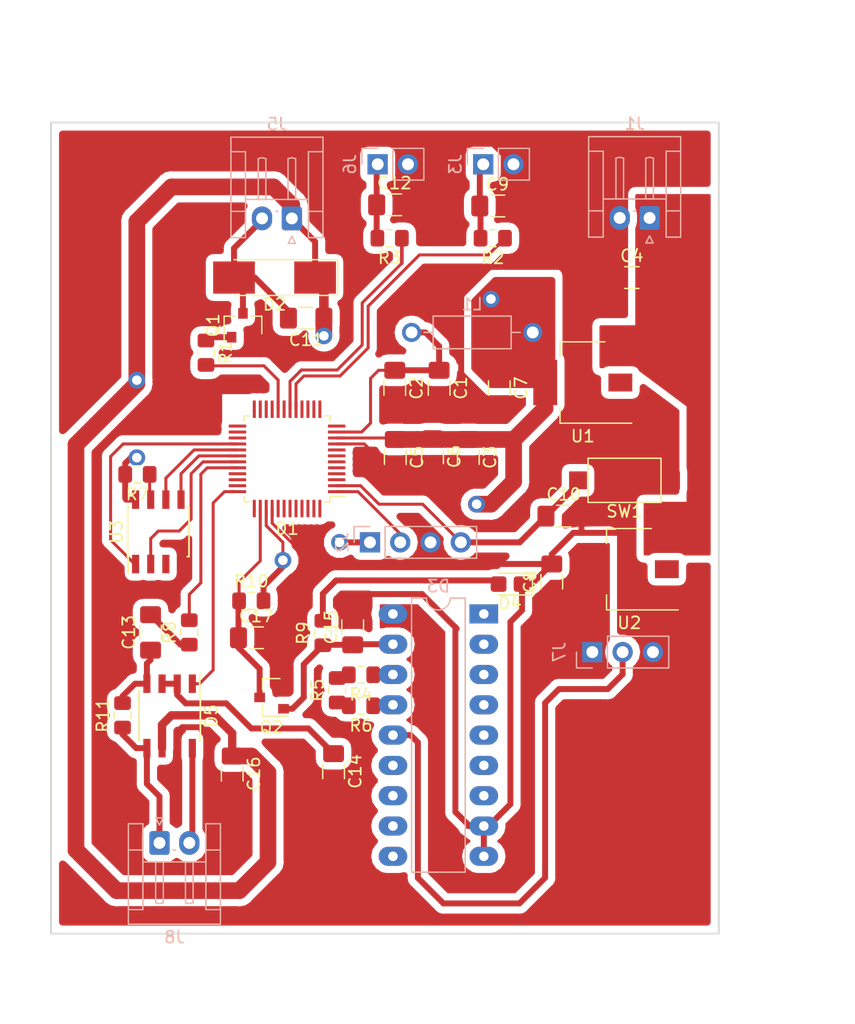
<source format=kicad_pcb>
(kicad_pcb (version 20171130) (host pcbnew "(5.0.2-5)-5")

  (general
    (thickness 1.6)
    (drawings 4)
    (tracks 349)
    (zones 0)
    (modules 47)
    (nets 78)
  )

  (page A4)
  (layers
    (0 F.Cu signal)
    (31 B.Cu signal)
    (32 B.Adhes user)
    (33 F.Adhes user)
    (34 B.Paste user)
    (35 F.Paste user)
    (36 B.SilkS user)
    (37 F.SilkS user)
    (38 B.Mask user)
    (39 F.Mask user)
    (40 Dwgs.User user)
    (41 Cmts.User user)
    (42 Eco1.User user)
    (43 Eco2.User user)
    (44 Edge.Cuts user)
    (45 Margin user)
    (46 B.CrtYd user)
    (47 F.CrtYd user)
    (48 B.Fab user)
    (49 F.Fab user)
  )

  (setup
    (last_trace_width 0.25)
    (user_trace_width 0.3)
    (user_trace_width 0.4)
    (user_trace_width 0.5)
    (user_trace_width 0.7)
    (user_trace_width 0.8)
    (user_trace_width 1)
    (user_trace_width 1.4)
    (trace_clearance 0.2)
    (zone_clearance 0.6)
    (zone_45_only no)
    (trace_min 0.2)
    (segment_width 0.2)
    (edge_width 0.15)
    (via_size 0.8)
    (via_drill 0.4)
    (via_min_size 0.4)
    (via_min_drill 0.3)
    (uvia_size 0.3)
    (uvia_drill 0.1)
    (uvias_allowed no)
    (uvia_min_size 0.2)
    (uvia_min_drill 0.1)
    (pcb_text_width 0.3)
    (pcb_text_size 1.5 1.5)
    (mod_edge_width 0.15)
    (mod_text_size 1 1)
    (mod_text_width 0.15)
    (pad_size 0.25 1.475)
    (pad_drill 0)
    (pad_to_mask_clearance 0.051)
    (solder_mask_min_width 0.25)
    (aux_axis_origin 0 0)
    (visible_elements FFFFFF7F)
    (pcbplotparams
      (layerselection 0x00000_7fffffff)
      (usegerberextensions false)
      (usegerberattributes false)
      (usegerberadvancedattributes false)
      (creategerberjobfile false)
      (excludeedgelayer true)
      (linewidth 0.100000)
      (plotframeref false)
      (viasonmask false)
      (mode 1)
      (useauxorigin false)
      (hpglpennumber 1)
      (hpglpenspeed 20)
      (hpglpendiameter 15.000000)
      (psnegative false)
      (psa4output false)
      (plotreference true)
      (plotvalue true)
      (plotinvisibletext false)
      (padsonsilk false)
      (subtractmaskfromsilk false)
      (outputformat 1)
      (mirror false)
      (drillshape 0)
      (scaleselection 1)
      (outputdirectory "/Volumes/CNC/"))
  )

  (net 0 "")
  (net 1 GND)
  (net 2 "Net-(C1-Pad1)")
  (net 3 +3V3)
  (net 4 "Net-(C4-Pad2)")
  (net 5 +5V)
  (net 6 "Net-(C9-Pad1)")
  (net 7 /NRST)
  (net 8 "Net-(C11-Pad2)")
  (net 9 "Net-(C12-Pad1)")
  (net 10 "Net-(C13-Pad2)")
  (net 11 "Net-(C13-Pad1)")
  (net 12 "Net-(C14-Pad1)")
  (net 13 "Net-(C15-Pad1)")
  (net 14 /VT)
  (net 15 /SWIM)
  (net 16 "Net-(D1-Pad3)")
  (net 17 "Net-(D1-Pad4)")
  (net 18 /BTN_1)
  (net 19 /BTN_2)
  (net 20 "Net-(D1-Pad7)")
  (net 21 "Net-(D1-Pad8)")
  (net 22 "Net-(D1-Pad12)")
  (net 23 "Net-(D1-Pad13)")
  (net 24 "Net-(D1-Pad14)")
  (net 25 "Net-(D1-Pad15)")
  (net 26 "Net-(D1-Pad16)")
  (net 27 "Net-(D1-Pad19)")
  (net 28 /VIB_EN)
  (net 29 "Net-(D1-Pad21)")
  (net 30 "Net-(D1-Pad22)")
  (net 31 "Net-(D1-Pad23)")
  (net 32 "Net-(D1-Pad24)")
  (net 33 "Net-(D1-Pad25)")
  (net 34 "Net-(D1-Pad26)")
  (net 35 "Net-(D1-Pad27)")
  (net 36 /CS)
  (net 37 /SCK)
  (net 38 /MOSI)
  (net 39 /MISO)
  (net 40 /DAC)
  (net 41 "Net-(D1-Pad33)")
  (net 42 "Net-(D1-Pad34)")
  (net 43 "Net-(D1-Pad35)")
  (net 44 "Net-(D1-Pad37)")
  (net 45 "Net-(D1-Pad41)")
  (net 46 "Net-(D1-Pad42)")
  (net 47 "Net-(D1-Pad43)")
  (net 48 "Net-(D1-Pad44)")
  (net 49 "Net-(D1-Pad45)")
  (net 50 /SD)
  (net 51 "Net-(D1-Pad47)")
  (net 52 "Net-(D1-Pad48)")
  (net 53 "Net-(D3-Pad1)")
  (net 54 "Net-(D3-Pad10)")
  (net 55 "Net-(D3-Pad2)")
  (net 56 "Net-(D3-Pad11)")
  (net 57 "Net-(D3-Pad3)")
  (net 58 "Net-(D3-Pad12)")
  (net 59 "Net-(D3-Pad4)")
  (net 60 "Net-(D3-Pad13)")
  (net 61 "Net-(D3-Pad5)")
  (net 62 "Net-(D3-Pad14)")
  (net 63 "Net-(D3-Pad6)")
  (net 64 "Net-(D3-Pad15)")
  (net 65 "Net-(D3-Pad7)")
  (net 66 "Net-(D3-Pad16)")
  (net 67 "Net-(D4-Pad2)")
  (net 68 "Net-(D5-Pad5)")
  (net 69 "Net-(D5-Pad8)")
  (net 70 "Net-(Q1-Pad1)")
  (net 71 "Net-(R4-Pad2)")
  (net 72 "Net-(R5-Pad1)")
  (net 73 "Net-(R7-Pad1)")
  (net 74 "Net-(U3-Pad3)")
  (net 75 "Net-(D1-Pad6)")
  (net 76 "Net-(D1-Pad5)")
  (net 77 "Net-(D1-Pad46)")

  (net_class Default "Это класс цепей по умолчанию."
    (clearance 0.2)
    (trace_width 0.25)
    (via_dia 0.8)
    (via_drill 0.4)
    (uvia_dia 0.3)
    (uvia_drill 0.1)
    (add_net +3V3)
    (add_net +5V)
    (add_net /BTN_1)
    (add_net /BTN_2)
    (add_net /CS)
    (add_net /DAC)
    (add_net /MISO)
    (add_net /MOSI)
    (add_net /NRST)
    (add_net /SCK)
    (add_net /SD)
    (add_net /SWIM)
    (add_net /VIB_EN)
    (add_net /VT)
    (add_net GND)
    (add_net "Net-(C1-Pad1)")
    (add_net "Net-(C11-Pad2)")
    (add_net "Net-(C12-Pad1)")
    (add_net "Net-(C13-Pad1)")
    (add_net "Net-(C13-Pad2)")
    (add_net "Net-(C14-Pad1)")
    (add_net "Net-(C15-Pad1)")
    (add_net "Net-(C4-Pad2)")
    (add_net "Net-(C9-Pad1)")
    (add_net "Net-(D1-Pad12)")
    (add_net "Net-(D1-Pad13)")
    (add_net "Net-(D1-Pad14)")
    (add_net "Net-(D1-Pad15)")
    (add_net "Net-(D1-Pad16)")
    (add_net "Net-(D1-Pad19)")
    (add_net "Net-(D1-Pad21)")
    (add_net "Net-(D1-Pad22)")
    (add_net "Net-(D1-Pad23)")
    (add_net "Net-(D1-Pad24)")
    (add_net "Net-(D1-Pad25)")
    (add_net "Net-(D1-Pad26)")
    (add_net "Net-(D1-Pad27)")
    (add_net "Net-(D1-Pad3)")
    (add_net "Net-(D1-Pad33)")
    (add_net "Net-(D1-Pad34)")
    (add_net "Net-(D1-Pad35)")
    (add_net "Net-(D1-Pad37)")
    (add_net "Net-(D1-Pad4)")
    (add_net "Net-(D1-Pad41)")
    (add_net "Net-(D1-Pad42)")
    (add_net "Net-(D1-Pad43)")
    (add_net "Net-(D1-Pad44)")
    (add_net "Net-(D1-Pad45)")
    (add_net "Net-(D1-Pad46)")
    (add_net "Net-(D1-Pad47)")
    (add_net "Net-(D1-Pad48)")
    (add_net "Net-(D1-Pad5)")
    (add_net "Net-(D1-Pad6)")
    (add_net "Net-(D1-Pad7)")
    (add_net "Net-(D1-Pad8)")
    (add_net "Net-(D3-Pad1)")
    (add_net "Net-(D3-Pad10)")
    (add_net "Net-(D3-Pad11)")
    (add_net "Net-(D3-Pad12)")
    (add_net "Net-(D3-Pad13)")
    (add_net "Net-(D3-Pad14)")
    (add_net "Net-(D3-Pad15)")
    (add_net "Net-(D3-Pad16)")
    (add_net "Net-(D3-Pad2)")
    (add_net "Net-(D3-Pad3)")
    (add_net "Net-(D3-Pad4)")
    (add_net "Net-(D3-Pad5)")
    (add_net "Net-(D3-Pad6)")
    (add_net "Net-(D3-Pad7)")
    (add_net "Net-(D4-Pad2)")
    (add_net "Net-(D5-Pad5)")
    (add_net "Net-(D5-Pad8)")
    (add_net "Net-(Q1-Pad1)")
    (add_net "Net-(R4-Pad2)")
    (add_net "Net-(R5-Pad1)")
    (add_net "Net-(R7-Pad1)")
    (add_net "Net-(U3-Pad3)")
  )

  (module Resistor_SMD:R_0805_2012Metric_Pad1.15x1.40mm_HandSolder (layer F.Cu) (tedit 5B36C52B) (tstamp 5EF4C513)
    (at 78.8 100.8 90)
    (descr "Resistor SMD 0805 (2012 Metric), square (rectangular) end terminal, IPC_7351 nominal with elongated pad for handsoldering. (Body size source: https://docs.google.com/spreadsheets/d/1BsfQQcO9C6DZCsRaXUlFlo91Tg2WpOkGARC1WS5S8t0/edit?usp=sharing), generated with kicad-footprint-generator")
    (tags "resistor handsolder")
    (path /5EA3B39B)
    (attr smd)
    (fp_text reference R9 (at 0 -1.65 90) (layer F.SilkS)
      (effects (font (size 1 1) (thickness 0.15)))
    )
    (fp_text value 750 (at 0 1.65 90) (layer F.Fab)
      (effects (font (size 1 1) (thickness 0.15)))
    )
    (fp_line (start -1 0.6) (end -1 -0.6) (layer F.Fab) (width 0.1))
    (fp_line (start -1 -0.6) (end 1 -0.6) (layer F.Fab) (width 0.1))
    (fp_line (start 1 -0.6) (end 1 0.6) (layer F.Fab) (width 0.1))
    (fp_line (start 1 0.6) (end -1 0.6) (layer F.Fab) (width 0.1))
    (fp_line (start -0.261252 -0.71) (end 0.261252 -0.71) (layer F.SilkS) (width 0.12))
    (fp_line (start -0.261252 0.71) (end 0.261252 0.71) (layer F.SilkS) (width 0.12))
    (fp_line (start -1.85 0.95) (end -1.85 -0.95) (layer F.CrtYd) (width 0.05))
    (fp_line (start -1.85 -0.95) (end 1.85 -0.95) (layer F.CrtYd) (width 0.05))
    (fp_line (start 1.85 -0.95) (end 1.85 0.95) (layer F.CrtYd) (width 0.05))
    (fp_line (start 1.85 0.95) (end -1.85 0.95) (layer F.CrtYd) (width 0.05))
    (fp_text user %R (at 0 0 90) (layer F.Fab)
      (effects (font (size 0.5 0.5) (thickness 0.08)))
    )
    (pad 1 smd roundrect (at -1.025 0 90) (size 1.15 1.4) (layers F.Cu F.Paste F.Mask) (roundrect_rratio 0.217391)
      (net 13 "Net-(C15-Pad1)"))
    (pad 2 smd roundrect (at 1.025 0 90) (size 1.15 1.4) (layers F.Cu F.Paste F.Mask) (roundrect_rratio 0.217391)
      (net 67 "Net-(D4-Pad2)"))
    (model ${KISYS3DMOD}/Resistor_SMD.3dshapes/R_0805_2012Metric.wrl
      (at (xyz 0 0 0))
      (scale (xyz 1 1 1))
      (rotate (xyz 0 0 0))
    )
  )

  (module LED_SMD:LED_0805_2012Metric_Castellated (layer F.Cu) (tedit 5B36C52C) (tstamp 5EF4C30F)
    (at 94.5 96.7 180)
    (descr "LED SMD 0805 (2012 Metric), castellated end terminal, IPC_7351 nominal, (Body size source: https://docs.google.com/spreadsheets/d/1BsfQQcO9C6DZCsRaXUlFlo91Tg2WpOkGARC1WS5S8t0/edit?usp=sharing), generated with kicad-footprint-generator")
    (tags "LED castellated")
    (path /5EA3B48B)
    (attr smd)
    (fp_text reference D4 (at 0 -1.6 180) (layer F.SilkS)
      (effects (font (size 1 1) (thickness 0.15)))
    )
    (fp_text value LED (at 0 1.6 180) (layer F.Fab)
      (effects (font (size 1 1) (thickness 0.15)))
    )
    (fp_line (start 1 -0.6) (end -0.7 -0.6) (layer F.Fab) (width 0.1))
    (fp_line (start -0.7 -0.6) (end -1 -0.3) (layer F.Fab) (width 0.1))
    (fp_line (start -1 -0.3) (end -1 0.6) (layer F.Fab) (width 0.1))
    (fp_line (start -1 0.6) (end 1 0.6) (layer F.Fab) (width 0.1))
    (fp_line (start 1 0.6) (end 1 -0.6) (layer F.Fab) (width 0.1))
    (fp_line (start 1 -0.91) (end -1.885 -0.91) (layer F.SilkS) (width 0.12))
    (fp_line (start -1.885 -0.91) (end -1.885 0.91) (layer F.SilkS) (width 0.12))
    (fp_line (start -1.885 0.91) (end 1 0.91) (layer F.SilkS) (width 0.12))
    (fp_line (start -1.88 0.9) (end -1.88 -0.9) (layer F.CrtYd) (width 0.05))
    (fp_line (start -1.88 -0.9) (end 1.88 -0.9) (layer F.CrtYd) (width 0.05))
    (fp_line (start 1.88 -0.9) (end 1.88 0.9) (layer F.CrtYd) (width 0.05))
    (fp_line (start 1.88 0.9) (end -1.88 0.9) (layer F.CrtYd) (width 0.05))
    (fp_text user %R (at 0 0 180) (layer F.Fab)
      (effects (font (size 0.5 0.5) (thickness 0.08)))
    )
    (pad 1 smd roundrect (at -0.9625 0 180) (size 1.325 1.3) (layers F.Cu F.Paste F.Mask) (roundrect_rratio 0.192308)
      (net 1 GND))
    (pad 2 smd roundrect (at 0.9625 0 180) (size 1.325 1.3) (layers F.Cu F.Paste F.Mask) (roundrect_rratio 0.192308)
      (net 67 "Net-(D4-Pad2)"))
    (model ${KISYS3DMOD}/LED_SMD.3dshapes/LED_0805_2012Metric_Castellated.wrl
      (at (xyz 0 0 0))
      (scale (xyz 1 1 1))
      (rotate (xyz 0 0 0))
    )
  )

  (module Package_QFP:LQFP-48-1EP_7x7mm_P0.5mm_EP3.6x3.6mm (layer F.Cu) (tedit 5F27D254) (tstamp 5EF4C2BE)
    (at 75.8 86.2 180)
    (descr "LQFP, 48 Pin (http://www.analog.com/media/en/technical-documentation/data-sheets/LTC7810.pdf), generated with kicad-footprint-generator ipc_qfp_generator.py")
    (tags "LQFP QFP")
    (path /5EA07652)
    (attr smd)
    (fp_text reference D1 (at 0 -5.85 180) (layer F.SilkS)
      (effects (font (size 1 1) (thickness 0.15)))
    )
    (fp_text value STM8L152C4 (at 0 5.85 180) (layer F.Fab)
      (effects (font (size 1 1) (thickness 0.15)))
    )
    (fp_text user %R (at 0 0 180) (layer F.Fab)
      (effects (font (size 1 1) (thickness 0.15)))
    )
    (fp_line (start 5.15 3.15) (end 5.15 0) (layer F.CrtYd) (width 0.05))
    (fp_line (start 3.75 3.15) (end 5.15 3.15) (layer F.CrtYd) (width 0.05))
    (fp_line (start 3.75 3.75) (end 3.75 3.15) (layer F.CrtYd) (width 0.05))
    (fp_line (start 3.15 3.75) (end 3.75 3.75) (layer F.CrtYd) (width 0.05))
    (fp_line (start 3.15 5.15) (end 3.15 3.75) (layer F.CrtYd) (width 0.05))
    (fp_line (start 0 5.15) (end 3.15 5.15) (layer F.CrtYd) (width 0.05))
    (fp_line (start -5.15 3.15) (end -5.15 0) (layer F.CrtYd) (width 0.05))
    (fp_line (start -3.75 3.15) (end -5.15 3.15) (layer F.CrtYd) (width 0.05))
    (fp_line (start -3.75 3.75) (end -3.75 3.15) (layer F.CrtYd) (width 0.05))
    (fp_line (start -3.15 3.75) (end -3.75 3.75) (layer F.CrtYd) (width 0.05))
    (fp_line (start -3.15 5.15) (end -3.15 3.75) (layer F.CrtYd) (width 0.05))
    (fp_line (start 0 5.15) (end -3.15 5.15) (layer F.CrtYd) (width 0.05))
    (fp_line (start 5.15 -3.15) (end 5.15 0) (layer F.CrtYd) (width 0.05))
    (fp_line (start 3.75 -3.15) (end 5.15 -3.15) (layer F.CrtYd) (width 0.05))
    (fp_line (start 3.75 -3.75) (end 3.75 -3.15) (layer F.CrtYd) (width 0.05))
    (fp_line (start 3.15 -3.75) (end 3.75 -3.75) (layer F.CrtYd) (width 0.05))
    (fp_line (start 3.15 -5.15) (end 3.15 -3.75) (layer F.CrtYd) (width 0.05))
    (fp_line (start 0 -5.15) (end 3.15 -5.15) (layer F.CrtYd) (width 0.05))
    (fp_line (start -5.15 -3.15) (end -5.15 0) (layer F.CrtYd) (width 0.05))
    (fp_line (start -3.75 -3.15) (end -5.15 -3.15) (layer F.CrtYd) (width 0.05))
    (fp_line (start -3.75 -3.75) (end -3.75 -3.15) (layer F.CrtYd) (width 0.05))
    (fp_line (start -3.15 -3.75) (end -3.75 -3.75) (layer F.CrtYd) (width 0.05))
    (fp_line (start -3.15 -5.15) (end -3.15 -3.75) (layer F.CrtYd) (width 0.05))
    (fp_line (start 0 -5.15) (end -3.15 -5.15) (layer F.CrtYd) (width 0.05))
    (fp_line (start -3.5 -2.5) (end -2.5 -3.5) (layer F.Fab) (width 0.1))
    (fp_line (start -3.5 3.5) (end -3.5 -2.5) (layer F.Fab) (width 0.1))
    (fp_line (start 3.5 3.5) (end -3.5 3.5) (layer F.Fab) (width 0.1))
    (fp_line (start 3.5 -3.5) (end 3.5 3.5) (layer F.Fab) (width 0.1))
    (fp_line (start -2.5 -3.5) (end 3.5 -3.5) (layer F.Fab) (width 0.1))
    (fp_line (start -3.61 -3.16) (end -4.9 -3.16) (layer F.SilkS) (width 0.12))
    (fp_line (start 3.61 3.61) (end 3.61 3.16) (layer F.SilkS) (width 0.12))
    (fp_line (start 3.16 3.61) (end 3.61 3.61) (layer F.SilkS) (width 0.12))
    (fp_line (start -3.61 3.61) (end -3.61 3.16) (layer F.SilkS) (width 0.12))
    (fp_line (start -3.16 3.61) (end -3.61 3.61) (layer F.SilkS) (width 0.12))
    (fp_line (start 3.61 -3.61) (end 3.61 -3.16) (layer F.SilkS) (width 0.12))
    (fp_line (start 3.16 -3.61) (end 3.61 -3.61) (layer F.SilkS) (width 0.12))
    (fp_line (start -3.61 -3.61) (end -3.61 -3.16) (layer F.SilkS) (width 0.12))
    (fp_line (start -3.16 -3.61) (end -3.61 -3.61) (layer F.SilkS) (width 0.12))
    (pad 48 smd roundrect (at -2.75 -4.1625 180) (size 0.25 1.475) (layers F.Cu F.Paste F.Mask) (roundrect_rratio 0.25)
      (net 52 "Net-(D1-Pad48)"))
    (pad 47 smd roundrect (at -2.25 -4.1625 180) (size 0.25 1.475) (layers F.Cu F.Paste F.Mask) (roundrect_rratio 0.25)
      (net 51 "Net-(D1-Pad47)"))
    (pad 46 smd roundrect (at -1.75 -4.1625 180) (size 0.25 1.475) (layers F.Cu F.Paste F.Mask) (roundrect_rratio 0.25)
      (net 77 "Net-(D1-Pad46)"))
    (pad 45 smd roundrect (at -1.25 -4.1625 180) (size 0.25 1.475) (layers F.Cu F.Paste F.Mask) (roundrect_rratio 0.25)
      (net 49 "Net-(D1-Pad45)"))
    (pad 44 smd roundrect (at -0.75 -4.1625 180) (size 0.25 1.475) (layers F.Cu F.Paste F.Mask) (roundrect_rratio 0.25)
      (net 48 "Net-(D1-Pad44)"))
    (pad 43 smd roundrect (at -0.25 -4.1625 180) (size 0.25 1.475) (layers F.Cu F.Paste F.Mask) (roundrect_rratio 0.25)
      (net 47 "Net-(D1-Pad43)"))
    (pad 42 smd roundrect (at 0.25 -4.1625 180) (size 0.25 1.475) (layers F.Cu F.Paste F.Mask) (roundrect_rratio 0.25)
      (net 46 "Net-(D1-Pad42)"))
    (pad 41 smd roundrect (at 0.75 -4.1625 180) (size 0.25 1.475) (layers F.Cu F.Paste F.Mask) (roundrect_rratio 0.25)
      (net 45 "Net-(D1-Pad41)"))
    (pad 40 smd roundrect (at 1.25 -4.1625 180) (size 0.25 1.475) (layers F.Cu F.Paste F.Mask) (roundrect_rratio 0.25)
      (net 1 GND))
    (pad 39 smd roundrect (at 1.75 -4.1625 180) (size 0.25 1.475) (layers F.Cu F.Paste F.Mask) (roundrect_rratio 0.25)
      (net 3 +3V3))
    (pad 38 smd roundrect (at 2.25 -4.1625 180) (size 0.25 1.475) (layers F.Cu F.Paste F.Mask) (roundrect_rratio 0.25)
      (net 14 /VT))
    (pad 37 smd roundrect (at 2.75 -4.1625 180) (size 0.25 1.475) (layers F.Cu F.Paste F.Mask) (roundrect_rratio 0.25)
      (net 44 "Net-(D1-Pad37)"))
    (pad 36 smd roundrect (at 4.1625 -2.75 180) (size 1.475 0.25) (layers F.Cu F.Paste F.Mask) (roundrect_rratio 0.25)
      (net 50 /SD))
    (pad 35 smd roundrect (at 4.1625 -2.25 180) (size 1.475 0.25) (layers F.Cu F.Paste F.Mask) (roundrect_rratio 0.25)
      (net 43 "Net-(D1-Pad35)"))
    (pad 34 smd roundrect (at 4.1625 -1.75 180) (size 1.475 0.25) (layers F.Cu F.Paste F.Mask) (roundrect_rratio 0.25)
      (net 42 "Net-(D1-Pad34)"))
    (pad 33 smd roundrect (at 4.1625 -1.25 180) (size 1.475 0.25) (layers F.Cu F.Paste F.Mask) (roundrect_rratio 0.25)
      (net 41 "Net-(D1-Pad33)"))
    (pad 32 smd roundrect (at 4.1625 -0.75 180) (size 1.475 0.25) (layers F.Cu F.Paste F.Mask) (roundrect_rratio 0.25)
      (net 40 /DAC))
    (pad 31 smd roundrect (at 4.1625 -0.25 180) (size 1.475 0.25) (layers F.Cu F.Paste F.Mask) (roundrect_rratio 0.25)
      (net 39 /MISO))
    (pad 30 smd roundrect (at 4.1625 0.25 180) (size 1.475 0.25) (layers F.Cu F.Paste F.Mask) (roundrect_rratio 0.25)
      (net 38 /MOSI))
    (pad 29 smd roundrect (at 4.1625 0.75 180) (size 1.475 0.25) (layers F.Cu F.Paste F.Mask) (roundrect_rratio 0.25)
      (net 37 /SCK))
    (pad 28 smd roundrect (at 4.1625 1.25 180) (size 1.475 0.25) (layers F.Cu F.Paste F.Mask) (roundrect_rratio 0.25)
      (net 36 /CS))
    (pad 27 smd roundrect (at 4.1625 1.75 180) (size 1.475 0.25) (layers F.Cu F.Paste F.Mask) (roundrect_rratio 0.25)
      (net 35 "Net-(D1-Pad27)"))
    (pad 26 smd roundrect (at 4.1625 2.25 180) (size 1.475 0.25) (layers F.Cu F.Paste F.Mask) (roundrect_rratio 0.25)
      (net 34 "Net-(D1-Pad26)"))
    (pad 25 smd roundrect (at 4.1625 2.75 180) (size 1.475 0.25) (layers F.Cu F.Paste F.Mask) (roundrect_rratio 0.25)
      (net 33 "Net-(D1-Pad25)"))
    (pad 24 smd roundrect (at 2.75 4.1625 180) (size 0.25 1.475) (layers F.Cu F.Paste F.Mask) (roundrect_rratio 0.25)
      (net 32 "Net-(D1-Pad24)"))
    (pad 23 smd roundrect (at 2.25 4.1625 180) (size 0.25 1.475) (layers F.Cu F.Paste F.Mask) (roundrect_rratio 0.25)
      (net 31 "Net-(D1-Pad23)"))
    (pad 22 smd roundrect (at 1.75 4.1625 180) (size 0.25 1.475) (layers F.Cu F.Paste F.Mask) (roundrect_rratio 0.25)
      (net 30 "Net-(D1-Pad22)"))
    (pad 21 smd roundrect (at 1.25 4.1625 180) (size 0.25 1.475) (layers F.Cu F.Paste F.Mask) (roundrect_rratio 0.25)
      (net 29 "Net-(D1-Pad21)"))
    (pad 20 smd roundrect (at 0.75 4.1625 180) (size 0.25 1.475) (layers F.Cu F.Paste F.Mask) (roundrect_rratio 0.25)
      (net 28 /VIB_EN))
    (pad 19 smd roundrect (at 0.25 4.1625 180) (size 0.25 1.475) (layers F.Cu F.Paste F.Mask) (roundrect_rratio 0.25)
      (net 27 "Net-(D1-Pad19)"))
    (pad 18 smd roundrect (at -0.25 4.1625 180) (size 0.25 1.475) (layers F.Cu F.Paste F.Mask) (roundrect_rratio 0.25)
      (net 19 /BTN_2))
    (pad 17 smd roundrect (at -0.75 4.1625 180) (size 0.25 1.475) (layers F.Cu F.Paste F.Mask) (roundrect_rratio 0.25)
      (net 18 /BTN_1))
    (pad 16 smd roundrect (at -1.25 4.1625 180) (size 0.25 1.475) (layers F.Cu F.Paste F.Mask) (roundrect_rratio 0.25)
      (net 26 "Net-(D1-Pad16)"))
    (pad 15 smd roundrect (at -1.75 4.1625 180) (size 0.25 1.475) (layers F.Cu F.Paste F.Mask) (roundrect_rratio 0.25)
      (net 25 "Net-(D1-Pad15)"))
    (pad 14 smd roundrect (at -2.25 4.1625 180) (size 0.25 1.475) (layers F.Cu F.Paste F.Mask) (roundrect_rratio 0.25)
      (net 24 "Net-(D1-Pad14)"))
    (pad 13 smd roundrect (at -2.75 4.1625 180) (size 0.25 1.475) (layers F.Cu F.Paste F.Mask) (roundrect_rratio 0.25)
      (net 23 "Net-(D1-Pad13)"))
    (pad 12 smd roundrect (at -4.1625 2.75 180) (size 1.475 0.25) (layers F.Cu F.Paste F.Mask) (roundrect_rratio 0.25)
      (net 22 "Net-(D1-Pad12)"))
    (pad 11 smd roundrect (at -4.1625 2.25 180) (size 1.475 0.25) (layers F.Cu F.Paste F.Mask) (roundrect_rratio 0.25)
      (net 2 "Net-(C1-Pad1)"))
    (pad 10 smd roundrect (at -4.1625 1.75 180) (size 1.475 0.25) (layers F.Cu F.Paste F.Mask) (roundrect_rratio 0.25)
      (net 3 +3V3))
    (pad 9 smd roundrect (at -4.1625 1.25 180) (size 1.475 0.25) (layers F.Cu F.Paste F.Mask) (roundrect_rratio 0.25)
      (net 1 GND))
    (pad 8 smd roundrect (at -4.1625 0.75 180) (size 1.475 0.25) (layers F.Cu F.Paste F.Mask) (roundrect_rratio 0.25)
      (net 21 "Net-(D1-Pad8)"))
    (pad 7 smd roundrect (at -4.1625 0.25 180) (size 1.475 0.25) (layers F.Cu F.Paste F.Mask) (roundrect_rratio 0.25)
      (net 20 "Net-(D1-Pad7)"))
    (pad 6 smd roundrect (at -4.1625 -0.25 180) (size 1.475 0.25) (layers F.Cu F.Paste F.Mask) (roundrect_rratio 0.25)
      (net 75 "Net-(D1-Pad6)"))
    (pad 5 smd roundrect (at -4.1625 -0.75 180) (size 1.475 0.25) (layers F.Cu F.Paste F.Mask) (roundrect_rratio 0.25)
      (net 76 "Net-(D1-Pad5)"))
    (pad 4 smd roundrect (at -4.1625 -1.25 180) (size 1.475 0.25) (layers F.Cu F.Paste F.Mask) (roundrect_rratio 0.25)
      (net 17 "Net-(D1-Pad4)"))
    (pad 3 smd roundrect (at -4.1625 -1.75 180) (size 1.475 0.25) (layers F.Cu F.Paste F.Mask) (roundrect_rratio 0.25)
      (net 16 "Net-(D1-Pad3)"))
    (pad 2 smd roundrect (at -4.1625 -2.25 180) (size 1.475 0.25) (layers F.Cu F.Paste F.Mask) (roundrect_rratio 0.25)
      (net 7 /NRST))
    (pad 1 smd roundrect (at -4.1625 -2.75 180) (size 1.475 0.25) (layers F.Cu F.Paste F.Mask) (roundrect_rratio 0.25)
      (net 15 /SWIM))
    (model ${KISYS3DMOD}/Package_QFP.3dshapes/LQFP-48-1EP_7x7mm_P0.5mm_EP3.6x3.6mm.wrl
      (at (xyz 0 0 0))
      (scale (xyz 1 1 1))
      (rotate (xyz 0 0 0))
    )
  )

  (module Resistor_SMD:R_1206_3216Metric_Pad1.42x1.75mm_HandSolder (layer F.Cu) (tedit 5B301BBD) (tstamp 5EF5DB10)
    (at 88.55 80.26 270)
    (descr "Resistor SMD 1206 (3216 Metric), square (rectangular) end terminal, IPC_7351 nominal with elongated pad for handsoldering. (Body size source: http://www.tortai-tech.com/upload/download/2011102023233369053.pdf), generated with kicad-footprint-generator")
    (tags "resistor handsolder")
    (path /5EA91CAB)
    (attr smd)
    (fp_text reference C1 (at 0 -1.82 270) (layer F.SilkS)
      (effects (font (size 1 1) (thickness 0.15)))
    )
    (fp_text value 1uF (at 0 1.82 270) (layer F.Fab)
      (effects (font (size 1 1) (thickness 0.15)))
    )
    (fp_text user %R (at 0 0 270) (layer F.Fab)
      (effects (font (size 0.8 0.8) (thickness 0.12)))
    )
    (fp_line (start 2.45 1.12) (end -2.45 1.12) (layer F.CrtYd) (width 0.05))
    (fp_line (start 2.45 -1.12) (end 2.45 1.12) (layer F.CrtYd) (width 0.05))
    (fp_line (start -2.45 -1.12) (end 2.45 -1.12) (layer F.CrtYd) (width 0.05))
    (fp_line (start -2.45 1.12) (end -2.45 -1.12) (layer F.CrtYd) (width 0.05))
    (fp_line (start -0.602064 0.91) (end 0.602064 0.91) (layer F.SilkS) (width 0.12))
    (fp_line (start -0.602064 -0.91) (end 0.602064 -0.91) (layer F.SilkS) (width 0.12))
    (fp_line (start 1.6 0.8) (end -1.6 0.8) (layer F.Fab) (width 0.1))
    (fp_line (start 1.6 -0.8) (end 1.6 0.8) (layer F.Fab) (width 0.1))
    (fp_line (start -1.6 -0.8) (end 1.6 -0.8) (layer F.Fab) (width 0.1))
    (fp_line (start -1.6 0.8) (end -1.6 -0.8) (layer F.Fab) (width 0.1))
    (pad 2 smd roundrect (at 1.4875 0 270) (size 1.425 1.75) (layers F.Cu F.Paste F.Mask) (roundrect_rratio 0.175439)
      (net 1 GND))
    (pad 1 smd roundrect (at -1.4875 0 270) (size 1.425 1.75) (layers F.Cu F.Paste F.Mask) (roundrect_rratio 0.175439)
      (net 2 "Net-(C1-Pad1)"))
    (model ${KISYS3DMOD}/Resistor_SMD.3dshapes/R_1206_3216Metric.wrl
      (at (xyz 0 0 0))
      (scale (xyz 1 1 1))
      (rotate (xyz 0 0 0))
    )
  )

  (module Resistor_SMD:R_1206_3216Metric_Pad1.42x1.75mm_HandSolder (layer F.Cu) (tedit 5B301BBD) (tstamp 5EF5DAE0)
    (at 84.83 80.26 270)
    (descr "Resistor SMD 1206 (3216 Metric), square (rectangular) end terminal, IPC_7351 nominal with elongated pad for handsoldering. (Body size source: http://www.tortai-tech.com/upload/download/2011102023233369053.pdf), generated with kicad-footprint-generator")
    (tags "resistor handsolder")
    (path /5EA91D34)
    (attr smd)
    (fp_text reference C2 (at 0 -1.82 270) (layer F.SilkS)
      (effects (font (size 1 1) (thickness 0.15)))
    )
    (fp_text value 100nF (at 0 1.82 270) (layer F.Fab)
      (effects (font (size 1 1) (thickness 0.15)))
    )
    (fp_line (start -1.6 0.8) (end -1.6 -0.8) (layer F.Fab) (width 0.1))
    (fp_line (start -1.6 -0.8) (end 1.6 -0.8) (layer F.Fab) (width 0.1))
    (fp_line (start 1.6 -0.8) (end 1.6 0.8) (layer F.Fab) (width 0.1))
    (fp_line (start 1.6 0.8) (end -1.6 0.8) (layer F.Fab) (width 0.1))
    (fp_line (start -0.602064 -0.91) (end 0.602064 -0.91) (layer F.SilkS) (width 0.12))
    (fp_line (start -0.602064 0.91) (end 0.602064 0.91) (layer F.SilkS) (width 0.12))
    (fp_line (start -2.45 1.12) (end -2.45 -1.12) (layer F.CrtYd) (width 0.05))
    (fp_line (start -2.45 -1.12) (end 2.45 -1.12) (layer F.CrtYd) (width 0.05))
    (fp_line (start 2.45 -1.12) (end 2.45 1.12) (layer F.CrtYd) (width 0.05))
    (fp_line (start 2.45 1.12) (end -2.45 1.12) (layer F.CrtYd) (width 0.05))
    (fp_text user %R (at 0 0 270) (layer F.Fab)
      (effects (font (size 0.8 0.8) (thickness 0.12)))
    )
    (pad 1 smd roundrect (at -1.4875 0 270) (size 1.425 1.75) (layers F.Cu F.Paste F.Mask) (roundrect_rratio 0.175439)
      (net 2 "Net-(C1-Pad1)"))
    (pad 2 smd roundrect (at 1.4875 0 270) (size 1.425 1.75) (layers F.Cu F.Paste F.Mask) (roundrect_rratio 0.175439)
      (net 1 GND))
    (model ${KISYS3DMOD}/Resistor_SMD.3dshapes/R_1206_3216Metric.wrl
      (at (xyz 0 0 0))
      (scale (xyz 1 1 1))
      (rotate (xyz 0 0 0))
    )
  )

  (module Resistor_SMD:R_1206_3216Metric_Pad1.42x1.75mm_HandSolder (layer F.Cu) (tedit 5B301BBD) (tstamp 5EF5DBAF)
    (at 91 86.061429 270)
    (descr "Resistor SMD 1206 (3216 Metric), square (rectangular) end terminal, IPC_7351 nominal with elongated pad for handsoldering. (Body size source: http://www.tortai-tech.com/upload/download/2011102023233369053.pdf), generated with kicad-footprint-generator")
    (tags "resistor handsolder")
    (path /5EACBEBA)
    (attr smd)
    (fp_text reference C3 (at 0 -1.82 270) (layer F.SilkS)
      (effects (font (size 1 1) (thickness 0.15)))
    )
    (fp_text value 1uF (at 0 1.82 270) (layer F.Fab)
      (effects (font (size 1 1) (thickness 0.15)))
    )
    (fp_text user %R (at 0 0 270) (layer F.Fab)
      (effects (font (size 0.8 0.8) (thickness 0.12)))
    )
    (fp_line (start 2.45 1.12) (end -2.45 1.12) (layer F.CrtYd) (width 0.05))
    (fp_line (start 2.45 -1.12) (end 2.45 1.12) (layer F.CrtYd) (width 0.05))
    (fp_line (start -2.45 -1.12) (end 2.45 -1.12) (layer F.CrtYd) (width 0.05))
    (fp_line (start -2.45 1.12) (end -2.45 -1.12) (layer F.CrtYd) (width 0.05))
    (fp_line (start -0.602064 0.91) (end 0.602064 0.91) (layer F.SilkS) (width 0.12))
    (fp_line (start -0.602064 -0.91) (end 0.602064 -0.91) (layer F.SilkS) (width 0.12))
    (fp_line (start 1.6 0.8) (end -1.6 0.8) (layer F.Fab) (width 0.1))
    (fp_line (start 1.6 -0.8) (end 1.6 0.8) (layer F.Fab) (width 0.1))
    (fp_line (start -1.6 -0.8) (end 1.6 -0.8) (layer F.Fab) (width 0.1))
    (fp_line (start -1.6 0.8) (end -1.6 -0.8) (layer F.Fab) (width 0.1))
    (pad 2 smd roundrect (at 1.4875 0 270) (size 1.425 1.75) (layers F.Cu F.Paste F.Mask) (roundrect_rratio 0.175439)
      (net 1 GND))
    (pad 1 smd roundrect (at -1.4875 0 270) (size 1.425 1.75) (layers F.Cu F.Paste F.Mask) (roundrect_rratio 0.175439)
      (net 3 +3V3))
    (model ${KISYS3DMOD}/Resistor_SMD.3dshapes/R_1206_3216Metric.wrl
      (at (xyz 0 0 0))
      (scale (xyz 1 1 1))
      (rotate (xyz 0 0 0))
    )
  )

  (module Resistor_SMD:R_1206_3216Metric_Pad1.42x1.75mm_HandSolder (layer F.Cu) (tedit 5B301BBD) (tstamp 5EF4C17C)
    (at 104.7125 71)
    (descr "Resistor SMD 1206 (3216 Metric), square (rectangular) end terminal, IPC_7351 nominal with elongated pad for handsoldering. (Body size source: http://www.tortai-tech.com/upload/download/2011102023233369053.pdf), generated with kicad-footprint-generator")
    (tags "resistor handsolder")
    (path /5EA2024D)
    (attr smd)
    (fp_text reference C4 (at 0 -1.82) (layer F.SilkS)
      (effects (font (size 1 1) (thickness 0.15)))
    )
    (fp_text value 10uF (at 0 1.82) (layer F.Fab)
      (effects (font (size 1 1) (thickness 0.15)))
    )
    (fp_line (start -1.6 0.8) (end -1.6 -0.8) (layer F.Fab) (width 0.1))
    (fp_line (start -1.6 -0.8) (end 1.6 -0.8) (layer F.Fab) (width 0.1))
    (fp_line (start 1.6 -0.8) (end 1.6 0.8) (layer F.Fab) (width 0.1))
    (fp_line (start 1.6 0.8) (end -1.6 0.8) (layer F.Fab) (width 0.1))
    (fp_line (start -0.602064 -0.91) (end 0.602064 -0.91) (layer F.SilkS) (width 0.12))
    (fp_line (start -0.602064 0.91) (end 0.602064 0.91) (layer F.SilkS) (width 0.12))
    (fp_line (start -2.45 1.12) (end -2.45 -1.12) (layer F.CrtYd) (width 0.05))
    (fp_line (start -2.45 -1.12) (end 2.45 -1.12) (layer F.CrtYd) (width 0.05))
    (fp_line (start 2.45 -1.12) (end 2.45 1.12) (layer F.CrtYd) (width 0.05))
    (fp_line (start 2.45 1.12) (end -2.45 1.12) (layer F.CrtYd) (width 0.05))
    (fp_text user %R (at 0 0) (layer F.Fab)
      (effects (font (size 0.8 0.8) (thickness 0.12)))
    )
    (pad 1 smd roundrect (at -1.4875 0) (size 1.425 1.75) (layers F.Cu F.Paste F.Mask) (roundrect_rratio 0.175439)
      (net 1 GND))
    (pad 2 smd roundrect (at 1.4875 0) (size 1.425 1.75) (layers F.Cu F.Paste F.Mask) (roundrect_rratio 0.175439)
      (net 4 "Net-(C4-Pad2)"))
    (model ${KISYS3DMOD}/Resistor_SMD.3dshapes/R_1206_3216Metric.wrl
      (at (xyz 0 0 0))
      (scale (xyz 1 1 1))
      (rotate (xyz 0 0 0))
    )
  )

  (module Resistor_SMD:R_1206_3216Metric_Pad1.42x1.75mm_HandSolder (layer F.Cu) (tedit 5B301BBD) (tstamp 5EF5DA80)
    (at 84.874138 86.061429 270)
    (descr "Resistor SMD 1206 (3216 Metric), square (rectangular) end terminal, IPC_7351 nominal with elongated pad for handsoldering. (Body size source: http://www.tortai-tech.com/upload/download/2011102023233369053.pdf), generated with kicad-footprint-generator")
    (tags "resistor handsolder")
    (path /5EACBF18)
    (attr smd)
    (fp_text reference C5 (at 0 -1.82 270) (layer F.SilkS)
      (effects (font (size 1 1) (thickness 0.15)))
    )
    (fp_text value 100nF (at 0 1.82 270) (layer F.Fab)
      (effects (font (size 1 1) (thickness 0.15)))
    )
    (fp_line (start -1.6 0.8) (end -1.6 -0.8) (layer F.Fab) (width 0.1))
    (fp_line (start -1.6 -0.8) (end 1.6 -0.8) (layer F.Fab) (width 0.1))
    (fp_line (start 1.6 -0.8) (end 1.6 0.8) (layer F.Fab) (width 0.1))
    (fp_line (start 1.6 0.8) (end -1.6 0.8) (layer F.Fab) (width 0.1))
    (fp_line (start -0.602064 -0.91) (end 0.602064 -0.91) (layer F.SilkS) (width 0.12))
    (fp_line (start -0.602064 0.91) (end 0.602064 0.91) (layer F.SilkS) (width 0.12))
    (fp_line (start -2.45 1.12) (end -2.45 -1.12) (layer F.CrtYd) (width 0.05))
    (fp_line (start -2.45 -1.12) (end 2.45 -1.12) (layer F.CrtYd) (width 0.05))
    (fp_line (start 2.45 -1.12) (end 2.45 1.12) (layer F.CrtYd) (width 0.05))
    (fp_line (start 2.45 1.12) (end -2.45 1.12) (layer F.CrtYd) (width 0.05))
    (fp_text user %R (at 0 0 270) (layer F.Fab)
      (effects (font (size 0.8 0.8) (thickness 0.12)))
    )
    (pad 1 smd roundrect (at -1.4875 0 270) (size 1.425 1.75) (layers F.Cu F.Paste F.Mask) (roundrect_rratio 0.175439)
      (net 3 +3V3))
    (pad 2 smd roundrect (at 1.4875 0 270) (size 1.425 1.75) (layers F.Cu F.Paste F.Mask) (roundrect_rratio 0.175439)
      (net 1 GND))
    (model ${KISYS3DMOD}/Resistor_SMD.3dshapes/R_1206_3216Metric.wrl
      (at (xyz 0 0 0))
      (scale (xyz 1 1 1))
      (rotate (xyz 0 0 0))
    )
  )

  (module Resistor_SMD:R_1206_3216Metric_Pad1.42x1.75mm_HandSolder (layer F.Cu) (tedit 5B301BBD) (tstamp 5EF5DB7F)
    (at 88 86 270)
    (descr "Resistor SMD 1206 (3216 Metric), square (rectangular) end terminal, IPC_7351 nominal with elongated pad for handsoldering. (Body size source: http://www.tortai-tech.com/upload/download/2011102023233369053.pdf), generated with kicad-footprint-generator")
    (tags "resistor handsolder")
    (path /5EAF79C8)
    (attr smd)
    (fp_text reference C6 (at 0 -1.82 270) (layer F.SilkS)
      (effects (font (size 1 1) (thickness 0.15)))
    )
    (fp_text value 100nF (at 0 1.82 270) (layer F.Fab)
      (effects (font (size 1 1) (thickness 0.15)))
    )
    (fp_text user %R (at 0 0 270) (layer F.Fab)
      (effects (font (size 0.8 0.8) (thickness 0.12)))
    )
    (fp_line (start 2.45 1.12) (end -2.45 1.12) (layer F.CrtYd) (width 0.05))
    (fp_line (start 2.45 -1.12) (end 2.45 1.12) (layer F.CrtYd) (width 0.05))
    (fp_line (start -2.45 -1.12) (end 2.45 -1.12) (layer F.CrtYd) (width 0.05))
    (fp_line (start -2.45 1.12) (end -2.45 -1.12) (layer F.CrtYd) (width 0.05))
    (fp_line (start -0.602064 0.91) (end 0.602064 0.91) (layer F.SilkS) (width 0.12))
    (fp_line (start -0.602064 -0.91) (end 0.602064 -0.91) (layer F.SilkS) (width 0.12))
    (fp_line (start 1.6 0.8) (end -1.6 0.8) (layer F.Fab) (width 0.1))
    (fp_line (start 1.6 -0.8) (end 1.6 0.8) (layer F.Fab) (width 0.1))
    (fp_line (start -1.6 -0.8) (end 1.6 -0.8) (layer F.Fab) (width 0.1))
    (fp_line (start -1.6 0.8) (end -1.6 -0.8) (layer F.Fab) (width 0.1))
    (pad 2 smd roundrect (at 1.4875 0 270) (size 1.425 1.75) (layers F.Cu F.Paste F.Mask) (roundrect_rratio 0.175439)
      (net 1 GND))
    (pad 1 smd roundrect (at -1.4875 0 270) (size 1.425 1.75) (layers F.Cu F.Paste F.Mask) (roundrect_rratio 0.175439)
      (net 3 +3V3))
    (model ${KISYS3DMOD}/Resistor_SMD.3dshapes/R_1206_3216Metric.wrl
      (at (xyz 0 0 0))
      (scale (xyz 1 1 1))
      (rotate (xyz 0 0 0))
    )
  )

  (module Resistor_SMD:R_1206_3216Metric_Pad1.42x1.75mm_HandSolder (layer F.Cu) (tedit 5B301BBD) (tstamp 5EF5DAB0)
    (at 93.6 80.2625 270)
    (descr "Resistor SMD 1206 (3216 Metric), square (rectangular) end terminal, IPC_7351 nominal with elongated pad for handsoldering. (Body size source: http://www.tortai-tech.com/upload/download/2011102023233369053.pdf), generated with kicad-footprint-generator")
    (tags "resistor handsolder")
    (path /5EA14574)
    (attr smd)
    (fp_text reference C7 (at 0 -1.82 270) (layer F.SilkS)
      (effects (font (size 1 1) (thickness 0.15)))
    )
    (fp_text value 22uF (at 0 1.82 270) (layer F.Fab)
      (effects (font (size 1 1) (thickness 0.15)))
    )
    (fp_line (start -1.6 0.8) (end -1.6 -0.8) (layer F.Fab) (width 0.1))
    (fp_line (start -1.6 -0.8) (end 1.6 -0.8) (layer F.Fab) (width 0.1))
    (fp_line (start 1.6 -0.8) (end 1.6 0.8) (layer F.Fab) (width 0.1))
    (fp_line (start 1.6 0.8) (end -1.6 0.8) (layer F.Fab) (width 0.1))
    (fp_line (start -0.602064 -0.91) (end 0.602064 -0.91) (layer F.SilkS) (width 0.12))
    (fp_line (start -0.602064 0.91) (end 0.602064 0.91) (layer F.SilkS) (width 0.12))
    (fp_line (start -2.45 1.12) (end -2.45 -1.12) (layer F.CrtYd) (width 0.05))
    (fp_line (start -2.45 -1.12) (end 2.45 -1.12) (layer F.CrtYd) (width 0.05))
    (fp_line (start 2.45 -1.12) (end 2.45 1.12) (layer F.CrtYd) (width 0.05))
    (fp_line (start 2.45 1.12) (end -2.45 1.12) (layer F.CrtYd) (width 0.05))
    (fp_text user %R (at 0 0 270) (layer F.Fab)
      (effects (font (size 0.8 0.8) (thickness 0.12)))
    )
    (pad 1 smd roundrect (at -1.4875 0 270) (size 1.425 1.75) (layers F.Cu F.Paste F.Mask) (roundrect_rratio 0.175439)
      (net 3 +3V3))
    (pad 2 smd roundrect (at 1.4875 0 270) (size 1.425 1.75) (layers F.Cu F.Paste F.Mask) (roundrect_rratio 0.175439)
      (net 1 GND))
    (model ${KISYS3DMOD}/Resistor_SMD.3dshapes/R_1206_3216Metric.wrl
      (at (xyz 0 0 0))
      (scale (xyz 1 1 1))
      (rotate (xyz 0 0 0))
    )
  )

  (module Resistor_SMD:R_1206_3216Metric_Pad1.42x1.75mm_HandSolder (layer F.Cu) (tedit 5B301BBD) (tstamp 5EF4C1C0)
    (at 98 96.5 90)
    (descr "Resistor SMD 1206 (3216 Metric), square (rectangular) end terminal, IPC_7351 nominal with elongated pad for handsoldering. (Body size source: http://www.tortai-tech.com/upload/download/2011102023233369053.pdf), generated with kicad-footprint-generator")
    (tags "resistor handsolder")
    (path /5EA144F3)
    (attr smd)
    (fp_text reference C8 (at 0 -1.82 90) (layer F.SilkS)
      (effects (font (size 1 1) (thickness 0.15)))
    )
    (fp_text value 22uF (at 0 1.82 90) (layer F.Fab)
      (effects (font (size 1 1) (thickness 0.15)))
    )
    (fp_text user %R (at 0 0 90) (layer F.Fab)
      (effects (font (size 0.8 0.8) (thickness 0.12)))
    )
    (fp_line (start 2.45 1.12) (end -2.45 1.12) (layer F.CrtYd) (width 0.05))
    (fp_line (start 2.45 -1.12) (end 2.45 1.12) (layer F.CrtYd) (width 0.05))
    (fp_line (start -2.45 -1.12) (end 2.45 -1.12) (layer F.CrtYd) (width 0.05))
    (fp_line (start -2.45 1.12) (end -2.45 -1.12) (layer F.CrtYd) (width 0.05))
    (fp_line (start -0.602064 0.91) (end 0.602064 0.91) (layer F.SilkS) (width 0.12))
    (fp_line (start -0.602064 -0.91) (end 0.602064 -0.91) (layer F.SilkS) (width 0.12))
    (fp_line (start 1.6 0.8) (end -1.6 0.8) (layer F.Fab) (width 0.1))
    (fp_line (start 1.6 -0.8) (end 1.6 0.8) (layer F.Fab) (width 0.1))
    (fp_line (start -1.6 -0.8) (end 1.6 -0.8) (layer F.Fab) (width 0.1))
    (fp_line (start -1.6 0.8) (end -1.6 -0.8) (layer F.Fab) (width 0.1))
    (pad 2 smd roundrect (at 1.4875 0 90) (size 1.425 1.75) (layers F.Cu F.Paste F.Mask) (roundrect_rratio 0.175439)
      (net 1 GND))
    (pad 1 smd roundrect (at -1.4875 0 90) (size 1.425 1.75) (layers F.Cu F.Paste F.Mask) (roundrect_rratio 0.175439)
      (net 5 +5V))
    (model ${KISYS3DMOD}/Resistor_SMD.3dshapes/R_1206_3216Metric.wrl
      (at (xyz 0 0 0))
      (scale (xyz 1 1 1))
      (rotate (xyz 0 0 0))
    )
  )

  (module Resistor_SMD:R_1206_3216Metric_Pad1.42x1.75mm_HandSolder (layer F.Cu) (tedit 5B301BBD) (tstamp 5EF4C1D1)
    (at 93.45 65)
    (descr "Resistor SMD 1206 (3216 Metric), square (rectangular) end terminal, IPC_7351 nominal with elongated pad for handsoldering. (Body size source: http://www.tortai-tech.com/upload/download/2011102023233369053.pdf), generated with kicad-footprint-generator")
    (tags "resistor handsolder")
    (path /5EF4A994)
    (attr smd)
    (fp_text reference C9 (at 0 -1.82) (layer F.SilkS)
      (effects (font (size 1 1) (thickness 0.15)))
    )
    (fp_text value 100nF (at 0 1.82) (layer F.Fab)
      (effects (font (size 1 1) (thickness 0.15)))
    )
    (fp_text user %R (at 0 0) (layer F.Fab)
      (effects (font (size 0.8 0.8) (thickness 0.12)))
    )
    (fp_line (start 2.45 1.12) (end -2.45 1.12) (layer F.CrtYd) (width 0.05))
    (fp_line (start 2.45 -1.12) (end 2.45 1.12) (layer F.CrtYd) (width 0.05))
    (fp_line (start -2.45 -1.12) (end 2.45 -1.12) (layer F.CrtYd) (width 0.05))
    (fp_line (start -2.45 1.12) (end -2.45 -1.12) (layer F.CrtYd) (width 0.05))
    (fp_line (start -0.602064 0.91) (end 0.602064 0.91) (layer F.SilkS) (width 0.12))
    (fp_line (start -0.602064 -0.91) (end 0.602064 -0.91) (layer F.SilkS) (width 0.12))
    (fp_line (start 1.6 0.8) (end -1.6 0.8) (layer F.Fab) (width 0.1))
    (fp_line (start 1.6 -0.8) (end 1.6 0.8) (layer F.Fab) (width 0.1))
    (fp_line (start -1.6 -0.8) (end 1.6 -0.8) (layer F.Fab) (width 0.1))
    (fp_line (start -1.6 0.8) (end -1.6 -0.8) (layer F.Fab) (width 0.1))
    (pad 2 smd roundrect (at 1.4875 0) (size 1.425 1.75) (layers F.Cu F.Paste F.Mask) (roundrect_rratio 0.175439)
      (net 1 GND))
    (pad 1 smd roundrect (at -1.4875 0) (size 1.425 1.75) (layers F.Cu F.Paste F.Mask) (roundrect_rratio 0.175439)
      (net 6 "Net-(C9-Pad1)"))
    (model ${KISYS3DMOD}/Resistor_SMD.3dshapes/R_1206_3216Metric.wrl
      (at (xyz 0 0 0))
      (scale (xyz 1 1 1))
      (rotate (xyz 0 0 0))
    )
  )

  (module Resistor_SMD:R_1206_3216Metric_Pad1.42x1.75mm_HandSolder (layer F.Cu) (tedit 5B301BBD) (tstamp 5EF635FA)
    (at 99 91)
    (descr "Resistor SMD 1206 (3216 Metric), square (rectangular) end terminal, IPC_7351 nominal with elongated pad for handsoldering. (Body size source: http://www.tortai-tech.com/upload/download/2011102023233369053.pdf), generated with kicad-footprint-generator")
    (tags "resistor handsolder")
    (path /5EB75507)
    (attr smd)
    (fp_text reference C10 (at 0 -1.82) (layer F.SilkS)
      (effects (font (size 1 1) (thickness 0.15)))
    )
    (fp_text value 100nF (at 0 1.82) (layer F.Fab)
      (effects (font (size 1 1) (thickness 0.15)))
    )
    (fp_text user %R (at 0 0) (layer F.Fab)
      (effects (font (size 0.8 0.8) (thickness 0.12)))
    )
    (fp_line (start 2.45 1.12) (end -2.45 1.12) (layer F.CrtYd) (width 0.05))
    (fp_line (start 2.45 -1.12) (end 2.45 1.12) (layer F.CrtYd) (width 0.05))
    (fp_line (start -2.45 -1.12) (end 2.45 -1.12) (layer F.CrtYd) (width 0.05))
    (fp_line (start -2.45 1.12) (end -2.45 -1.12) (layer F.CrtYd) (width 0.05))
    (fp_line (start -0.602064 0.91) (end 0.602064 0.91) (layer F.SilkS) (width 0.12))
    (fp_line (start -0.602064 -0.91) (end 0.602064 -0.91) (layer F.SilkS) (width 0.12))
    (fp_line (start 1.6 0.8) (end -1.6 0.8) (layer F.Fab) (width 0.1))
    (fp_line (start 1.6 -0.8) (end 1.6 0.8) (layer F.Fab) (width 0.1))
    (fp_line (start -1.6 -0.8) (end 1.6 -0.8) (layer F.Fab) (width 0.1))
    (fp_line (start -1.6 0.8) (end -1.6 -0.8) (layer F.Fab) (width 0.1))
    (pad 2 smd roundrect (at 1.4875 0) (size 1.425 1.75) (layers F.Cu F.Paste F.Mask) (roundrect_rratio 0.175439)
      (net 1 GND))
    (pad 1 smd roundrect (at -1.4875 0) (size 1.425 1.75) (layers F.Cu F.Paste F.Mask) (roundrect_rratio 0.175439)
      (net 7 /NRST))
    (model ${KISYS3DMOD}/Resistor_SMD.3dshapes/R_1206_3216Metric.wrl
      (at (xyz 0 0 0))
      (scale (xyz 1 1 1))
      (rotate (xyz 0 0 0))
    )
  )

  (module Resistor_SMD:R_1206_3216Metric_Pad1.42x1.75mm_HandSolder (layer F.Cu) (tedit 5B301BBD) (tstamp 5EF4C1F3)
    (at 77.4 74.4 180)
    (descr "Resistor SMD 1206 (3216 Metric), square (rectangular) end terminal, IPC_7351 nominal with elongated pad for handsoldering. (Body size source: http://www.tortai-tech.com/upload/download/2011102023233369053.pdf), generated with kicad-footprint-generator")
    (tags "resistor handsolder")
    (path /5EFC90CE)
    (attr smd)
    (fp_text reference C11 (at 0 -1.82 180) (layer F.SilkS)
      (effects (font (size 1 1) (thickness 0.15)))
    )
    (fp_text value 22uF (at 0 1.82 180) (layer F.Fab)
      (effects (font (size 1 1) (thickness 0.15)))
    )
    (fp_text user %R (at 0 0 180) (layer F.Fab)
      (effects (font (size 0.8 0.8) (thickness 0.12)))
    )
    (fp_line (start 2.45 1.12) (end -2.45 1.12) (layer F.CrtYd) (width 0.05))
    (fp_line (start 2.45 -1.12) (end 2.45 1.12) (layer F.CrtYd) (width 0.05))
    (fp_line (start -2.45 -1.12) (end 2.45 -1.12) (layer F.CrtYd) (width 0.05))
    (fp_line (start -2.45 1.12) (end -2.45 -1.12) (layer F.CrtYd) (width 0.05))
    (fp_line (start -0.602064 0.91) (end 0.602064 0.91) (layer F.SilkS) (width 0.12))
    (fp_line (start -0.602064 -0.91) (end 0.602064 -0.91) (layer F.SilkS) (width 0.12))
    (fp_line (start 1.6 0.8) (end -1.6 0.8) (layer F.Fab) (width 0.1))
    (fp_line (start 1.6 -0.8) (end 1.6 0.8) (layer F.Fab) (width 0.1))
    (fp_line (start -1.6 -0.8) (end 1.6 -0.8) (layer F.Fab) (width 0.1))
    (fp_line (start -1.6 0.8) (end -1.6 -0.8) (layer F.Fab) (width 0.1))
    (pad 2 smd roundrect (at 1.4875 0 180) (size 1.425 1.75) (layers F.Cu F.Paste F.Mask) (roundrect_rratio 0.175439)
      (net 8 "Net-(C11-Pad2)"))
    (pad 1 smd roundrect (at -1.4875 0 180) (size 1.425 1.75) (layers F.Cu F.Paste F.Mask) (roundrect_rratio 0.175439)
      (net 3 +3V3))
    (model ${KISYS3DMOD}/Resistor_SMD.3dshapes/R_1206_3216Metric.wrl
      (at (xyz 0 0 0))
      (scale (xyz 1 1 1))
      (rotate (xyz 0 0 0))
    )
  )

  (module Resistor_SMD:R_1206_3216Metric_Pad1.42x1.75mm_HandSolder (layer F.Cu) (tedit 5B301BBD) (tstamp 5EF4C204)
    (at 84.8 64.9)
    (descr "Resistor SMD 1206 (3216 Metric), square (rectangular) end terminal, IPC_7351 nominal with elongated pad for handsoldering. (Body size source: http://www.tortai-tech.com/upload/download/2011102023233369053.pdf), generated with kicad-footprint-generator")
    (tags "resistor handsolder")
    (path /5F078B2F)
    (attr smd)
    (fp_text reference C12 (at 0 -1.82) (layer F.SilkS)
      (effects (font (size 1 1) (thickness 0.15)))
    )
    (fp_text value 100nF (at 0 1.82) (layer F.Fab)
      (effects (font (size 1 1) (thickness 0.15)))
    )
    (fp_line (start -1.6 0.8) (end -1.6 -0.8) (layer F.Fab) (width 0.1))
    (fp_line (start -1.6 -0.8) (end 1.6 -0.8) (layer F.Fab) (width 0.1))
    (fp_line (start 1.6 -0.8) (end 1.6 0.8) (layer F.Fab) (width 0.1))
    (fp_line (start 1.6 0.8) (end -1.6 0.8) (layer F.Fab) (width 0.1))
    (fp_line (start -0.602064 -0.91) (end 0.602064 -0.91) (layer F.SilkS) (width 0.12))
    (fp_line (start -0.602064 0.91) (end 0.602064 0.91) (layer F.SilkS) (width 0.12))
    (fp_line (start -2.45 1.12) (end -2.45 -1.12) (layer F.CrtYd) (width 0.05))
    (fp_line (start -2.45 -1.12) (end 2.45 -1.12) (layer F.CrtYd) (width 0.05))
    (fp_line (start 2.45 -1.12) (end 2.45 1.12) (layer F.CrtYd) (width 0.05))
    (fp_line (start 2.45 1.12) (end -2.45 1.12) (layer F.CrtYd) (width 0.05))
    (fp_text user %R (at 0 0) (layer F.Fab)
      (effects (font (size 0.8 0.8) (thickness 0.12)))
    )
    (pad 1 smd roundrect (at -1.4875 0) (size 1.425 1.75) (layers F.Cu F.Paste F.Mask) (roundrect_rratio 0.175439)
      (net 9 "Net-(C12-Pad1)"))
    (pad 2 smd roundrect (at 1.4875 0) (size 1.425 1.75) (layers F.Cu F.Paste F.Mask) (roundrect_rratio 0.175439)
      (net 1 GND))
    (model ${KISYS3DMOD}/Resistor_SMD.3dshapes/R_1206_3216Metric.wrl
      (at (xyz 0 0 0))
      (scale (xyz 1 1 1))
      (rotate (xyz 0 0 0))
    )
  )

  (module Resistor_SMD:R_1206_3216Metric_Pad1.42x1.75mm_HandSolder (layer F.Cu) (tedit 5B301BBD) (tstamp 5EF4C215)
    (at 64.35 100.75 90)
    (descr "Resistor SMD 1206 (3216 Metric), square (rectangular) end terminal, IPC_7351 nominal with elongated pad for handsoldering. (Body size source: http://www.tortai-tech.com/upload/download/2011102023233369053.pdf), generated with kicad-footprint-generator")
    (tags "resistor handsolder")
    (path /5EC3C53D)
    (attr smd)
    (fp_text reference C13 (at 0 -1.82 90) (layer F.SilkS)
      (effects (font (size 1 1) (thickness 0.15)))
    )
    (fp_text value 0.33uF (at 0 1.82 90) (layer F.Fab)
      (effects (font (size 1 1) (thickness 0.15)))
    )
    (fp_text user %R (at 0 0 90) (layer F.Fab)
      (effects (font (size 0.8 0.8) (thickness 0.12)))
    )
    (fp_line (start 2.45 1.12) (end -2.45 1.12) (layer F.CrtYd) (width 0.05))
    (fp_line (start 2.45 -1.12) (end 2.45 1.12) (layer F.CrtYd) (width 0.05))
    (fp_line (start -2.45 -1.12) (end 2.45 -1.12) (layer F.CrtYd) (width 0.05))
    (fp_line (start -2.45 1.12) (end -2.45 -1.12) (layer F.CrtYd) (width 0.05))
    (fp_line (start -0.602064 0.91) (end 0.602064 0.91) (layer F.SilkS) (width 0.12))
    (fp_line (start -0.602064 -0.91) (end 0.602064 -0.91) (layer F.SilkS) (width 0.12))
    (fp_line (start 1.6 0.8) (end -1.6 0.8) (layer F.Fab) (width 0.1))
    (fp_line (start 1.6 -0.8) (end 1.6 0.8) (layer F.Fab) (width 0.1))
    (fp_line (start -1.6 -0.8) (end 1.6 -0.8) (layer F.Fab) (width 0.1))
    (fp_line (start -1.6 0.8) (end -1.6 -0.8) (layer F.Fab) (width 0.1))
    (pad 2 smd roundrect (at 1.4875 0 90) (size 1.425 1.75) (layers F.Cu F.Paste F.Mask) (roundrect_rratio 0.175439)
      (net 10 "Net-(C13-Pad2)"))
    (pad 1 smd roundrect (at -1.4875 0 90) (size 1.425 1.75) (layers F.Cu F.Paste F.Mask) (roundrect_rratio 0.175439)
      (net 11 "Net-(C13-Pad1)"))
    (model ${KISYS3DMOD}/Resistor_SMD.3dshapes/R_1206_3216Metric.wrl
      (at (xyz 0 0 0))
      (scale (xyz 1 1 1))
      (rotate (xyz 0 0 0))
    )
  )

  (module Resistor_SMD:R_1206_3216Metric_Pad1.42x1.75mm_HandSolder (layer F.Cu) (tedit 5B301BBD) (tstamp 5EF46FB6)
    (at 79.7 112.4 270)
    (descr "Resistor SMD 1206 (3216 Metric), square (rectangular) end terminal, IPC_7351 nominal with elongated pad for handsoldering. (Body size source: http://www.tortai-tech.com/upload/download/2011102023233369053.pdf), generated with kicad-footprint-generator")
    (tags "resistor handsolder")
    (path /5EBD9099)
    (attr smd)
    (fp_text reference C14 (at 0 -1.82 270) (layer F.SilkS)
      (effects (font (size 1 1) (thickness 0.15)))
    )
    (fp_text value 1uF (at 0 1.82 270) (layer F.Fab)
      (effects (font (size 1 1) (thickness 0.15)))
    )
    (fp_text user %R (at 0 0 270) (layer F.Fab)
      (effects (font (size 0.8 0.8) (thickness 0.12)))
    )
    (fp_line (start 2.45 1.12) (end -2.45 1.12) (layer F.CrtYd) (width 0.05))
    (fp_line (start 2.45 -1.12) (end 2.45 1.12) (layer F.CrtYd) (width 0.05))
    (fp_line (start -2.45 -1.12) (end 2.45 -1.12) (layer F.CrtYd) (width 0.05))
    (fp_line (start -2.45 1.12) (end -2.45 -1.12) (layer F.CrtYd) (width 0.05))
    (fp_line (start -0.602064 0.91) (end 0.602064 0.91) (layer F.SilkS) (width 0.12))
    (fp_line (start -0.602064 -0.91) (end 0.602064 -0.91) (layer F.SilkS) (width 0.12))
    (fp_line (start 1.6 0.8) (end -1.6 0.8) (layer F.Fab) (width 0.1))
    (fp_line (start 1.6 -0.8) (end 1.6 0.8) (layer F.Fab) (width 0.1))
    (fp_line (start -1.6 -0.8) (end 1.6 -0.8) (layer F.Fab) (width 0.1))
    (fp_line (start -1.6 0.8) (end -1.6 -0.8) (layer F.Fab) (width 0.1))
    (pad 2 smd roundrect (at 1.4875 0 270) (size 1.425 1.75) (layers F.Cu F.Paste F.Mask) (roundrect_rratio 0.175439)
      (net 1 GND))
    (pad 1 smd roundrect (at -1.4875 0 270) (size 1.425 1.75) (layers F.Cu F.Paste F.Mask) (roundrect_rratio 0.175439)
      (net 12 "Net-(C14-Pad1)"))
    (model ${KISYS3DMOD}/Resistor_SMD.3dshapes/R_1206_3216Metric.wrl
      (at (xyz 0 0 0))
      (scale (xyz 1 1 1))
      (rotate (xyz 0 0 0))
    )
  )

  (module Resistor_SMD:R_1206_3216Metric_Pad1.42x1.75mm_HandSolder (layer F.Cu) (tedit 5B301BBD) (tstamp 5EF4C237)
    (at 81.3 100.3 90)
    (descr "Resistor SMD 1206 (3216 Metric), square (rectangular) end terminal, IPC_7351 nominal with elongated pad for handsoldering. (Body size source: http://www.tortai-tech.com/upload/download/2011102023233369053.pdf), generated with kicad-footprint-generator")
    (tags "resistor handsolder")
    (path /5EA3B2B8)
    (attr smd)
    (fp_text reference C15 (at 0 -1.82 90) (layer F.SilkS)
      (effects (font (size 1 1) (thickness 0.15)))
    )
    (fp_text value 1uF (at 0 1.82 90) (layer F.Fab)
      (effects (font (size 1 1) (thickness 0.15)))
    )
    (fp_line (start -1.6 0.8) (end -1.6 -0.8) (layer F.Fab) (width 0.1))
    (fp_line (start -1.6 -0.8) (end 1.6 -0.8) (layer F.Fab) (width 0.1))
    (fp_line (start 1.6 -0.8) (end 1.6 0.8) (layer F.Fab) (width 0.1))
    (fp_line (start 1.6 0.8) (end -1.6 0.8) (layer F.Fab) (width 0.1))
    (fp_line (start -0.602064 -0.91) (end 0.602064 -0.91) (layer F.SilkS) (width 0.12))
    (fp_line (start -0.602064 0.91) (end 0.602064 0.91) (layer F.SilkS) (width 0.12))
    (fp_line (start -2.45 1.12) (end -2.45 -1.12) (layer F.CrtYd) (width 0.05))
    (fp_line (start -2.45 -1.12) (end 2.45 -1.12) (layer F.CrtYd) (width 0.05))
    (fp_line (start 2.45 -1.12) (end 2.45 1.12) (layer F.CrtYd) (width 0.05))
    (fp_line (start 2.45 1.12) (end -2.45 1.12) (layer F.CrtYd) (width 0.05))
    (fp_text user %R (at 0 0 90) (layer F.Fab)
      (effects (font (size 0.8 0.8) (thickness 0.12)))
    )
    (pad 1 smd roundrect (at -1.4875 0 90) (size 1.425 1.75) (layers F.Cu F.Paste F.Mask) (roundrect_rratio 0.175439)
      (net 13 "Net-(C15-Pad1)"))
    (pad 2 smd roundrect (at 1.4875 0 90) (size 1.425 1.75) (layers F.Cu F.Paste F.Mask) (roundrect_rratio 0.175439)
      (net 1 GND))
    (model ${KISYS3DMOD}/Resistor_SMD.3dshapes/R_1206_3216Metric.wrl
      (at (xyz 0 0 0))
      (scale (xyz 1 1 1))
      (rotate (xyz 0 0 0))
    )
  )

  (module Resistor_SMD:R_1206_3216Metric_Pad1.42x1.75mm_HandSolder (layer F.Cu) (tedit 5B301BBD) (tstamp 5EF582D6)
    (at 71.2 112.6 270)
    (descr "Resistor SMD 1206 (3216 Metric), square (rectangular) end terminal, IPC_7351 nominal with elongated pad for handsoldering. (Body size source: http://www.tortai-tech.com/upload/download/2011102023233369053.pdf), generated with kicad-footprint-generator")
    (tags "resistor handsolder")
    (path /5ED50CFE)
    (attr smd)
    (fp_text reference C16 (at 0 -1.82 270) (layer F.SilkS)
      (effects (font (size 1 1) (thickness 0.15)))
    )
    (fp_text value 1uF (at 0 1.82 270) (layer F.Fab)
      (effects (font (size 1 1) (thickness 0.15)))
    )
    (fp_line (start -1.6 0.8) (end -1.6 -0.8) (layer F.Fab) (width 0.1))
    (fp_line (start -1.6 -0.8) (end 1.6 -0.8) (layer F.Fab) (width 0.1))
    (fp_line (start 1.6 -0.8) (end 1.6 0.8) (layer F.Fab) (width 0.1))
    (fp_line (start 1.6 0.8) (end -1.6 0.8) (layer F.Fab) (width 0.1))
    (fp_line (start -0.602064 -0.91) (end 0.602064 -0.91) (layer F.SilkS) (width 0.12))
    (fp_line (start -0.602064 0.91) (end 0.602064 0.91) (layer F.SilkS) (width 0.12))
    (fp_line (start -2.45 1.12) (end -2.45 -1.12) (layer F.CrtYd) (width 0.05))
    (fp_line (start -2.45 -1.12) (end 2.45 -1.12) (layer F.CrtYd) (width 0.05))
    (fp_line (start 2.45 -1.12) (end 2.45 1.12) (layer F.CrtYd) (width 0.05))
    (fp_line (start 2.45 1.12) (end -2.45 1.12) (layer F.CrtYd) (width 0.05))
    (fp_text user %R (at 0 0 270) (layer F.Fab)
      (effects (font (size 0.8 0.8) (thickness 0.12)))
    )
    (pad 1 smd roundrect (at -1.4875 0 270) (size 1.425 1.75) (layers F.Cu F.Paste F.Mask) (roundrect_rratio 0.175439)
      (net 3 +3V3))
    (pad 2 smd roundrect (at 1.4875 0 270) (size 1.425 1.75) (layers F.Cu F.Paste F.Mask) (roundrect_rratio 0.175439)
      (net 1 GND))
    (model ${KISYS3DMOD}/Resistor_SMD.3dshapes/R_1206_3216Metric.wrl
      (at (xyz 0 0 0))
      (scale (xyz 1 1 1))
      (rotate (xyz 0 0 0))
    )
  )

  (module Resistor_SMD:R_1206_3216Metric_Pad1.42x1.75mm_HandSolder (layer F.Cu) (tedit 5B301BBD) (tstamp 5EF4C259)
    (at 73.2125 101.2)
    (descr "Resistor SMD 1206 (3216 Metric), square (rectangular) end terminal, IPC_7351 nominal with elongated pad for handsoldering. (Body size source: http://www.tortai-tech.com/upload/download/2011102023233369053.pdf), generated with kicad-footprint-generator")
    (tags "resistor handsolder")
    (path /5EA4C6C7)
    (attr smd)
    (fp_text reference C17 (at 0 -1.82) (layer F.SilkS)
      (effects (font (size 1 1) (thickness 0.15)))
    )
    (fp_text value 100nF (at 0 1.82) (layer F.Fab)
      (effects (font (size 1 1) (thickness 0.15)))
    )
    (fp_line (start -1.6 0.8) (end -1.6 -0.8) (layer F.Fab) (width 0.1))
    (fp_line (start -1.6 -0.8) (end 1.6 -0.8) (layer F.Fab) (width 0.1))
    (fp_line (start 1.6 -0.8) (end 1.6 0.8) (layer F.Fab) (width 0.1))
    (fp_line (start 1.6 0.8) (end -1.6 0.8) (layer F.Fab) (width 0.1))
    (fp_line (start -0.602064 -0.91) (end 0.602064 -0.91) (layer F.SilkS) (width 0.12))
    (fp_line (start -0.602064 0.91) (end 0.602064 0.91) (layer F.SilkS) (width 0.12))
    (fp_line (start -2.45 1.12) (end -2.45 -1.12) (layer F.CrtYd) (width 0.05))
    (fp_line (start -2.45 -1.12) (end 2.45 -1.12) (layer F.CrtYd) (width 0.05))
    (fp_line (start 2.45 -1.12) (end 2.45 1.12) (layer F.CrtYd) (width 0.05))
    (fp_line (start 2.45 1.12) (end -2.45 1.12) (layer F.CrtYd) (width 0.05))
    (fp_text user %R (at 0 0) (layer F.Fab)
      (effects (font (size 0.8 0.8) (thickness 0.12)))
    )
    (pad 1 smd roundrect (at -1.4875 0) (size 1.425 1.75) (layers F.Cu F.Paste F.Mask) (roundrect_rratio 0.175439)
      (net 14 /VT))
    (pad 2 smd roundrect (at 1.4875 0) (size 1.425 1.75) (layers F.Cu F.Paste F.Mask) (roundrect_rratio 0.175439)
      (net 1 GND))
    (model ${KISYS3DMOD}/Resistor_SMD.3dshapes/R_1206_3216Metric.wrl
      (at (xyz 0 0 0))
      (scale (xyz 1 1 1))
      (rotate (xyz 0 0 0))
    )
  )

  (module Diode_SMD:D_MELF_Handsoldering (layer F.Cu) (tedit 5905D89D) (tstamp 5EF4C2D6)
    (at 74.75 71 180)
    (descr "Diode MELF Handsoldering")
    (tags "Diode MELF Handsoldering")
    (path /5EACC3F2)
    (attr smd)
    (fp_text reference D2 (at 0 -2.25 180) (layer F.SilkS)
      (effects (font (size 1 1) (thickness 0.15)))
    )
    (fp_text value SM4001 (at 0 2.25 180) (layer F.Fab)
      (effects (font (size 1 1) (thickness 0.15)))
    )
    (fp_text user %R (at 0 -2.25 180) (layer F.Fab)
      (effects (font (size 1 1) (thickness 0.15)))
    )
    (fp_line (start 3.4 -1.5) (end -5.3 -1.5) (layer F.SilkS) (width 0.12))
    (fp_line (start -5.3 -1.5) (end -5.3 1.5) (layer F.SilkS) (width 0.12))
    (fp_line (start -5.3 1.5) (end 3.4 1.5) (layer F.SilkS) (width 0.12))
    (fp_line (start 2.6 -1.3) (end -2.6 -1.3) (layer F.Fab) (width 0.1))
    (fp_line (start -2.6 -1.3) (end -2.6 1.3) (layer F.Fab) (width 0.1))
    (fp_line (start -2.6 1.3) (end 2.6 1.3) (layer F.Fab) (width 0.1))
    (fp_line (start 2.6 1.3) (end 2.6 -1.3) (layer F.Fab) (width 0.1))
    (fp_line (start -0.64944 0.00102) (end -1.55114 0.00102) (layer F.Fab) (width 0.1))
    (fp_line (start 0.50118 0.00102) (end 1.4994 0.00102) (layer F.Fab) (width 0.1))
    (fp_line (start -0.64944 -0.79908) (end -0.64944 0.80112) (layer F.Fab) (width 0.1))
    (fp_line (start 0.50118 0.75032) (end 0.50118 -0.79908) (layer F.Fab) (width 0.1))
    (fp_line (start -0.64944 0.00102) (end 0.50118 0.75032) (layer F.Fab) (width 0.1))
    (fp_line (start -0.64944 0.00102) (end 0.50118 -0.79908) (layer F.Fab) (width 0.1))
    (fp_line (start -5.4 -1.6) (end 5.4 -1.6) (layer F.CrtYd) (width 0.05))
    (fp_line (start 5.4 -1.6) (end 5.4 1.6) (layer F.CrtYd) (width 0.05))
    (fp_line (start 5.4 1.6) (end -5.4 1.6) (layer F.CrtYd) (width 0.05))
    (fp_line (start -5.4 1.6) (end -5.4 -1.6) (layer F.CrtYd) (width 0.05))
    (pad 1 smd rect (at -3.4 0 180) (size 3.5 2.7) (layers F.Cu F.Paste F.Mask)
      (net 3 +3V3))
    (pad 2 smd rect (at 3.4 0 180) (size 3.5 2.7) (layers F.Cu F.Paste F.Mask)
      (net 8 "Net-(C11-Pad2)"))
    (model ${KISYS3DMOD}/Diode_SMD.3dshapes/D_MELF.wrl
      (at (xyz 0 0 0))
      (scale (xyz 1 1 1))
      (rotate (xyz 0 0 0))
    )
  )

  (module Package_DIP:DIP-18_W7.62mm_LongPads (layer B.Cu) (tedit 5A02E8C5) (tstamp 5EF4C2FC)
    (at 92.3 99.2 180)
    (descr "18-lead though-hole mounted DIP package, row spacing 7.62 mm (300 mils), LongPads")
    (tags "THT DIP DIL PDIP 2.54mm 7.62mm 300mil LongPads")
    (path /5EA1F9E8)
    (fp_text reference D3 (at 3.81 2.33 180) (layer B.SilkS)
      (effects (font (size 1 1) (thickness 0.15)) (justify mirror))
    )
    (fp_text value HT12D (at 3.81 -22.65 180) (layer B.Fab)
      (effects (font (size 1 1) (thickness 0.15)) (justify mirror))
    )
    (fp_arc (start 3.81 1.33) (end 2.81 1.33) (angle 180) (layer B.SilkS) (width 0.12))
    (fp_line (start 1.635 1.27) (end 6.985 1.27) (layer B.Fab) (width 0.1))
    (fp_line (start 6.985 1.27) (end 6.985 -21.59) (layer B.Fab) (width 0.1))
    (fp_line (start 6.985 -21.59) (end 0.635 -21.59) (layer B.Fab) (width 0.1))
    (fp_line (start 0.635 -21.59) (end 0.635 0.27) (layer B.Fab) (width 0.1))
    (fp_line (start 0.635 0.27) (end 1.635 1.27) (layer B.Fab) (width 0.1))
    (fp_line (start 2.81 1.33) (end 1.56 1.33) (layer B.SilkS) (width 0.12))
    (fp_line (start 1.56 1.33) (end 1.56 -21.65) (layer B.SilkS) (width 0.12))
    (fp_line (start 1.56 -21.65) (end 6.06 -21.65) (layer B.SilkS) (width 0.12))
    (fp_line (start 6.06 -21.65) (end 6.06 1.33) (layer B.SilkS) (width 0.12))
    (fp_line (start 6.06 1.33) (end 4.81 1.33) (layer B.SilkS) (width 0.12))
    (fp_line (start -1.45 1.55) (end -1.45 -21.85) (layer B.CrtYd) (width 0.05))
    (fp_line (start -1.45 -21.85) (end 9.1 -21.85) (layer B.CrtYd) (width 0.05))
    (fp_line (start 9.1 -21.85) (end 9.1 1.55) (layer B.CrtYd) (width 0.05))
    (fp_line (start 9.1 1.55) (end -1.45 1.55) (layer B.CrtYd) (width 0.05))
    (fp_text user %R (at 3.81 -10.16 180) (layer B.Fab)
      (effects (font (size 1 1) (thickness 0.15)) (justify mirror))
    )
    (pad 1 thru_hole rect (at 0 0 180) (size 2.4 1.6) (drill 0.8) (layers *.Cu *.Mask)
      (net 53 "Net-(D3-Pad1)"))
    (pad 10 thru_hole oval (at 7.62 -20.32 180) (size 2.4 1.6) (drill 0.8) (layers *.Cu *.Mask)
      (net 54 "Net-(D3-Pad10)"))
    (pad 2 thru_hole oval (at 0 -2.54 180) (size 2.4 1.6) (drill 0.8) (layers *.Cu *.Mask)
      (net 55 "Net-(D3-Pad2)"))
    (pad 11 thru_hole oval (at 7.62 -17.78 180) (size 2.4 1.6) (drill 0.8) (layers *.Cu *.Mask)
      (net 56 "Net-(D3-Pad11)"))
    (pad 3 thru_hole oval (at 0 -5.08 180) (size 2.4 1.6) (drill 0.8) (layers *.Cu *.Mask)
      (net 57 "Net-(D3-Pad3)"))
    (pad 12 thru_hole oval (at 7.62 -15.24 180) (size 2.4 1.6) (drill 0.8) (layers *.Cu *.Mask)
      (net 58 "Net-(D3-Pad12)"))
    (pad 4 thru_hole oval (at 0 -7.62 180) (size 2.4 1.6) (drill 0.8) (layers *.Cu *.Mask)
      (net 59 "Net-(D3-Pad4)"))
    (pad 13 thru_hole oval (at 7.62 -12.7 180) (size 2.4 1.6) (drill 0.8) (layers *.Cu *.Mask)
      (net 60 "Net-(D3-Pad13)"))
    (pad 5 thru_hole oval (at 0 -10.16 180) (size 2.4 1.6) (drill 0.8) (layers *.Cu *.Mask)
      (net 61 "Net-(D3-Pad5)"))
    (pad 14 thru_hole oval (at 7.62 -10.16 180) (size 2.4 1.6) (drill 0.8) (layers *.Cu *.Mask)
      (net 62 "Net-(D3-Pad14)"))
    (pad 6 thru_hole oval (at 0 -12.7 180) (size 2.4 1.6) (drill 0.8) (layers *.Cu *.Mask)
      (net 63 "Net-(D3-Pad6)"))
    (pad 15 thru_hole oval (at 7.62 -7.62 180) (size 2.4 1.6) (drill 0.8) (layers *.Cu *.Mask)
      (net 64 "Net-(D3-Pad15)"))
    (pad 7 thru_hole oval (at 0 -15.24 180) (size 2.4 1.6) (drill 0.8) (layers *.Cu *.Mask)
      (net 65 "Net-(D3-Pad7)"))
    (pad 16 thru_hole oval (at 7.62 -5.08 180) (size 2.4 1.6) (drill 0.8) (layers *.Cu *.Mask)
      (net 66 "Net-(D3-Pad16)"))
    (pad 8 thru_hole oval (at 0 -17.78 180) (size 2.4 1.6) (drill 0.8) (layers *.Cu *.Mask)
      (net 1 GND))
    (pad 17 thru_hole oval (at 7.62 -2.54 180) (size 2.4 1.6) (drill 0.8) (layers *.Cu *.Mask)
      (net 13 "Net-(C15-Pad1)"))
    (pad 9 thru_hole oval (at 0 -20.32 180) (size 2.4 1.6) (drill 0.8) (layers *.Cu *.Mask)
      (net 1 GND))
    (pad 18 thru_hole oval (at 7.62 0 180) (size 2.4 1.6) (drill 0.8) (layers *.Cu *.Mask)
      (net 5 +5V))
    (model ${KISYS3DMOD}/Package_DIP.3dshapes/DIP-18_W7.62mm.wrl
      (at (xyz 0 0 0))
      (scale (xyz 1 1 1))
      (rotate (xyz 0 0 0))
    )
  )

  (module Package_SO:SOIC-8_3.9x4.9mm_P1.27mm (layer F.Cu) (tedit 5EF08CCD) (tstamp 5EF5E336)
    (at 65.95 107.75 270)
    (descr "8-Lead Plastic Small Outline (SN) - Narrow, 3.90 mm Body [SOIC] (see Microchip Packaging Specification http://ww1.microchip.com/downloads/en/PackagingSpec/00000049BQ.pdf)")
    (tags "SOIC 1.27")
    (path /5EA1AE69)
    (attr smd)
    (fp_text reference D5 (at 0 -3.5 270) (layer F.SilkS)
      (effects (font (size 1 1) (thickness 0.15)))
    )
    (fp_text value CKE8002B (at 0 3.5 270) (layer F.Fab)
      (effects (font (size 1 1) (thickness 0.15)))
    )
    (fp_text user %R (at 0 0.635 270) (layer F.Fab)
      (effects (font (size 1 1) (thickness 0.15)))
    )
    (fp_line (start -0.95 -2.45) (end 1.95 -2.45) (layer F.Fab) (width 0.1))
    (fp_line (start 1.95 -2.45) (end 1.95 2.45) (layer F.Fab) (width 0.1))
    (fp_line (start 1.95 2.45) (end -1.95 2.45) (layer F.Fab) (width 0.1))
    (fp_line (start -1.95 2.45) (end -1.95 -1.45) (layer F.Fab) (width 0.1))
    (fp_line (start -1.95 -1.45) (end -0.95 -2.45) (layer F.Fab) (width 0.1))
    (fp_line (start -3.73 -2.7) (end -3.73 2.7) (layer F.CrtYd) (width 0.05))
    (fp_line (start 3.73 -2.7) (end 3.73 2.7) (layer F.CrtYd) (width 0.05))
    (fp_line (start -3.73 -2.7) (end 3.73 -2.7) (layer F.CrtYd) (width 0.05))
    (fp_line (start -3.73 2.7) (end 3.73 2.7) (layer F.CrtYd) (width 0.05))
    (fp_line (start -2.075 -2.575) (end -2.075 -2.525) (layer F.SilkS) (width 0.15))
    (fp_line (start 2.075 -2.575) (end 2.075 -2.43) (layer F.SilkS) (width 0.15))
    (fp_line (start 2.075 2.575) (end 2.075 2.43) (layer F.SilkS) (width 0.15))
    (fp_line (start -2.075 2.575) (end -2.075 2.43) (layer F.SilkS) (width 0.15))
    (fp_line (start -2.075 -2.575) (end 2.075 -2.575) (layer F.SilkS) (width 0.15))
    (fp_line (start -2.075 2.575) (end 2.075 2.575) (layer F.SilkS) (width 0.15))
    (fp_line (start -2.075 -2.525) (end -3.475 -2.525) (layer F.SilkS) (width 0.15))
    (pad 1 smd rect (at -2.7 -1.905 270) (size 1.55 0.6) (layers F.Cu F.Paste F.Mask)
      (net 50 /SD))
    (pad 2 smd rect (at -2.7 -0.635 270) (size 1.55 0.6) (layers F.Cu F.Paste F.Mask)
      (net 12 "Net-(C14-Pad1)"))
    (pad 3 smd rect (at -2.7 0.635 270) (size 1.55 0.6) (layers F.Cu F.Paste F.Mask)
      (net 12 "Net-(C14-Pad1)"))
    (pad 4 smd rect (at -2.7 1.905 270) (size 1.55 0.6) (layers F.Cu F.Paste F.Mask)
      (net 11 "Net-(C13-Pad1)"))
    (pad 5 smd rect (at 2.7 1.905 270) (size 1.55 0.6) (layers F.Cu F.Paste F.Mask)
      (net 68 "Net-(D5-Pad5)"))
    (pad 6 smd rect (at 2.7 0.635 270) (size 1.55 0.6) (layers F.Cu F.Paste F.Mask)
      (net 3 +3V3))
    (pad 7 smd rect (at 2.7 -0.635 270) (size 1.55 0.6) (layers F.Cu F.Paste F.Mask)
      (net 1 GND))
    (pad 8 smd rect (at 2.7 -1.905 270) (size 1.55 0.6) (layers F.Cu F.Paste F.Mask)
      (net 69 "Net-(D5-Pad8)"))
    (model ${KISYS3DMOD}/Package_SO.3dshapes/SOIC-8_3.9x4.9mm_P1.27mm.wrl
      (at (xyz 0 0 0))
      (scale (xyz 1 1 1))
      (rotate (xyz 0 0 0))
    )
  )

  (module Connector_JST:JST_EH_S02B-EH_1x02_P2.50mm_Horizontal (layer B.Cu) (tedit 5B7717B9) (tstamp 5EF4C35F)
    (at 106.2 66 180)
    (descr "JST EH series connector, S02B-EH (http://www.jst-mfg.com/product/pdf/eng/eEH.pdf), generated with kicad-footprint-generator")
    (tags "connector JST EH top entry")
    (path /5EA08BCB)
    (fp_text reference J1 (at 1.25 7.9 180) (layer B.SilkS)
      (effects (font (size 1 1) (thickness 0.15)) (justify mirror))
    )
    (fp_text value "Bat 9V" (at 1.25 -2.7 180) (layer B.Fab)
      (effects (font (size 1 1) (thickness 0.15)) (justify mirror))
    )
    (fp_text user %R (at 1.25 2.6 180) (layer B.Fab)
      (effects (font (size 1 1) (thickness 0.15)) (justify mirror))
    )
    (fp_line (start 0 1.407107) (end 0.5 0.7) (layer B.Fab) (width 0.1))
    (fp_line (start -0.5 0.7) (end 0 1.407107) (layer B.Fab) (width 0.1))
    (fp_line (start 0.3 -2.1) (end 0 -1.5) (layer B.SilkS) (width 0.12))
    (fp_line (start -0.3 -2.1) (end 0.3 -2.1) (layer B.SilkS) (width 0.12))
    (fp_line (start 0 -1.5) (end -0.3 -2.1) (layer B.SilkS) (width 0.12))
    (fp_line (start 2.82 1.59) (end 2.5 1.59) (layer B.SilkS) (width 0.12))
    (fp_line (start 2.82 5.01) (end 2.82 1.59) (layer B.SilkS) (width 0.12))
    (fp_line (start 2.5 5.09) (end 2.82 5.01) (layer B.SilkS) (width 0.12))
    (fp_line (start 2.18 5.01) (end 2.5 5.09) (layer B.SilkS) (width 0.12))
    (fp_line (start 2.18 1.59) (end 2.18 5.01) (layer B.SilkS) (width 0.12))
    (fp_line (start 2.5 1.59) (end 2.18 1.59) (layer B.SilkS) (width 0.12))
    (fp_line (start 1.17 0.59) (end 1.33 0.59) (layer B.SilkS) (width 0.12))
    (fp_line (start 0.32 1.59) (end 0 1.59) (layer B.SilkS) (width 0.12))
    (fp_line (start 0.32 5.01) (end 0.32 1.59) (layer B.SilkS) (width 0.12))
    (fp_line (start 0 5.09) (end 0.32 5.01) (layer B.SilkS) (width 0.12))
    (fp_line (start -0.32 5.01) (end 0 5.09) (layer B.SilkS) (width 0.12))
    (fp_line (start -0.32 1.59) (end -0.32 5.01) (layer B.SilkS) (width 0.12))
    (fp_line (start 0 1.59) (end -0.32 1.59) (layer B.SilkS) (width 0.12))
    (fp_line (start -1.39 1.59) (end 3.89 1.59) (layer B.SilkS) (width 0.12))
    (fp_line (start 3.89 0.59) (end 5.11 0.59) (layer B.SilkS) (width 0.12))
    (fp_line (start 3.89 5.59) (end 3.89 0.59) (layer B.SilkS) (width 0.12))
    (fp_line (start 5.11 5.59) (end 3.89 5.59) (layer B.SilkS) (width 0.12))
    (fp_line (start -1.39 0.59) (end -2.61 0.59) (layer B.SilkS) (width 0.12))
    (fp_line (start -1.39 5.59) (end -1.39 0.59) (layer B.SilkS) (width 0.12))
    (fp_line (start -2.61 5.59) (end -1.39 5.59) (layer B.SilkS) (width 0.12))
    (fp_line (start 3.89 -1.61) (end 3.89 0.59) (layer B.SilkS) (width 0.12))
    (fp_line (start 5.11 -1.61) (end 3.89 -1.61) (layer B.SilkS) (width 0.12))
    (fp_line (start 5.11 6.81) (end 5.11 -1.61) (layer B.SilkS) (width 0.12))
    (fp_line (start -2.61 6.81) (end 5.11 6.81) (layer B.SilkS) (width 0.12))
    (fp_line (start -2.61 -1.61) (end -2.61 6.81) (layer B.SilkS) (width 0.12))
    (fp_line (start -1.39 -1.61) (end -2.61 -1.61) (layer B.SilkS) (width 0.12))
    (fp_line (start -1.39 0.59) (end -1.39 -1.61) (layer B.SilkS) (width 0.12))
    (fp_line (start 5.5 7.2) (end -3 7.2) (layer B.CrtYd) (width 0.05))
    (fp_line (start 5.5 -2) (end 5.5 7.2) (layer B.CrtYd) (width 0.05))
    (fp_line (start -3 -2) (end 5.5 -2) (layer B.CrtYd) (width 0.05))
    (fp_line (start -3 7.2) (end -3 -2) (layer B.CrtYd) (width 0.05))
    (fp_line (start 4 0.7) (end -1.5 0.7) (layer B.Fab) (width 0.1))
    (fp_line (start 4 -1.5) (end 4 0.7) (layer B.Fab) (width 0.1))
    (fp_line (start 5 -1.5) (end 4 -1.5) (layer B.Fab) (width 0.1))
    (fp_line (start 5 6.7) (end 5 -1.5) (layer B.Fab) (width 0.1))
    (fp_line (start -2.5 6.7) (end 5 6.7) (layer B.Fab) (width 0.1))
    (fp_line (start -2.5 -1.5) (end -2.5 6.7) (layer B.Fab) (width 0.1))
    (fp_line (start -1.5 -1.5) (end -2.5 -1.5) (layer B.Fab) (width 0.1))
    (fp_line (start -1.5 0.7) (end -1.5 -1.5) (layer B.Fab) (width 0.1))
    (pad 2 thru_hole oval (at 2.5 0 180) (size 1.7 2) (drill 1) (layers *.Cu *.Mask)
      (net 1 GND))
    (pad 1 thru_hole roundrect (at 0 0 180) (size 1.7 2) (drill 1) (layers *.Cu *.Mask) (roundrect_rratio 0.147059)
      (net 4 "Net-(C4-Pad2)"))
    (model ${KISYS3DMOD}/Connector_JST.3dshapes/JST_EH_S02B-EH_1x02_P2.50mm_Horizontal.wrl
      (at (xyz 0 0 0))
      (scale (xyz 1 1 1))
      (rotate (xyz 0 0 0))
    )
  )

  (module Connector_PinHeader_2.54mm:PinHeader_1x04_P2.54mm_Vertical (layer B.Cu) (tedit 59FED5CC) (tstamp 5EF4C377)
    (at 82.75 93.2 270)
    (descr "Through hole straight pin header, 1x04, 2.54mm pitch, single row")
    (tags "Through hole pin header THT 1x04 2.54mm single row")
    (path /5EA08862)
    (fp_text reference J2 (at 0 2.33 270) (layer B.SilkS)
      (effects (font (size 1 1) (thickness 0.15)) (justify mirror))
    )
    (fp_text value SWIM (at 0 -9.95 270) (layer B.Fab)
      (effects (font (size 1 1) (thickness 0.15)) (justify mirror))
    )
    (fp_line (start -0.635 1.27) (end 1.27 1.27) (layer B.Fab) (width 0.1))
    (fp_line (start 1.27 1.27) (end 1.27 -8.89) (layer B.Fab) (width 0.1))
    (fp_line (start 1.27 -8.89) (end -1.27 -8.89) (layer B.Fab) (width 0.1))
    (fp_line (start -1.27 -8.89) (end -1.27 0.635) (layer B.Fab) (width 0.1))
    (fp_line (start -1.27 0.635) (end -0.635 1.27) (layer B.Fab) (width 0.1))
    (fp_line (start -1.33 -8.95) (end 1.33 -8.95) (layer B.SilkS) (width 0.12))
    (fp_line (start -1.33 -1.27) (end -1.33 -8.95) (layer B.SilkS) (width 0.12))
    (fp_line (start 1.33 -1.27) (end 1.33 -8.95) (layer B.SilkS) (width 0.12))
    (fp_line (start -1.33 -1.27) (end 1.33 -1.27) (layer B.SilkS) (width 0.12))
    (fp_line (start -1.33 0) (end -1.33 1.33) (layer B.SilkS) (width 0.12))
    (fp_line (start -1.33 1.33) (end 0 1.33) (layer B.SilkS) (width 0.12))
    (fp_line (start -1.8 1.8) (end -1.8 -9.4) (layer B.CrtYd) (width 0.05))
    (fp_line (start -1.8 -9.4) (end 1.8 -9.4) (layer B.CrtYd) (width 0.05))
    (fp_line (start 1.8 -9.4) (end 1.8 1.8) (layer B.CrtYd) (width 0.05))
    (fp_line (start 1.8 1.8) (end -1.8 1.8) (layer B.CrtYd) (width 0.05))
    (fp_text user %R (at 0 -3.81 180) (layer B.Fab)
      (effects (font (size 1 1) (thickness 0.15)) (justify mirror))
    )
    (pad 1 thru_hole rect (at 0 0 270) (size 1.7 1.7) (drill 1) (layers *.Cu *.Mask)
      (net 3 +3V3))
    (pad 2 thru_hole oval (at 0 -2.54 270) (size 1.7 1.7) (drill 1) (layers *.Cu *.Mask)
      (net 15 /SWIM))
    (pad 3 thru_hole oval (at 0 -5.08 270) (size 1.7 1.7) (drill 1) (layers *.Cu *.Mask)
      (net 1 GND))
    (pad 4 thru_hole oval (at 0 -7.62 270) (size 1.7 1.7) (drill 1) (layers *.Cu *.Mask)
      (net 7 /NRST))
    (model ${KISYS3DMOD}/Connector_PinHeader_2.54mm.3dshapes/PinHeader_1x04_P2.54mm_Vertical.wrl
      (at (xyz 0 0 0))
      (scale (xyz 1 1 1))
      (rotate (xyz 0 0 0))
    )
  )

  (module Connector_PinHeader_2.54mm:PinHeader_1x02_P2.54mm_Vertical (layer B.Cu) (tedit 59FED5CC) (tstamp 5EF4C38D)
    (at 92.25 61.5 270)
    (descr "Through hole straight pin header, 1x02, 2.54mm pitch, single row")
    (tags "Through hole pin header THT 1x02 2.54mm single row")
    (path /5EF4A98D)
    (fp_text reference J3 (at 0 2.33 270) (layer B.SilkS)
      (effects (font (size 1 1) (thickness 0.15)) (justify mirror))
    )
    (fp_text value USR_BTN_1 (at 0 -4.87 270) (layer B.Fab)
      (effects (font (size 1 1) (thickness 0.15)) (justify mirror))
    )
    (fp_line (start -0.635 1.27) (end 1.27 1.27) (layer B.Fab) (width 0.1))
    (fp_line (start 1.27 1.27) (end 1.27 -3.81) (layer B.Fab) (width 0.1))
    (fp_line (start 1.27 -3.81) (end -1.27 -3.81) (layer B.Fab) (width 0.1))
    (fp_line (start -1.27 -3.81) (end -1.27 0.635) (layer B.Fab) (width 0.1))
    (fp_line (start -1.27 0.635) (end -0.635 1.27) (layer B.Fab) (width 0.1))
    (fp_line (start -1.33 -3.87) (end 1.33 -3.87) (layer B.SilkS) (width 0.12))
    (fp_line (start -1.33 -1.27) (end -1.33 -3.87) (layer B.SilkS) (width 0.12))
    (fp_line (start 1.33 -1.27) (end 1.33 -3.87) (layer B.SilkS) (width 0.12))
    (fp_line (start -1.33 -1.27) (end 1.33 -1.27) (layer B.SilkS) (width 0.12))
    (fp_line (start -1.33 0) (end -1.33 1.33) (layer B.SilkS) (width 0.12))
    (fp_line (start -1.33 1.33) (end 0 1.33) (layer B.SilkS) (width 0.12))
    (fp_line (start -1.8 1.8) (end -1.8 -4.35) (layer B.CrtYd) (width 0.05))
    (fp_line (start -1.8 -4.35) (end 1.8 -4.35) (layer B.CrtYd) (width 0.05))
    (fp_line (start 1.8 -4.35) (end 1.8 1.8) (layer B.CrtYd) (width 0.05))
    (fp_line (start 1.8 1.8) (end -1.8 1.8) (layer B.CrtYd) (width 0.05))
    (fp_text user %R (at 0 -1.27 180) (layer B.Fab)
      (effects (font (size 1 1) (thickness 0.15)) (justify mirror))
    )
    (pad 1 thru_hole rect (at 0 0 270) (size 1.7 1.7) (drill 1) (layers *.Cu *.Mask)
      (net 6 "Net-(C9-Pad1)"))
    (pad 2 thru_hole oval (at 0 -2.54 270) (size 1.7 1.7) (drill 1) (layers *.Cu *.Mask)
      (net 1 GND))
    (model ${KISYS3DMOD}/Connector_PinHeader_2.54mm.3dshapes/PinHeader_1x02_P2.54mm_Vertical.wrl
      (at (xyz 0 0 0))
      (scale (xyz 1 1 1))
      (rotate (xyz 0 0 0))
    )
  )

  (module Connector_JST:JST_EH_S02B-EH_1x02_P2.50mm_Horizontal (layer B.Cu) (tedit 5B7717B9) (tstamp 5EF4C3D9)
    (at 76.2 66.04 180)
    (descr "JST EH series connector, S02B-EH (http://www.jst-mfg.com/product/pdf/eng/eEH.pdf), generated with kicad-footprint-generator")
    (tags "connector JST EH top entry")
    (path /5EACBCEC)
    (fp_text reference J5 (at 1.25 7.9 180) (layer B.SilkS)
      (effects (font (size 1 1) (thickness 0.15)) (justify mirror))
    )
    (fp_text value VIB (at 1.25 -2.7 180) (layer B.Fab)
      (effects (font (size 1 1) (thickness 0.15)) (justify mirror))
    )
    (fp_line (start -1.5 0.7) (end -1.5 -1.5) (layer B.Fab) (width 0.1))
    (fp_line (start -1.5 -1.5) (end -2.5 -1.5) (layer B.Fab) (width 0.1))
    (fp_line (start -2.5 -1.5) (end -2.5 6.7) (layer B.Fab) (width 0.1))
    (fp_line (start -2.5 6.7) (end 5 6.7) (layer B.Fab) (width 0.1))
    (fp_line (start 5 6.7) (end 5 -1.5) (layer B.Fab) (width 0.1))
    (fp_line (start 5 -1.5) (end 4 -1.5) (layer B.Fab) (width 0.1))
    (fp_line (start 4 -1.5) (end 4 0.7) (layer B.Fab) (width 0.1))
    (fp_line (start 4 0.7) (end -1.5 0.7) (layer B.Fab) (width 0.1))
    (fp_line (start -3 7.2) (end -3 -2) (layer B.CrtYd) (width 0.05))
    (fp_line (start -3 -2) (end 5.5 -2) (layer B.CrtYd) (width 0.05))
    (fp_line (start 5.5 -2) (end 5.5 7.2) (layer B.CrtYd) (width 0.05))
    (fp_line (start 5.5 7.2) (end -3 7.2) (layer B.CrtYd) (width 0.05))
    (fp_line (start -1.39 0.59) (end -1.39 -1.61) (layer B.SilkS) (width 0.12))
    (fp_line (start -1.39 -1.61) (end -2.61 -1.61) (layer B.SilkS) (width 0.12))
    (fp_line (start -2.61 -1.61) (end -2.61 6.81) (layer B.SilkS) (width 0.12))
    (fp_line (start -2.61 6.81) (end 5.11 6.81) (layer B.SilkS) (width 0.12))
    (fp_line (start 5.11 6.81) (end 5.11 -1.61) (layer B.SilkS) (width 0.12))
    (fp_line (start 5.11 -1.61) (end 3.89 -1.61) (layer B.SilkS) (width 0.12))
    (fp_line (start 3.89 -1.61) (end 3.89 0.59) (layer B.SilkS) (width 0.12))
    (fp_line (start -2.61 5.59) (end -1.39 5.59) (layer B.SilkS) (width 0.12))
    (fp_line (start -1.39 5.59) (end -1.39 0.59) (layer B.SilkS) (width 0.12))
    (fp_line (start -1.39 0.59) (end -2.61 0.59) (layer B.SilkS) (width 0.12))
    (fp_line (start 5.11 5.59) (end 3.89 5.59) (layer B.SilkS) (width 0.12))
    (fp_line (start 3.89 5.59) (end 3.89 0.59) (layer B.SilkS) (width 0.12))
    (fp_line (start 3.89 0.59) (end 5.11 0.59) (layer B.SilkS) (width 0.12))
    (fp_line (start -1.39 1.59) (end 3.89 1.59) (layer B.SilkS) (width 0.12))
    (fp_line (start 0 1.59) (end -0.32 1.59) (layer B.SilkS) (width 0.12))
    (fp_line (start -0.32 1.59) (end -0.32 5.01) (layer B.SilkS) (width 0.12))
    (fp_line (start -0.32 5.01) (end 0 5.09) (layer B.SilkS) (width 0.12))
    (fp_line (start 0 5.09) (end 0.32 5.01) (layer B.SilkS) (width 0.12))
    (fp_line (start 0.32 5.01) (end 0.32 1.59) (layer B.SilkS) (width 0.12))
    (fp_line (start 0.32 1.59) (end 0 1.59) (layer B.SilkS) (width 0.12))
    (fp_line (start 1.17 0.59) (end 1.33 0.59) (layer B.SilkS) (width 0.12))
    (fp_line (start 2.5 1.59) (end 2.18 1.59) (layer B.SilkS) (width 0.12))
    (fp_line (start 2.18 1.59) (end 2.18 5.01) (layer B.SilkS) (width 0.12))
    (fp_line (start 2.18 5.01) (end 2.5 5.09) (layer B.SilkS) (width 0.12))
    (fp_line (start 2.5 5.09) (end 2.82 5.01) (layer B.SilkS) (width 0.12))
    (fp_line (start 2.82 5.01) (end 2.82 1.59) (layer B.SilkS) (width 0.12))
    (fp_line (start 2.82 1.59) (end 2.5 1.59) (layer B.SilkS) (width 0.12))
    (fp_line (start 0 -1.5) (end -0.3 -2.1) (layer B.SilkS) (width 0.12))
    (fp_line (start -0.3 -2.1) (end 0.3 -2.1) (layer B.SilkS) (width 0.12))
    (fp_line (start 0.3 -2.1) (end 0 -1.5) (layer B.SilkS) (width 0.12))
    (fp_line (start -0.5 0.7) (end 0 1.407107) (layer B.Fab) (width 0.1))
    (fp_line (start 0 1.407107) (end 0.5 0.7) (layer B.Fab) (width 0.1))
    (fp_text user %R (at 1.25 2.6 180) (layer B.Fab)
      (effects (font (size 1 1) (thickness 0.15)) (justify mirror))
    )
    (pad 1 thru_hole roundrect (at 0 0 180) (size 1.7 2) (drill 1) (layers *.Cu *.Mask) (roundrect_rratio 0.147059)
      (net 3 +3V3))
    (pad 2 thru_hole oval (at 2.5 0 180) (size 1.7 2) (drill 1) (layers *.Cu *.Mask)
      (net 8 "Net-(C11-Pad2)"))
    (model ${KISYS3DMOD}/Connector_JST.3dshapes/JST_EH_S02B-EH_1x02_P2.50mm_Horizontal.wrl
      (at (xyz 0 0 0))
      (scale (xyz 1 1 1))
      (rotate (xyz 0 0 0))
    )
  )

  (module Connector_PinHeader_2.54mm:PinHeader_1x02_P2.54mm_Vertical (layer B.Cu) (tedit 5EF44883) (tstamp 5EF4C3EF)
    (at 83.4 61.5 270)
    (descr "Through hole straight pin header, 1x02, 2.54mm pitch, single row")
    (tags "Through hole pin header THT 1x02 2.54mm single row")
    (path /5F078B29)
    (fp_text reference J6 (at 0 2.33 270) (layer B.SilkS)
      (effects (font (size 1 1) (thickness 0.15)) (justify mirror))
    )
    (fp_text value USR_BTN_2 (at 0 -4.87 270) (layer B.Fab)
      (effects (font (size 1 1) (thickness 0.15)) (justify mirror))
    )
    (fp_text user %R (at 0 -1.27 180) (layer B.Fab)
      (effects (font (size 1 1) (thickness 0.15)) (justify mirror))
    )
    (fp_line (start 1.8 1.8) (end -1.8 1.8) (layer B.CrtYd) (width 0.05))
    (fp_line (start 1.8 -4.35) (end 1.8 1.8) (layer B.CrtYd) (width 0.05))
    (fp_line (start -1.8 -4.35) (end 1.8 -4.35) (layer B.CrtYd) (width 0.05))
    (fp_line (start -1.8 1.8) (end -1.8 -4.35) (layer B.CrtYd) (width 0.05))
    (fp_line (start -1.33 1.33) (end 0 1.33) (layer B.SilkS) (width 0.12))
    (fp_line (start -1.33 0) (end -1.33 1.33) (layer B.SilkS) (width 0.12))
    (fp_line (start -1.33 -1.27) (end 1.33 -1.27) (layer B.SilkS) (width 0.12))
    (fp_line (start 1.33 -1.27) (end 1.33 -3.87) (layer B.SilkS) (width 0.12))
    (fp_line (start -1.33 -1.27) (end -1.33 -3.87) (layer B.SilkS) (width 0.12))
    (fp_line (start -1.33 -3.87) (end 1.33 -3.87) (layer B.SilkS) (width 0.12))
    (fp_line (start -1.27 0.635) (end -0.635 1.27) (layer B.Fab) (width 0.1))
    (fp_line (start -1.27 -3.81) (end -1.27 0.635) (layer B.Fab) (width 0.1))
    (fp_line (start 1.27 -3.81) (end -1.27 -3.81) (layer B.Fab) (width 0.1))
    (fp_line (start 1.27 1.27) (end 1.27 -3.81) (layer B.Fab) (width 0.1))
    (fp_line (start -0.635 1.27) (end 1.27 1.27) (layer B.Fab) (width 0.1))
    (pad 2 thru_hole oval (at 0 -2.54 270) (size 1.7 1.7) (drill 1) (layers *.Cu *.Mask)
      (net 1 GND))
    (pad 1 thru_hole rect (at 0 0 270) (size 1.7 1.7) (drill 1) (layers *.Cu *.Mask)
      (net 9 "Net-(C12-Pad1)"))
    (model ${KISYS3DMOD}/Connector_PinHeader_2.54mm.3dshapes/PinHeader_1x02_P2.54mm_Vertical.wrl
      (at (xyz 0 0 0))
      (scale (xyz 1 1 1))
      (rotate (xyz 0 0 0))
    )
  )

  (module Connector_PinSocket_2.54mm:PinSocket_1x03_P2.54mm_Vertical (layer B.Cu) (tedit 5A19A429) (tstamp 5EF4C406)
    (at 101.4 102.4 270)
    (descr "Through hole straight socket strip, 1x03, 2.54mm pitch, single row (from Kicad 4.0.7), script generated")
    (tags "Through hole socket strip THT 1x03 2.54mm single row")
    (path /5EA1FB7F)
    (fp_text reference J7 (at 0 2.77 270) (layer B.SilkS)
      (effects (font (size 1 1) (thickness 0.15)) (justify mirror))
    )
    (fp_text value SYN480R (at 0 -7.85 270) (layer B.Fab)
      (effects (font (size 1 1) (thickness 0.15)) (justify mirror))
    )
    (fp_line (start -1.27 1.27) (end 0.635 1.27) (layer B.Fab) (width 0.1))
    (fp_line (start 0.635 1.27) (end 1.27 0.635) (layer B.Fab) (width 0.1))
    (fp_line (start 1.27 0.635) (end 1.27 -6.35) (layer B.Fab) (width 0.1))
    (fp_line (start 1.27 -6.35) (end -1.27 -6.35) (layer B.Fab) (width 0.1))
    (fp_line (start -1.27 -6.35) (end -1.27 1.27) (layer B.Fab) (width 0.1))
    (fp_line (start -1.33 -1.27) (end 1.33 -1.27) (layer B.SilkS) (width 0.12))
    (fp_line (start -1.33 -1.27) (end -1.33 -6.41) (layer B.SilkS) (width 0.12))
    (fp_line (start -1.33 -6.41) (end 1.33 -6.41) (layer B.SilkS) (width 0.12))
    (fp_line (start 1.33 -1.27) (end 1.33 -6.41) (layer B.SilkS) (width 0.12))
    (fp_line (start 1.33 1.33) (end 1.33 0) (layer B.SilkS) (width 0.12))
    (fp_line (start 0 1.33) (end 1.33 1.33) (layer B.SilkS) (width 0.12))
    (fp_line (start -1.8 1.8) (end 1.75 1.8) (layer B.CrtYd) (width 0.05))
    (fp_line (start 1.75 1.8) (end 1.75 -6.85) (layer B.CrtYd) (width 0.05))
    (fp_line (start 1.75 -6.85) (end -1.8 -6.85) (layer B.CrtYd) (width 0.05))
    (fp_line (start -1.8 -6.85) (end -1.8 1.8) (layer B.CrtYd) (width 0.05))
    (fp_text user %R (at 0 -2.54 180) (layer B.Fab)
      (effects (font (size 1 1) (thickness 0.15)) (justify mirror))
    )
    (pad 1 thru_hole rect (at 0 0 270) (size 1.7 1.7) (drill 1) (layers *.Cu *.Mask)
      (net 5 +5V))
    (pad 2 thru_hole oval (at 0 -2.54 270) (size 1.7 1.7) (drill 1) (layers *.Cu *.Mask)
      (net 62 "Net-(D3-Pad14)"))
    (pad 3 thru_hole oval (at 0 -5.08 270) (size 1.7 1.7) (drill 1) (layers *.Cu *.Mask)
      (net 1 GND))
    (model ${KISYS3DMOD}/Connector_PinSocket_2.54mm.3dshapes/PinSocket_1x03_P2.54mm_Vertical.wrl
      (at (xyz 0 0 0))
      (scale (xyz 1 1 1))
      (rotate (xyz 0 0 0))
    )
  )

  (module Connector_JST:JST_EH_S02B-EH_1x02_P2.50mm_Horizontal (layer B.Cu) (tedit 5B7717B9) (tstamp 5EF4C439)
    (at 65.1 118.4)
    (descr "JST EH series connector, S02B-EH (http://www.jst-mfg.com/product/pdf/eng/eEH.pdf), generated with kicad-footprint-generator")
    (tags "connector JST EH top entry")
    (path /5EA08A19)
    (fp_text reference J8 (at 1.25 7.9) (layer B.SilkS)
      (effects (font (size 1 1) (thickness 0.15)) (justify mirror))
    )
    (fp_text value SPKR (at 1.25 -2.7) (layer B.Fab)
      (effects (font (size 1 1) (thickness 0.15)) (justify mirror))
    )
    (fp_line (start -1.5 0.7) (end -1.5 -1.5) (layer B.Fab) (width 0.1))
    (fp_line (start -1.5 -1.5) (end -2.5 -1.5) (layer B.Fab) (width 0.1))
    (fp_line (start -2.5 -1.5) (end -2.5 6.7) (layer B.Fab) (width 0.1))
    (fp_line (start -2.5 6.7) (end 5 6.7) (layer B.Fab) (width 0.1))
    (fp_line (start 5 6.7) (end 5 -1.5) (layer B.Fab) (width 0.1))
    (fp_line (start 5 -1.5) (end 4 -1.5) (layer B.Fab) (width 0.1))
    (fp_line (start 4 -1.5) (end 4 0.7) (layer B.Fab) (width 0.1))
    (fp_line (start 4 0.7) (end -1.5 0.7) (layer B.Fab) (width 0.1))
    (fp_line (start -3 7.2) (end -3 -2) (layer B.CrtYd) (width 0.05))
    (fp_line (start -3 -2) (end 5.5 -2) (layer B.CrtYd) (width 0.05))
    (fp_line (start 5.5 -2) (end 5.5 7.2) (layer B.CrtYd) (width 0.05))
    (fp_line (start 5.5 7.2) (end -3 7.2) (layer B.CrtYd) (width 0.05))
    (fp_line (start -1.39 0.59) (end -1.39 -1.61) (layer B.SilkS) (width 0.12))
    (fp_line (start -1.39 -1.61) (end -2.61 -1.61) (layer B.SilkS) (width 0.12))
    (fp_line (start -2.61 -1.61) (end -2.61 6.81) (layer B.SilkS) (width 0.12))
    (fp_line (start -2.61 6.81) (end 5.11 6.81) (layer B.SilkS) (width 0.12))
    (fp_line (start 5.11 6.81) (end 5.11 -1.61) (layer B.SilkS) (width 0.12))
    (fp_line (start 5.11 -1.61) (end 3.89 -1.61) (layer B.SilkS) (width 0.12))
    (fp_line (start 3.89 -1.61) (end 3.89 0.59) (layer B.SilkS) (width 0.12))
    (fp_line (start -2.61 5.59) (end -1.39 5.59) (layer B.SilkS) (width 0.12))
    (fp_line (start -1.39 5.59) (end -1.39 0.59) (layer B.SilkS) (width 0.12))
    (fp_line (start -1.39 0.59) (end -2.61 0.59) (layer B.SilkS) (width 0.12))
    (fp_line (start 5.11 5.59) (end 3.89 5.59) (layer B.SilkS) (width 0.12))
    (fp_line (start 3.89 5.59) (end 3.89 0.59) (layer B.SilkS) (width 0.12))
    (fp_line (start 3.89 0.59) (end 5.11 0.59) (layer B.SilkS) (width 0.12))
    (fp_line (start -1.39 1.59) (end 3.89 1.59) (layer B.SilkS) (width 0.12))
    (fp_line (start 0 1.59) (end -0.32 1.59) (layer B.SilkS) (width 0.12))
    (fp_line (start -0.32 1.59) (end -0.32 5.01) (layer B.SilkS) (width 0.12))
    (fp_line (start -0.32 5.01) (end 0 5.09) (layer B.SilkS) (width 0.12))
    (fp_line (start 0 5.09) (end 0.32 5.01) (layer B.SilkS) (width 0.12))
    (fp_line (start 0.32 5.01) (end 0.32 1.59) (layer B.SilkS) (width 0.12))
    (fp_line (start 0.32 1.59) (end 0 1.59) (layer B.SilkS) (width 0.12))
    (fp_line (start 1.17 0.59) (end 1.33 0.59) (layer B.SilkS) (width 0.12))
    (fp_line (start 2.5 1.59) (end 2.18 1.59) (layer B.SilkS) (width 0.12))
    (fp_line (start 2.18 1.59) (end 2.18 5.01) (layer B.SilkS) (width 0.12))
    (fp_line (start 2.18 5.01) (end 2.5 5.09) (layer B.SilkS) (width 0.12))
    (fp_line (start 2.5 5.09) (end 2.82 5.01) (layer B.SilkS) (width 0.12))
    (fp_line (start 2.82 5.01) (end 2.82 1.59) (layer B.SilkS) (width 0.12))
    (fp_line (start 2.82 1.59) (end 2.5 1.59) (layer B.SilkS) (width 0.12))
    (fp_line (start 0 -1.5) (end -0.3 -2.1) (layer B.SilkS) (width 0.12))
    (fp_line (start -0.3 -2.1) (end 0.3 -2.1) (layer B.SilkS) (width 0.12))
    (fp_line (start 0.3 -2.1) (end 0 -1.5) (layer B.SilkS) (width 0.12))
    (fp_line (start -0.5 0.7) (end 0 1.407107) (layer B.Fab) (width 0.1))
    (fp_line (start 0 1.407107) (end 0.5 0.7) (layer B.Fab) (width 0.1))
    (fp_text user %R (at 1.25 2.6) (layer B.Fab)
      (effects (font (size 1 1) (thickness 0.15)) (justify mirror))
    )
    (pad 1 thru_hole roundrect (at 0 0) (size 1.7 2) (drill 1) (layers *.Cu *.Mask) (roundrect_rratio 0.147059)
      (net 68 "Net-(D5-Pad5)"))
    (pad 2 thru_hole oval (at 2.5 0) (size 1.7 2) (drill 1) (layers *.Cu *.Mask)
      (net 69 "Net-(D5-Pad8)"))
    (model ${KISYS3DMOD}/Connector_JST.3dshapes/JST_EH_S02B-EH_1x02_P2.50mm_Horizontal.wrl
      (at (xyz 0 0 0))
      (scale (xyz 1 1 1))
      (rotate (xyz 0 0 0))
    )
  )

  (module Resistor_THT:R_Axial_DIN0207_L6.3mm_D2.5mm_P10.16mm_Horizontal (layer B.Cu) (tedit 5EF4487F) (tstamp 5EF5DA41)
    (at 96.4 75.6 180)
    (descr "Resistor, Axial_DIN0207 series, Axial, Horizontal, pin pitch=10.16mm, 0.25W = 1/4W, length*diameter=6.3*2.5mm^2, http://cdn-reichelt.de/documents/datenblatt/B400/1_4W%23YAG.pdf")
    (tags "Resistor Axial_DIN0207 series Axial Horizontal pin pitch 10.16mm 0.25W = 1/4W length 6.3mm diameter 2.5mm")
    (path /5EA91AFF)
    (fp_text reference L1 (at 5.08 2.37 180) (layer B.SilkS)
      (effects (font (size 1 1) (thickness 0.15)) (justify mirror))
    )
    (fp_text value 100nH (at 5.08 -2.37 180) (layer B.Fab)
      (effects (font (size 1 1) (thickness 0.15)) (justify mirror))
    )
    (fp_line (start 1.93 1.25) (end 1.93 -1.25) (layer B.Fab) (width 0.1))
    (fp_line (start 1.93 -1.25) (end 8.23 -1.25) (layer B.Fab) (width 0.1))
    (fp_line (start 8.23 -1.25) (end 8.23 1.25) (layer B.Fab) (width 0.1))
    (fp_line (start 8.23 1.25) (end 1.93 1.25) (layer B.Fab) (width 0.1))
    (fp_line (start 0 0) (end 1.93 0) (layer B.Fab) (width 0.1))
    (fp_line (start 10.16 0) (end 8.23 0) (layer B.Fab) (width 0.1))
    (fp_line (start 1.81 1.37) (end 1.81 -1.37) (layer B.SilkS) (width 0.12))
    (fp_line (start 1.81 -1.37) (end 8.35 -1.37) (layer B.SilkS) (width 0.12))
    (fp_line (start 8.35 -1.37) (end 8.35 1.37) (layer B.SilkS) (width 0.12))
    (fp_line (start 8.35 1.37) (end 1.81 1.37) (layer B.SilkS) (width 0.12))
    (fp_line (start 1.04 0) (end 1.81 0) (layer B.SilkS) (width 0.12))
    (fp_line (start 9.12 0) (end 8.35 0) (layer B.SilkS) (width 0.12))
    (fp_line (start -1.05 1.5) (end -1.05 -1.5) (layer B.CrtYd) (width 0.05))
    (fp_line (start -1.05 -1.5) (end 11.21 -1.5) (layer B.CrtYd) (width 0.05))
    (fp_line (start 11.21 -1.5) (end 11.21 1.5) (layer B.CrtYd) (width 0.05))
    (fp_line (start 11.21 1.5) (end -1.05 1.5) (layer B.CrtYd) (width 0.05))
    (fp_text user %R (at 5.08 0 180) (layer B.Fab)
      (effects (font (size 1 1) (thickness 0.15)) (justify mirror))
    )
    (pad 1 thru_hole circle (at 0 0 180) (size 1.6 1.6) (drill 1) (layers *.Cu *.Mask)
      (net 3 +3V3))
    (pad 2 thru_hole oval (at 10.16 0 180) (size 1.6 1.6) (drill 1) (layers *.Cu *.Mask)
      (net 2 "Net-(C1-Pad1)"))
    (model ${KISYS3DMOD}/Resistor_THT.3dshapes/R_Axial_DIN0207_L6.3mm_D2.5mm_P10.16mm_Horizontal.wrl
      (at (xyz 0 0 0))
      (scale (xyz 1 1 1))
      (rotate (xyz 0 0 0))
    )
  )

  (module Package_TO_SOT_SMD:SOT-23 (layer F.Cu) (tedit 5A02FF57) (tstamp 5EF4C465)
    (at 72.1 75 90)
    (descr "SOT-23, Standard")
    (tags SOT-23)
    (path /5EACBDFA)
    (attr smd)
    (fp_text reference Q1 (at 0 -2.5 90) (layer F.SilkS)
      (effects (font (size 1 1) (thickness 0.15)))
    )
    (fp_text value IRLML2502 (at 0 2.5 90) (layer F.Fab)
      (effects (font (size 1 1) (thickness 0.15)))
    )
    (fp_text user %R (at 0 0 180) (layer F.Fab)
      (effects (font (size 0.5 0.5) (thickness 0.075)))
    )
    (fp_line (start -0.7 -0.95) (end -0.7 1.5) (layer F.Fab) (width 0.1))
    (fp_line (start -0.15 -1.52) (end 0.7 -1.52) (layer F.Fab) (width 0.1))
    (fp_line (start -0.7 -0.95) (end -0.15 -1.52) (layer F.Fab) (width 0.1))
    (fp_line (start 0.7 -1.52) (end 0.7 1.52) (layer F.Fab) (width 0.1))
    (fp_line (start -0.7 1.52) (end 0.7 1.52) (layer F.Fab) (width 0.1))
    (fp_line (start 0.76 1.58) (end 0.76 0.65) (layer F.SilkS) (width 0.12))
    (fp_line (start 0.76 -1.58) (end 0.76 -0.65) (layer F.SilkS) (width 0.12))
    (fp_line (start -1.7 -1.75) (end 1.7 -1.75) (layer F.CrtYd) (width 0.05))
    (fp_line (start 1.7 -1.75) (end 1.7 1.75) (layer F.CrtYd) (width 0.05))
    (fp_line (start 1.7 1.75) (end -1.7 1.75) (layer F.CrtYd) (width 0.05))
    (fp_line (start -1.7 1.75) (end -1.7 -1.75) (layer F.CrtYd) (width 0.05))
    (fp_line (start 0.76 -1.58) (end -1.4 -1.58) (layer F.SilkS) (width 0.12))
    (fp_line (start 0.76 1.58) (end -0.7 1.58) (layer F.SilkS) (width 0.12))
    (pad 1 smd rect (at -1 -0.95 90) (size 0.9 0.8) (layers F.Cu F.Paste F.Mask)
      (net 70 "Net-(Q1-Pad1)"))
    (pad 2 smd rect (at -1 0.95 90) (size 0.9 0.8) (layers F.Cu F.Paste F.Mask)
      (net 1 GND))
    (pad 3 smd rect (at 1 0 90) (size 0.9 0.8) (layers F.Cu F.Paste F.Mask)
      (net 8 "Net-(C11-Pad2)"))
    (model ${KISYS3DMOD}/Package_TO_SOT_SMD.3dshapes/SOT-23.wrl
      (at (xyz 0 0 0))
      (scale (xyz 1 1 1))
      (rotate (xyz 0 0 0))
    )
  )

  (module Package_TO_SOT_SMD:SOT-23 (layer F.Cu) (tedit 5A02FF57) (tstamp 5EF4C47A)
    (at 74.5 106.2 180)
    (descr "SOT-23, Standard")
    (tags SOT-23)
    (path /5EA3EA13)
    (attr smd)
    (fp_text reference Q2 (at 0 -2.5 180) (layer F.SilkS)
      (effects (font (size 1 1) (thickness 0.15)))
    )
    (fp_text value IRLML2502 (at 0 2.5 180) (layer F.Fab)
      (effects (font (size 1 1) (thickness 0.15)))
    )
    (fp_line (start 0.76 1.58) (end -0.7 1.58) (layer F.SilkS) (width 0.12))
    (fp_line (start 0.76 -1.58) (end -1.4 -1.58) (layer F.SilkS) (width 0.12))
    (fp_line (start -1.7 1.75) (end -1.7 -1.75) (layer F.CrtYd) (width 0.05))
    (fp_line (start 1.7 1.75) (end -1.7 1.75) (layer F.CrtYd) (width 0.05))
    (fp_line (start 1.7 -1.75) (end 1.7 1.75) (layer F.CrtYd) (width 0.05))
    (fp_line (start -1.7 -1.75) (end 1.7 -1.75) (layer F.CrtYd) (width 0.05))
    (fp_line (start 0.76 -1.58) (end 0.76 -0.65) (layer F.SilkS) (width 0.12))
    (fp_line (start 0.76 1.58) (end 0.76 0.65) (layer F.SilkS) (width 0.12))
    (fp_line (start -0.7 1.52) (end 0.7 1.52) (layer F.Fab) (width 0.1))
    (fp_line (start 0.7 -1.52) (end 0.7 1.52) (layer F.Fab) (width 0.1))
    (fp_line (start -0.7 -0.95) (end -0.15 -1.52) (layer F.Fab) (width 0.1))
    (fp_line (start -0.15 -1.52) (end 0.7 -1.52) (layer F.Fab) (width 0.1))
    (fp_line (start -0.7 -0.95) (end -0.7 1.5) (layer F.Fab) (width 0.1))
    (fp_text user %R (at 0 0 270) (layer F.Fab)
      (effects (font (size 0.5 0.5) (thickness 0.075)))
    )
    (pad 3 smd rect (at 1 0 180) (size 0.9 0.8) (layers F.Cu F.Paste F.Mask)
      (net 14 /VT))
    (pad 2 smd rect (at -1 0.95 180) (size 0.9 0.8) (layers F.Cu F.Paste F.Mask)
      (net 1 GND))
    (pad 1 smd rect (at -1 -0.95 180) (size 0.9 0.8) (layers F.Cu F.Paste F.Mask)
      (net 13 "Net-(C15-Pad1)"))
    (model ${KISYS3DMOD}/Package_TO_SOT_SMD.3dshapes/SOT-23.wrl
      (at (xyz 0 0 0))
      (scale (xyz 1 1 1))
      (rotate (xyz 0 0 0))
    )
  )

  (module Resistor_SMD:R_0805_2012Metric_Pad1.15x1.40mm_HandSolder (layer F.Cu) (tedit 5B36C52B) (tstamp 5EF4C48B)
    (at 69 77.3 270)
    (descr "Resistor SMD 0805 (2012 Metric), square (rectangular) end terminal, IPC_7351 nominal with elongated pad for handsoldering. (Body size source: https://docs.google.com/spreadsheets/d/1BsfQQcO9C6DZCsRaXUlFlo91Tg2WpOkGARC1WS5S8t0/edit?usp=sharing), generated with kicad-footprint-generator")
    (tags "resistor handsolder")
    (path /5EABCD62)
    (attr smd)
    (fp_text reference R1 (at 0 -1.65 270) (layer F.SilkS)
      (effects (font (size 1 1) (thickness 0.15)))
    )
    (fp_text value 2k (at 0 1.65 270) (layer F.Fab)
      (effects (font (size 1 1) (thickness 0.15)))
    )
    (fp_line (start -1 0.6) (end -1 -0.6) (layer F.Fab) (width 0.1))
    (fp_line (start -1 -0.6) (end 1 -0.6) (layer F.Fab) (width 0.1))
    (fp_line (start 1 -0.6) (end 1 0.6) (layer F.Fab) (width 0.1))
    (fp_line (start 1 0.6) (end -1 0.6) (layer F.Fab) (width 0.1))
    (fp_line (start -0.261252 -0.71) (end 0.261252 -0.71) (layer F.SilkS) (width 0.12))
    (fp_line (start -0.261252 0.71) (end 0.261252 0.71) (layer F.SilkS) (width 0.12))
    (fp_line (start -1.85 0.95) (end -1.85 -0.95) (layer F.CrtYd) (width 0.05))
    (fp_line (start -1.85 -0.95) (end 1.85 -0.95) (layer F.CrtYd) (width 0.05))
    (fp_line (start 1.85 -0.95) (end 1.85 0.95) (layer F.CrtYd) (width 0.05))
    (fp_line (start 1.85 0.95) (end -1.85 0.95) (layer F.CrtYd) (width 0.05))
    (fp_text user %R (at 0 0 270) (layer F.Fab)
      (effects (font (size 0.5 0.5) (thickness 0.08)))
    )
    (pad 1 smd roundrect (at -1.025 0 270) (size 1.15 1.4) (layers F.Cu F.Paste F.Mask) (roundrect_rratio 0.217391)
      (net 70 "Net-(Q1-Pad1)"))
    (pad 2 smd roundrect (at 1.025 0 270) (size 1.15 1.4) (layers F.Cu F.Paste F.Mask) (roundrect_rratio 0.217391)
      (net 28 /VIB_EN))
    (model ${KISYS3DMOD}/Resistor_SMD.3dshapes/R_0805_2012Metric.wrl
      (at (xyz 0 0 0))
      (scale (xyz 1 1 1))
      (rotate (xyz 0 0 0))
    )
  )

  (module Resistor_SMD:R_0805_2012Metric_Pad1.15x1.40mm_HandSolder (layer F.Cu) (tedit 5B36C52B) (tstamp 5EF4C49C)
    (at 93.05 67.7 180)
    (descr "Resistor SMD 0805 (2012 Metric), square (rectangular) end terminal, IPC_7351 nominal with elongated pad for handsoldering. (Body size source: https://docs.google.com/spreadsheets/d/1BsfQQcO9C6DZCsRaXUlFlo91Tg2WpOkGARC1WS5S8t0/edit?usp=sharing), generated with kicad-footprint-generator")
    (tags "resistor handsolder")
    (path /5EF4A9A8)
    (attr smd)
    (fp_text reference R2 (at 0 -1.65 180) (layer F.SilkS)
      (effects (font (size 1 1) (thickness 0.15)))
    )
    (fp_text value 120 (at 0 1.65 180) (layer F.Fab)
      (effects (font (size 1 1) (thickness 0.15)))
    )
    (fp_text user %R (at 0 0 180) (layer F.Fab)
      (effects (font (size 0.5 0.5) (thickness 0.08)))
    )
    (fp_line (start 1.85 0.95) (end -1.85 0.95) (layer F.CrtYd) (width 0.05))
    (fp_line (start 1.85 -0.95) (end 1.85 0.95) (layer F.CrtYd) (width 0.05))
    (fp_line (start -1.85 -0.95) (end 1.85 -0.95) (layer F.CrtYd) (width 0.05))
    (fp_line (start -1.85 0.95) (end -1.85 -0.95) (layer F.CrtYd) (width 0.05))
    (fp_line (start -0.261252 0.71) (end 0.261252 0.71) (layer F.SilkS) (width 0.12))
    (fp_line (start -0.261252 -0.71) (end 0.261252 -0.71) (layer F.SilkS) (width 0.12))
    (fp_line (start 1 0.6) (end -1 0.6) (layer F.Fab) (width 0.1))
    (fp_line (start 1 -0.6) (end 1 0.6) (layer F.Fab) (width 0.1))
    (fp_line (start -1 -0.6) (end 1 -0.6) (layer F.Fab) (width 0.1))
    (fp_line (start -1 0.6) (end -1 -0.6) (layer F.Fab) (width 0.1))
    (pad 2 smd roundrect (at 1.025 0 180) (size 1.15 1.4) (layers F.Cu F.Paste F.Mask) (roundrect_rratio 0.217391)
      (net 6 "Net-(C9-Pad1)"))
    (pad 1 smd roundrect (at -1.025 0 180) (size 1.15 1.4) (layers F.Cu F.Paste F.Mask) (roundrect_rratio 0.217391)
      (net 18 /BTN_1))
    (model ${KISYS3DMOD}/Resistor_SMD.3dshapes/R_0805_2012Metric.wrl
      (at (xyz 0 0 0))
      (scale (xyz 1 1 1))
      (rotate (xyz 0 0 0))
    )
  )

  (module Resistor_SMD:R_0805_2012Metric_Pad1.15x1.40mm_HandSolder (layer F.Cu) (tedit 5B36C52B) (tstamp 5EF4C4AD)
    (at 84.4 67.7 180)
    (descr "Resistor SMD 0805 (2012 Metric), square (rectangular) end terminal, IPC_7351 nominal with elongated pad for handsoldering. (Body size source: https://docs.google.com/spreadsheets/d/1BsfQQcO9C6DZCsRaXUlFlo91Tg2WpOkGARC1WS5S8t0/edit?usp=sharing), generated with kicad-footprint-generator")
    (tags "resistor handsolder")
    (path /5F078B3B)
    (attr smd)
    (fp_text reference R3 (at 0 -1.65 180) (layer F.SilkS)
      (effects (font (size 1 1) (thickness 0.15)))
    )
    (fp_text value 120 (at 0 1.65 180) (layer F.Fab)
      (effects (font (size 1 1) (thickness 0.15)))
    )
    (fp_text user %R (at 0 0 180) (layer F.Fab)
      (effects (font (size 0.5 0.5) (thickness 0.08)))
    )
    (fp_line (start 1.85 0.95) (end -1.85 0.95) (layer F.CrtYd) (width 0.05))
    (fp_line (start 1.85 -0.95) (end 1.85 0.95) (layer F.CrtYd) (width 0.05))
    (fp_line (start -1.85 -0.95) (end 1.85 -0.95) (layer F.CrtYd) (width 0.05))
    (fp_line (start -1.85 0.95) (end -1.85 -0.95) (layer F.CrtYd) (width 0.05))
    (fp_line (start -0.261252 0.71) (end 0.261252 0.71) (layer F.SilkS) (width 0.12))
    (fp_line (start -0.261252 -0.71) (end 0.261252 -0.71) (layer F.SilkS) (width 0.12))
    (fp_line (start 1 0.6) (end -1 0.6) (layer F.Fab) (width 0.1))
    (fp_line (start 1 -0.6) (end 1 0.6) (layer F.Fab) (width 0.1))
    (fp_line (start -1 -0.6) (end 1 -0.6) (layer F.Fab) (width 0.1))
    (fp_line (start -1 0.6) (end -1 -0.6) (layer F.Fab) (width 0.1))
    (pad 2 smd roundrect (at 1.025 0 180) (size 1.15 1.4) (layers F.Cu F.Paste F.Mask) (roundrect_rratio 0.217391)
      (net 9 "Net-(C12-Pad1)"))
    (pad 1 smd roundrect (at -1.025 0 180) (size 1.15 1.4) (layers F.Cu F.Paste F.Mask) (roundrect_rratio 0.217391)
      (net 19 /BTN_2))
    (model ${KISYS3DMOD}/Resistor_SMD.3dshapes/R_0805_2012Metric.wrl
      (at (xyz 0 0 0))
      (scale (xyz 1 1 1))
      (rotate (xyz 0 0 0))
    )
  )

  (module Resistor_SMD:R_0805_2012Metric_Pad1.15x1.40mm_HandSolder (layer F.Cu) (tedit 5B36C52B) (tstamp 5EF4C4BE)
    (at 82 104.3 180)
    (descr "Resistor SMD 0805 (2012 Metric), square (rectangular) end terminal, IPC_7351 nominal with elongated pad for handsoldering. (Body size source: https://docs.google.com/spreadsheets/d/1BsfQQcO9C6DZCsRaXUlFlo91Tg2WpOkGARC1WS5S8t0/edit?usp=sharing), generated with kicad-footprint-generator")
    (tags "resistor handsolder")
    (path /5EA35C27)
    (attr smd)
    (fp_text reference R4 (at 0 -1.65 180) (layer F.SilkS)
      (effects (font (size 1 1) (thickness 0.15)))
    )
    (fp_text value 36k (at 0 1.65 180) (layer F.Fab)
      (effects (font (size 1 1) (thickness 0.15)))
    )
    (fp_text user %R (at 0 0 180) (layer F.Fab)
      (effects (font (size 0.5 0.5) (thickness 0.08)))
    )
    (fp_line (start 1.85 0.95) (end -1.85 0.95) (layer F.CrtYd) (width 0.05))
    (fp_line (start 1.85 -0.95) (end 1.85 0.95) (layer F.CrtYd) (width 0.05))
    (fp_line (start -1.85 -0.95) (end 1.85 -0.95) (layer F.CrtYd) (width 0.05))
    (fp_line (start -1.85 0.95) (end -1.85 -0.95) (layer F.CrtYd) (width 0.05))
    (fp_line (start -0.261252 0.71) (end 0.261252 0.71) (layer F.SilkS) (width 0.12))
    (fp_line (start -0.261252 -0.71) (end 0.261252 -0.71) (layer F.SilkS) (width 0.12))
    (fp_line (start 1 0.6) (end -1 0.6) (layer F.Fab) (width 0.1))
    (fp_line (start 1 -0.6) (end 1 0.6) (layer F.Fab) (width 0.1))
    (fp_line (start -1 -0.6) (end 1 -0.6) (layer F.Fab) (width 0.1))
    (fp_line (start -1 0.6) (end -1 -0.6) (layer F.Fab) (width 0.1))
    (pad 2 smd roundrect (at 1.025 0 180) (size 1.15 1.4) (layers F.Cu F.Paste F.Mask) (roundrect_rratio 0.217391)
      (net 71 "Net-(R4-Pad2)"))
    (pad 1 smd roundrect (at -1.025 0 180) (size 1.15 1.4) (layers F.Cu F.Paste F.Mask) (roundrect_rratio 0.217391)
      (net 66 "Net-(D3-Pad16)"))
    (model ${KISYS3DMOD}/Resistor_SMD.3dshapes/R_0805_2012Metric.wrl
      (at (xyz 0 0 0))
      (scale (xyz 1 1 1))
      (rotate (xyz 0 0 0))
    )
  )

  (module Resistor_SMD:R_0805_2012Metric_Pad1.15x1.40mm_HandSolder (layer F.Cu) (tedit 5B36C52B) (tstamp 5EF4C4CF)
    (at 80 105.6 90)
    (descr "Resistor SMD 0805 (2012 Metric), square (rectangular) end terminal, IPC_7351 nominal with elongated pad for handsoldering. (Body size source: https://docs.google.com/spreadsheets/d/1BsfQQcO9C6DZCsRaXUlFlo91Tg2WpOkGARC1WS5S8t0/edit?usp=sharing), generated with kicad-footprint-generator")
    (tags "resistor handsolder")
    (path /5EA35E6E)
    (attr smd)
    (fp_text reference R5 (at 0 -1.65 90) (layer F.SilkS)
      (effects (font (size 1 1) (thickness 0.15)))
    )
    (fp_text value 7k5 (at 0 1.65 90) (layer F.Fab)
      (effects (font (size 1 1) (thickness 0.15)))
    )
    (fp_line (start -1 0.6) (end -1 -0.6) (layer F.Fab) (width 0.1))
    (fp_line (start -1 -0.6) (end 1 -0.6) (layer F.Fab) (width 0.1))
    (fp_line (start 1 -0.6) (end 1 0.6) (layer F.Fab) (width 0.1))
    (fp_line (start 1 0.6) (end -1 0.6) (layer F.Fab) (width 0.1))
    (fp_line (start -0.261252 -0.71) (end 0.261252 -0.71) (layer F.SilkS) (width 0.12))
    (fp_line (start -0.261252 0.71) (end 0.261252 0.71) (layer F.SilkS) (width 0.12))
    (fp_line (start -1.85 0.95) (end -1.85 -0.95) (layer F.CrtYd) (width 0.05))
    (fp_line (start -1.85 -0.95) (end 1.85 -0.95) (layer F.CrtYd) (width 0.05))
    (fp_line (start 1.85 -0.95) (end 1.85 0.95) (layer F.CrtYd) (width 0.05))
    (fp_line (start 1.85 0.95) (end -1.85 0.95) (layer F.CrtYd) (width 0.05))
    (fp_text user %R (at 0 0 90) (layer F.Fab)
      (effects (font (size 0.5 0.5) (thickness 0.08)))
    )
    (pad 1 smd roundrect (at -1.025 0 90) (size 1.15 1.4) (layers F.Cu F.Paste F.Mask) (roundrect_rratio 0.217391)
      (net 72 "Net-(R5-Pad1)"))
    (pad 2 smd roundrect (at 1.025 0 90) (size 1.15 1.4) (layers F.Cu F.Paste F.Mask) (roundrect_rratio 0.217391)
      (net 71 "Net-(R4-Pad2)"))
    (model ${KISYS3DMOD}/Resistor_SMD.3dshapes/R_0805_2012Metric.wrl
      (at (xyz 0 0 0))
      (scale (xyz 1 1 1))
      (rotate (xyz 0 0 0))
    )
  )

  (module Resistor_SMD:R_0805_2012Metric_Pad1.15x1.40mm_HandSolder (layer F.Cu) (tedit 5B36C52B) (tstamp 5EF4C4E0)
    (at 82 106.9 180)
    (descr "Resistor SMD 0805 (2012 Metric), square (rectangular) end terminal, IPC_7351 nominal with elongated pad for handsoldering. (Body size source: https://docs.google.com/spreadsheets/d/1BsfQQcO9C6DZCsRaXUlFlo91Tg2WpOkGARC1WS5S8t0/edit?usp=sharing), generated with kicad-footprint-generator")
    (tags "resistor handsolder")
    (path /5EA35EFE)
    (attr smd)
    (fp_text reference R6 (at 0 -1.65 180) (layer F.SilkS)
      (effects (font (size 1 1) (thickness 0.15)))
    )
    (fp_text value 7k5 (at 0 1.65 180) (layer F.Fab)
      (effects (font (size 1 1) (thickness 0.15)))
    )
    (fp_line (start -1 0.6) (end -1 -0.6) (layer F.Fab) (width 0.1))
    (fp_line (start -1 -0.6) (end 1 -0.6) (layer F.Fab) (width 0.1))
    (fp_line (start 1 -0.6) (end 1 0.6) (layer F.Fab) (width 0.1))
    (fp_line (start 1 0.6) (end -1 0.6) (layer F.Fab) (width 0.1))
    (fp_line (start -0.261252 -0.71) (end 0.261252 -0.71) (layer F.SilkS) (width 0.12))
    (fp_line (start -0.261252 0.71) (end 0.261252 0.71) (layer F.SilkS) (width 0.12))
    (fp_line (start -1.85 0.95) (end -1.85 -0.95) (layer F.CrtYd) (width 0.05))
    (fp_line (start -1.85 -0.95) (end 1.85 -0.95) (layer F.CrtYd) (width 0.05))
    (fp_line (start 1.85 -0.95) (end 1.85 0.95) (layer F.CrtYd) (width 0.05))
    (fp_line (start 1.85 0.95) (end -1.85 0.95) (layer F.CrtYd) (width 0.05))
    (fp_text user %R (at 0 0 180) (layer F.Fab)
      (effects (font (size 0.5 0.5) (thickness 0.08)))
    )
    (pad 1 smd roundrect (at -1.025 0 180) (size 1.15 1.4) (layers F.Cu F.Paste F.Mask) (roundrect_rratio 0.217391)
      (net 64 "Net-(D3-Pad15)"))
    (pad 2 smd roundrect (at 1.025 0 180) (size 1.15 1.4) (layers F.Cu F.Paste F.Mask) (roundrect_rratio 0.217391)
      (net 72 "Net-(R5-Pad1)"))
    (model ${KISYS3DMOD}/Resistor_SMD.3dshapes/R_0805_2012Metric.wrl
      (at (xyz 0 0 0))
      (scale (xyz 1 1 1))
      (rotate (xyz 0 0 0))
    )
  )

  (module Resistor_SMD:R_0805_2012Metric_Pad1.15x1.40mm_HandSolder (layer F.Cu) (tedit 5B36C52B) (tstamp 5EF4C4F1)
    (at 63.25 87.5 180)
    (descr "Resistor SMD 0805 (2012 Metric), square (rectangular) end terminal, IPC_7351 nominal with elongated pad for handsoldering. (Body size source: https://docs.google.com/spreadsheets/d/1BsfQQcO9C6DZCsRaXUlFlo91Tg2WpOkGARC1WS5S8t0/edit?usp=sharing), generated with kicad-footprint-generator")
    (tags "resistor handsolder")
    (path /5EEA1D33)
    (attr smd)
    (fp_text reference R7 (at 0 -1.65 180) (layer F.SilkS)
      (effects (font (size 1 1) (thickness 0.15)))
    )
    (fp_text value R100 (at 0 1.65 180) (layer F.Fab)
      (effects (font (size 1 1) (thickness 0.15)))
    )
    (fp_text user %R (at 0 0 180) (layer F.Fab)
      (effects (font (size 0.5 0.5) (thickness 0.08)))
    )
    (fp_line (start 1.85 0.95) (end -1.85 0.95) (layer F.CrtYd) (width 0.05))
    (fp_line (start 1.85 -0.95) (end 1.85 0.95) (layer F.CrtYd) (width 0.05))
    (fp_line (start -1.85 -0.95) (end 1.85 -0.95) (layer F.CrtYd) (width 0.05))
    (fp_line (start -1.85 0.95) (end -1.85 -0.95) (layer F.CrtYd) (width 0.05))
    (fp_line (start -0.261252 0.71) (end 0.261252 0.71) (layer F.SilkS) (width 0.12))
    (fp_line (start -0.261252 -0.71) (end 0.261252 -0.71) (layer F.SilkS) (width 0.12))
    (fp_line (start 1 0.6) (end -1 0.6) (layer F.Fab) (width 0.1))
    (fp_line (start 1 -0.6) (end 1 0.6) (layer F.Fab) (width 0.1))
    (fp_line (start -1 -0.6) (end 1 -0.6) (layer F.Fab) (width 0.1))
    (fp_line (start -1 0.6) (end -1 -0.6) (layer F.Fab) (width 0.1))
    (pad 2 smd roundrect (at 1.025 0 180) (size 1.15 1.4) (layers F.Cu F.Paste F.Mask) (roundrect_rratio 0.217391)
      (net 3 +3V3))
    (pad 1 smd roundrect (at -1.025 0 180) (size 1.15 1.4) (layers F.Cu F.Paste F.Mask) (roundrect_rratio 0.217391)
      (net 73 "Net-(R7-Pad1)"))
    (model ${KISYS3DMOD}/Resistor_SMD.3dshapes/R_0805_2012Metric.wrl
      (at (xyz 0 0 0))
      (scale (xyz 1 1 1))
      (rotate (xyz 0 0 0))
    )
  )

  (module Resistor_SMD:R_0805_2012Metric_Pad1.15x1.40mm_HandSolder (layer F.Cu) (tedit 5B36C52B) (tstamp 5EF4C502)
    (at 67.6 100.75 90)
    (descr "Resistor SMD 0805 (2012 Metric), square (rectangular) end terminal, IPC_7351 nominal with elongated pad for handsoldering. (Body size source: https://docs.google.com/spreadsheets/d/1BsfQQcO9C6DZCsRaXUlFlo91Tg2WpOkGARC1WS5S8t0/edit?usp=sharing), generated with kicad-footprint-generator")
    (tags "resistor handsolder")
    (path /5EC3C34F)
    (attr smd)
    (fp_text reference R8 (at 0 -1.65 90) (layer F.SilkS)
      (effects (font (size 1 1) (thickness 0.15)))
    )
    (fp_text value 20k (at 0 1.65 90) (layer F.Fab)
      (effects (font (size 1 1) (thickness 0.15)))
    )
    (fp_line (start -1 0.6) (end -1 -0.6) (layer F.Fab) (width 0.1))
    (fp_line (start -1 -0.6) (end 1 -0.6) (layer F.Fab) (width 0.1))
    (fp_line (start 1 -0.6) (end 1 0.6) (layer F.Fab) (width 0.1))
    (fp_line (start 1 0.6) (end -1 0.6) (layer F.Fab) (width 0.1))
    (fp_line (start -0.261252 -0.71) (end 0.261252 -0.71) (layer F.SilkS) (width 0.12))
    (fp_line (start -0.261252 0.71) (end 0.261252 0.71) (layer F.SilkS) (width 0.12))
    (fp_line (start -1.85 0.95) (end -1.85 -0.95) (layer F.CrtYd) (width 0.05))
    (fp_line (start -1.85 -0.95) (end 1.85 -0.95) (layer F.CrtYd) (width 0.05))
    (fp_line (start 1.85 -0.95) (end 1.85 0.95) (layer F.CrtYd) (width 0.05))
    (fp_line (start 1.85 0.95) (end -1.85 0.95) (layer F.CrtYd) (width 0.05))
    (fp_text user %R (at 0 0 90) (layer F.Fab)
      (effects (font (size 0.5 0.5) (thickness 0.08)))
    )
    (pad 1 smd roundrect (at -1.025 0 90) (size 1.15 1.4) (layers F.Cu F.Paste F.Mask) (roundrect_rratio 0.217391)
      (net 10 "Net-(C13-Pad2)"))
    (pad 2 smd roundrect (at 1.025 0 90) (size 1.15 1.4) (layers F.Cu F.Paste F.Mask) (roundrect_rratio 0.217391)
      (net 40 /DAC))
    (model ${KISYS3DMOD}/Resistor_SMD.3dshapes/R_0805_2012Metric.wrl
      (at (xyz 0 0 0))
      (scale (xyz 1 1 1))
      (rotate (xyz 0 0 0))
    )
  )

  (module Resistor_SMD:R_0805_2012Metric_Pad1.15x1.40mm_HandSolder (layer F.Cu) (tedit 5B36C52B) (tstamp 5EF4C524)
    (at 72.8 98.1)
    (descr "Resistor SMD 0805 (2012 Metric), square (rectangular) end terminal, IPC_7351 nominal with elongated pad for handsoldering. (Body size source: https://docs.google.com/spreadsheets/d/1BsfQQcO9C6DZCsRaXUlFlo91Tg2WpOkGARC1WS5S8t0/edit?usp=sharing), generated with kicad-footprint-generator")
    (tags "resistor handsolder")
    (path /5EA42022)
    (attr smd)
    (fp_text reference R10 (at 0 -1.65) (layer F.SilkS)
      (effects (font (size 1 1) (thickness 0.15)))
    )
    (fp_text value 4k7 (at 0 1.65) (layer F.Fab)
      (effects (font (size 1 1) (thickness 0.15)))
    )
    (fp_text user %R (at 0 0) (layer F.Fab)
      (effects (font (size 0.5 0.5) (thickness 0.08)))
    )
    (fp_line (start 1.85 0.95) (end -1.85 0.95) (layer F.CrtYd) (width 0.05))
    (fp_line (start 1.85 -0.95) (end 1.85 0.95) (layer F.CrtYd) (width 0.05))
    (fp_line (start -1.85 -0.95) (end 1.85 -0.95) (layer F.CrtYd) (width 0.05))
    (fp_line (start -1.85 0.95) (end -1.85 -0.95) (layer F.CrtYd) (width 0.05))
    (fp_line (start -0.261252 0.71) (end 0.261252 0.71) (layer F.SilkS) (width 0.12))
    (fp_line (start -0.261252 -0.71) (end 0.261252 -0.71) (layer F.SilkS) (width 0.12))
    (fp_line (start 1 0.6) (end -1 0.6) (layer F.Fab) (width 0.1))
    (fp_line (start 1 -0.6) (end 1 0.6) (layer F.Fab) (width 0.1))
    (fp_line (start -1 -0.6) (end 1 -0.6) (layer F.Fab) (width 0.1))
    (fp_line (start -1 0.6) (end -1 -0.6) (layer F.Fab) (width 0.1))
    (pad 2 smd roundrect (at 1.025 0) (size 1.15 1.4) (layers F.Cu F.Paste F.Mask) (roundrect_rratio 0.217391)
      (net 3 +3V3))
    (pad 1 smd roundrect (at -1.025 0) (size 1.15 1.4) (layers F.Cu F.Paste F.Mask) (roundrect_rratio 0.217391)
      (net 14 /VT))
    (model ${KISYS3DMOD}/Resistor_SMD.3dshapes/R_0805_2012Metric.wrl
      (at (xyz 0 0 0))
      (scale (xyz 1 1 1))
      (rotate (xyz 0 0 0))
    )
  )

  (module Resistor_SMD:R_0805_2012Metric_Pad1.15x1.40mm_HandSolder (layer F.Cu) (tedit 5B36C52B) (tstamp 5EF5E63F)
    (at 62 107.7 90)
    (descr "Resistor SMD 0805 (2012 Metric), square (rectangular) end terminal, IPC_7351 nominal with elongated pad for handsoldering. (Body size source: https://docs.google.com/spreadsheets/d/1BsfQQcO9C6DZCsRaXUlFlo91Tg2WpOkGARC1WS5S8t0/edit?usp=sharing), generated with kicad-footprint-generator")
    (tags "resistor handsolder")
    (path /5EBCCC93)
    (attr smd)
    (fp_text reference R11 (at 0 -1.65 90) (layer F.SilkS)
      (effects (font (size 1 1) (thickness 0.15)))
    )
    (fp_text value 20k (at 0 1.65 90) (layer F.Fab)
      (effects (font (size 1 1) (thickness 0.15)))
    )
    (fp_line (start -1 0.6) (end -1 -0.6) (layer F.Fab) (width 0.1))
    (fp_line (start -1 -0.6) (end 1 -0.6) (layer F.Fab) (width 0.1))
    (fp_line (start 1 -0.6) (end 1 0.6) (layer F.Fab) (width 0.1))
    (fp_line (start 1 0.6) (end -1 0.6) (layer F.Fab) (width 0.1))
    (fp_line (start -0.261252 -0.71) (end 0.261252 -0.71) (layer F.SilkS) (width 0.12))
    (fp_line (start -0.261252 0.71) (end 0.261252 0.71) (layer F.SilkS) (width 0.12))
    (fp_line (start -1.85 0.95) (end -1.85 -0.95) (layer F.CrtYd) (width 0.05))
    (fp_line (start -1.85 -0.95) (end 1.85 -0.95) (layer F.CrtYd) (width 0.05))
    (fp_line (start 1.85 -0.95) (end 1.85 0.95) (layer F.CrtYd) (width 0.05))
    (fp_line (start 1.85 0.95) (end -1.85 0.95) (layer F.CrtYd) (width 0.05))
    (fp_text user %R (at 0 0 90) (layer F.Fab)
      (effects (font (size 0.5 0.5) (thickness 0.08)))
    )
    (pad 1 smd roundrect (at -1.025 0 90) (size 1.15 1.4) (layers F.Cu F.Paste F.Mask) (roundrect_rratio 0.217391)
      (net 68 "Net-(D5-Pad5)"))
    (pad 2 smd roundrect (at 1.025 0 90) (size 1.15 1.4) (layers F.Cu F.Paste F.Mask) (roundrect_rratio 0.217391)
      (net 11 "Net-(C13-Pad1)"))
    (model ${KISYS3DMOD}/Resistor_SMD.3dshapes/R_0805_2012Metric.wrl
      (at (xyz 0 0 0))
      (scale (xyz 1 1 1))
      (rotate (xyz 0 0 0))
    )
  )

  (module Button_Switch_SMD:SW_SPST_CK_RS282G05A3 (layer F.Cu) (tedit 5EF0C546) (tstamp 5EF4C550)
    (at 104.1 88 180)
    (descr https://www.mouser.com/ds/2/60/RS-282G05A-SM_RT-1159762.pdf)
    (tags "SPST button tactile switch")
    (path /5EB7098C)
    (attr smd)
    (fp_text reference SW1 (at 0 -2.6 180) (layer F.SilkS)
      (effects (font (size 1 1) (thickness 0.15)))
    )
    (fp_text value RST_BTN (at 0 3 180) (layer F.Fab)
      (effects (font (size 1 1) (thickness 0.15)))
    )
    (fp_line (start -4.9 2.05) (end -4.9 -2.05) (layer F.CrtYd) (width 0.05))
    (fp_line (start 4.9 2.05) (end -4.9 2.05) (layer F.CrtYd) (width 0.05))
    (fp_line (start 4.9 -2.05) (end 4.9 2.05) (layer F.CrtYd) (width 0.05))
    (fp_line (start -4.9 -2.05) (end 4.9 -2.05) (layer F.CrtYd) (width 0.05))
    (fp_text user %R (at 0 -2.6 180) (layer F.Fab)
      (effects (font (size 1 1) (thickness 0.15)))
    )
    (fp_line (start -1.75 -1) (end 1.75 -1) (layer F.Fab) (width 0.1))
    (fp_line (start 1.75 -1) (end 1.75 1) (layer F.Fab) (width 0.1))
    (fp_line (start 1.75 1) (end -1.75 1) (layer F.Fab) (width 0.1))
    (fp_line (start -1.75 1) (end -1.75 -1) (layer F.Fab) (width 0.1))
    (fp_line (start -3.06 -1.85) (end 3.06 -1.85) (layer F.SilkS) (width 0.12))
    (fp_line (start 3.06 -1.85) (end 3.06 1.85) (layer F.SilkS) (width 0.12))
    (fp_line (start 3.06 1.85) (end -3.06 1.85) (layer F.SilkS) (width 0.12))
    (fp_line (start -3.06 1.85) (end -3.06 -1.85) (layer F.SilkS) (width 0.12))
    (fp_line (start -1.5 0.8) (end 1.5 0.8) (layer F.Fab) (width 0.1))
    (fp_line (start -1.5 -0.8) (end 1.5 -0.8) (layer F.Fab) (width 0.1))
    (fp_line (start 1.5 -0.8) (end 1.5 0.8) (layer F.Fab) (width 0.1))
    (fp_line (start -1.5 -0.8) (end -1.5 0.8) (layer F.Fab) (width 0.1))
    (fp_line (start -3 1.8) (end 3 1.8) (layer F.Fab) (width 0.1))
    (fp_line (start -3 -1.8) (end 3 -1.8) (layer F.Fab) (width 0.1))
    (fp_line (start -3 -1.8) (end -3 1.8) (layer F.Fab) (width 0.1))
    (fp_line (start 3 -1.8) (end 3 1.8) (layer F.Fab) (width 0.1))
    (pad 1 smd rect (at -3.9 0 180) (size 1.5 1.5) (layers F.Cu F.Paste F.Mask)
      (net 1 GND))
    (pad 2 smd rect (at 3.9 0 180) (size 1.5 1.5) (layers F.Cu F.Paste F.Mask)
      (net 7 /NRST))
    (model ${KISYS3DMOD}/Button_Switch_SMD.3dshapes/SW_SPST_CK_RS282G05A3.wrl
      (at (xyz 0 0 0))
      (scale (xyz 1 1 1))
      (rotate (xyz 0 0 0))
    )
  )

  (module Package_TO_SOT_SMD:SOT-223-3_TabPin2 (layer F.Cu) (tedit 5A02FF57) (tstamp 5EF5DB45)
    (at 100.6 79.8 180)
    (descr "module CMS SOT223 4 pins")
    (tags "CMS SOT")
    (path /5EA07E51)
    (attr smd)
    (fp_text reference U1 (at 0 -4.5 180) (layer F.SilkS)
      (effects (font (size 1 1) (thickness 0.15)))
    )
    (fp_text value AMS1117-3.3 (at 0 4.5 180) (layer F.Fab)
      (effects (font (size 1 1) (thickness 0.15)))
    )
    (fp_line (start 1.85 -3.35) (end 1.85 3.35) (layer F.Fab) (width 0.1))
    (fp_line (start -1.85 3.35) (end 1.85 3.35) (layer F.Fab) (width 0.1))
    (fp_line (start -4.1 -3.41) (end 1.91 -3.41) (layer F.SilkS) (width 0.12))
    (fp_line (start -0.85 -3.35) (end 1.85 -3.35) (layer F.Fab) (width 0.1))
    (fp_line (start -1.85 3.41) (end 1.91 3.41) (layer F.SilkS) (width 0.12))
    (fp_line (start -1.85 -2.35) (end -1.85 3.35) (layer F.Fab) (width 0.1))
    (fp_line (start -1.85 -2.35) (end -0.85 -3.35) (layer F.Fab) (width 0.1))
    (fp_line (start -4.4 -3.6) (end -4.4 3.6) (layer F.CrtYd) (width 0.05))
    (fp_line (start -4.4 3.6) (end 4.4 3.6) (layer F.CrtYd) (width 0.05))
    (fp_line (start 4.4 3.6) (end 4.4 -3.6) (layer F.CrtYd) (width 0.05))
    (fp_line (start 4.4 -3.6) (end -4.4 -3.6) (layer F.CrtYd) (width 0.05))
    (fp_line (start 1.91 -3.41) (end 1.91 -2.15) (layer F.SilkS) (width 0.12))
    (fp_line (start 1.91 3.41) (end 1.91 2.15) (layer F.SilkS) (width 0.12))
    (fp_text user %R (at 0 0 270) (layer F.Fab)
      (effects (font (size 0.8 0.8) (thickness 0.12)))
    )
    (pad 1 smd rect (at -3.15 -2.3 180) (size 2 1.5) (layers F.Cu F.Paste F.Mask)
      (net 1 GND))
    (pad 3 smd rect (at -3.15 2.3 180) (size 2 1.5) (layers F.Cu F.Paste F.Mask)
      (net 4 "Net-(C4-Pad2)"))
    (pad 2 smd rect (at -3.15 0 180) (size 2 1.5) (layers F.Cu F.Paste F.Mask)
      (net 3 +3V3))
    (pad 2 smd rect (at 3.15 0 180) (size 2 3.8) (layers F.Cu F.Paste F.Mask)
      (net 3 +3V3))
    (model ${KISYS3DMOD}/Package_TO_SOT_SMD.3dshapes/SOT-223.wrl
      (at (xyz 0 0 0))
      (scale (xyz 1 1 1))
      (rotate (xyz 0 0 0))
    )
  )

  (module Package_TO_SOT_SMD:SOT-223-3_TabPin2 (layer F.Cu) (tedit 5EF0AF24) (tstamp 5EF4C57C)
    (at 104.5 95.45 180)
    (descr "module CMS SOT223 4 pins")
    (tags "CMS SOT")
    (path /5EA07EF5)
    (attr smd)
    (fp_text reference U2 (at 0 -4.5 180) (layer F.SilkS)
      (effects (font (size 1 1) (thickness 0.15)))
    )
    (fp_text value AMS1117-5.0 (at 0 4.5 180) (layer F.Fab)
      (effects (font (size 1 1) (thickness 0.15)))
    )
    (fp_line (start 1.85 -3.35) (end 1.85 3.35) (layer F.Fab) (width 0.1))
    (fp_line (start -1.85 3.35) (end 1.85 3.35) (layer F.Fab) (width 0.1))
    (fp_line (start -4.1 -3.41) (end 1.91 -3.41) (layer F.SilkS) (width 0.12))
    (fp_line (start -0.85 -3.35) (end 1.85 -3.35) (layer F.Fab) (width 0.1))
    (fp_line (start -1.85 3.41) (end 1.91 3.41) (layer F.SilkS) (width 0.12))
    (fp_line (start -1.85 -2.35) (end -1.85 3.35) (layer F.Fab) (width 0.1))
    (fp_line (start -1.85 -2.35) (end -0.85 -3.35) (layer F.Fab) (width 0.1))
    (fp_line (start -4.4 -3.6) (end -4.4 3.6) (layer F.CrtYd) (width 0.05))
    (fp_line (start -4.4 3.6) (end 4.4 3.6) (layer F.CrtYd) (width 0.05))
    (fp_line (start 4.4 3.6) (end 4.4 -3.6) (layer F.CrtYd) (width 0.05))
    (fp_line (start 4.4 -3.6) (end -4.4 -3.6) (layer F.CrtYd) (width 0.05))
    (fp_line (start 1.91 -3.41) (end 1.91 -2.15) (layer F.SilkS) (width 0.12))
    (fp_line (start 1.91 3.41) (end 1.91 2.15) (layer F.SilkS) (width 0.12))
    (fp_text user %R (at 0 0 270) (layer F.Fab)
      (effects (font (size 0.8 0.8) (thickness 0.12)))
    )
    (pad 1 smd rect (at -3.15 -2.3 180) (size 2 1.5) (layers F.Cu F.Paste F.Mask)
      (net 1 GND))
    (pad 3 smd rect (at -3.15 2.3 180) (size 2 1.5) (layers F.Cu F.Paste F.Mask)
      (net 4 "Net-(C4-Pad2)"))
    (pad 2 smd rect (at -3.15 0 180) (size 2 1.5) (layers F.Cu F.Paste F.Mask)
      (net 5 +5V))
    (pad 2 smd rect (at 3.15 0 180) (size 2 3.8) (layers F.Cu F.Paste F.Mask)
      (net 5 +5V))
    (model ${KISYS3DMOD}/Package_TO_SOT_SMD.3dshapes/SOT-223.wrl
      (at (xyz 0 0 0))
      (scale (xyz 1 1 1))
      (rotate (xyz 0 0 0))
    )
  )

  (module Package_SO:SOIC-8_3.9x4.9mm_P1.27mm (layer F.Cu) (tedit 5A02F2D3) (tstamp 5EF4C599)
    (at 65 92.317954 90)
    (descr "8-Lead Plastic Small Outline (SN) - Narrow, 3.90 mm Body [SOIC] (see Microchip Packaging Specification http://ww1.microchip.com/downloads/en/PackagingSpec/00000049BQ.pdf)")
    (tags "SOIC 1.27")
    (path /5EA09762)
    (attr smd)
    (fp_text reference U3 (at 0 -3.5 90) (layer F.SilkS)
      (effects (font (size 1 1) (thickness 0.15)))
    )
    (fp_text value W25Q80DV (at 0 3.5 90) (layer F.Fab)
      (effects (font (size 1 1) (thickness 0.15)))
    )
    (fp_line (start -2.075 -2.525) (end -3.475 -2.525) (layer F.SilkS) (width 0.15))
    (fp_line (start -2.075 2.575) (end 2.075 2.575) (layer F.SilkS) (width 0.15))
    (fp_line (start -2.075 -2.575) (end 2.075 -2.575) (layer F.SilkS) (width 0.15))
    (fp_line (start -2.075 2.575) (end -2.075 2.43) (layer F.SilkS) (width 0.15))
    (fp_line (start 2.075 2.575) (end 2.075 2.43) (layer F.SilkS) (width 0.15))
    (fp_line (start 2.075 -2.575) (end 2.075 -2.43) (layer F.SilkS) (width 0.15))
    (fp_line (start -2.075 -2.575) (end -2.075 -2.525) (layer F.SilkS) (width 0.15))
    (fp_line (start -3.73 2.7) (end 3.73 2.7) (layer F.CrtYd) (width 0.05))
    (fp_line (start -3.73 -2.7) (end 3.73 -2.7) (layer F.CrtYd) (width 0.05))
    (fp_line (start 3.73 -2.7) (end 3.73 2.7) (layer F.CrtYd) (width 0.05))
    (fp_line (start -3.73 -2.7) (end -3.73 2.7) (layer F.CrtYd) (width 0.05))
    (fp_line (start -1.95 -1.45) (end -0.95 -2.45) (layer F.Fab) (width 0.1))
    (fp_line (start -1.95 2.45) (end -1.95 -1.45) (layer F.Fab) (width 0.1))
    (fp_line (start 1.95 2.45) (end -1.95 2.45) (layer F.Fab) (width 0.1))
    (fp_line (start 1.95 -2.45) (end 1.95 2.45) (layer F.Fab) (width 0.1))
    (fp_line (start -0.95 -2.45) (end 1.95 -2.45) (layer F.Fab) (width 0.1))
    (fp_text user %R (at 0 0 90) (layer F.Fab)
      (effects (font (size 1 1) (thickness 0.15)))
    )
    (pad 8 smd rect (at 2.7 -1.905 90) (size 1.55 0.6) (layers F.Cu F.Paste F.Mask)
      (net 3 +3V3))
    (pad 7 smd rect (at 2.7 -0.635 90) (size 1.55 0.6) (layers F.Cu F.Paste F.Mask)
      (net 73 "Net-(R7-Pad1)"))
    (pad 6 smd rect (at 2.7 0.635 90) (size 1.55 0.6) (layers F.Cu F.Paste F.Mask)
      (net 37 /SCK))
    (pad 5 smd rect (at 2.7 1.905 90) (size 1.55 0.6) (layers F.Cu F.Paste F.Mask)
      (net 38 /MOSI))
    (pad 4 smd rect (at -2.7 1.905 90) (size 1.55 0.6) (layers F.Cu F.Paste F.Mask)
      (net 1 GND))
    (pad 3 smd rect (at -2.7 0.635 90) (size 1.55 0.6) (layers F.Cu F.Paste F.Mask)
      (net 74 "Net-(U3-Pad3)"))
    (pad 2 smd rect (at -2.7 -0.635 90) (size 1.55 0.6) (layers F.Cu F.Paste F.Mask)
      (net 39 /MISO))
    (pad 1 smd rect (at -2.7 -1.905 90) (size 1.55 0.6) (layers F.Cu F.Paste F.Mask)
      (net 36 /CS))
    (model ${KISYS3DMOD}/Package_SO.3dshapes/SOIC-8_3.9x4.9mm_P1.27mm.wrl
      (at (xyz 0 0 0))
      (scale (xyz 1 1 1))
      (rotate (xyz 0 0 0))
    )
  )

  (gr_line (start 112 126) (end 112 58) (layer Edge.Cuts) (width 0.15))
  (gr_line (start 56 126) (end 112 126) (layer Edge.Cuts) (width 0.15))
  (gr_line (start 56 58) (end 56 126) (layer Edge.Cuts) (width 0.15))
  (gr_line (start 112 58) (end 56 58) (layer Edge.Cuts) (width 0.15))

  (segment (start 103.7 66) (end 103.7 68.5) (width 0.5) (layer F.Cu) (net 1))
  (segment (start 103.225 68.975) (end 103.225 71) (width 0.5) (layer F.Cu) (net 1))
  (segment (start 103.7 68.5) (end 103.225 68.975) (width 0.5) (layer F.Cu) (net 1))
  (segment (start 79.9625 84.95) (end 82.275209 84.95) (width 0.25) (layer F.Cu) (net 1))
  (segment (start 84.874138 87.548929) (end 88.684138 87.548929) (width 0.5) (layer F.Cu) (net 1))
  (segment (start 84.83 81.7475) (end 88.55 81.7475) (width 0.5) (layer F.Cu) (net 1))
  (segment (start 103.225 71) (end 101 73.225) (width 0.5) (layer F.Cu) (net 1))
  (segment (start 101 80.75) (end 101 82) (width 0.5) (layer F.Cu) (net 1))
  (segment (start 101 73.225) (end 101 80.75) (width 0.5) (layer F.Cu) (net 1))
  (segment (start 101 81.25) (end 101 80.75) (width 0.5) (layer F.Cu) (net 1))
  (segment (start 101.85 82.1) (end 101 81.25) (width 0.5) (layer F.Cu) (net 1))
  (segment (start 103.75 82.1) (end 101.85 82.1) (width 0.5) (layer F.Cu) (net 1))
  (segment (start 108 88) (end 104.25 88) (width 0.5) (layer F.Cu) (net 1))
  (segment (start 106.25 97.75) (end 107.65 97.75) (width 0.5) (layer F.Cu) (net 1))
  (segment (start 104.25 95.75) (end 106.25 97.75) (width 0.5) (layer F.Cu) (net 1))
  (segment (start 104.25 98.967919) (end 104.25 95.75) (width 0.5) (layer F.Cu) (net 1))
  (segment (start 106.48 101.197919) (end 104.25 98.967919) (width 0.5) (layer F.Cu) (net 1))
  (segment (start 106.48 102.4) (end 106.48 101.197919) (width 0.5) (layer F.Cu) (net 1))
  (segment (start 104.25 87) (end 104.25 87.75) (width 0.5) (layer F.Cu) (net 1))
  (segment (start 101 83.75) (end 104.25 87) (width 0.5) (layer F.Cu) (net 1))
  (segment (start 101 82) (end 101 83.75) (width 0.5) (layer F.Cu) (net 1))
  (segment (start 97.025 95.0125) (end 98 95.0125) (width 0.5) (layer F.Cu) (net 1))
  (segment (start 87.83 93.2) (end 87.83 94.402081) (width 0.5) (layer F.Cu) (net 1))
  (segment (start 87.83 94.402081) (end 88.440419 95.0125) (width 0.5) (layer F.Cu) (net 1))
  (segment (start 88.440419 95.0125) (end 97.025 95.0125) (width 0.5) (layer F.Cu) (net 1))
  (segment (start 86.2875 61.8475) (end 85.94 61.5) (width 0.5) (layer F.Cu) (net 1))
  (segment (start 86.2875 64.9) (end 86.2875 61.8475) (width 0.5) (layer F.Cu) (net 1))
  (segment (start 94.9375 61.6475) (end 94.79 61.5) (width 0.5) (layer F.Cu) (net 1))
  (segment (start 94.9375 65) (end 94.9375 61.6475) (width 0.5) (layer F.Cu) (net 1))
  (segment (start 93.940001 60.650001) (end 94.79 61.5) (width 0.5) (layer F.Cu) (net 1))
  (segment (start 92.79 59.5) (end 93.940001 60.650001) (width 0.5) (layer F.Cu) (net 1))
  (segment (start 87.94 59.5) (end 92.79 59.5) (width 0.5) (layer F.Cu) (net 1))
  (segment (start 85.94 61.5) (end 87.94 59.5) (width 0.5) (layer F.Cu) (net 1))
  (segment (start 97 65) (end 98.25 66.25) (width 0.5) (layer F.Cu) (net 1))
  (segment (start 94.9375 65) (end 97 65) (width 0.5) (layer F.Cu) (net 1))
  (segment (start 74.55 90.3625) (end 74.55 91.59288) (width 0.25) (layer F.Cu) (net 1))
  (segment (start 83.4 95.0125) (end 88.440419 95.0125) (width 0.3) (layer F.Cu) (net 1))
  (segment (start 77.96962 95.0125) (end 83.4 95.0125) (width 0.3) (layer F.Cu) (net 1))
  (segment (start 76.9 96.08212) (end 77.96962 95.0125) (width 0.5) (layer F.Cu) (net 1))
  (segment (start 75.5 102) (end 74.7 101.2) (width 0.5) (layer F.Cu) (net 1))
  (segment (start 75.5 105.25) (end 75.5 102) (width 0.5) (layer F.Cu) (net 1))
  (segment (start 76.9 98.025) (end 76.9 96.08212) (width 0.5) (layer F.Cu) (net 1))
  (segment (start 74.7 100.225) (end 76.9 98.025) (width 0.5) (layer F.Cu) (net 1))
  (segment (start 74.7 101.2) (end 74.7 100.225) (width 0.5) (layer F.Cu) (net 1))
  (segment (start 92.3 119.52) (end 92.3 116.98) (width 0.5) (layer F.Cu) (net 1))
  (segment (start 104.25 88.15) (end 104.25 87) (width 0.5) (layer F.Cu) (net 1))
  (segment (start 98 94.2) (end 99.8 92.4) (width 0.5) (layer F.Cu) (net 1))
  (segment (start 104.25 92.4) (end 104.25 95.75) (width 0.5) (layer F.Cu) (net 1))
  (segment (start 98 95.0125) (end 98 94.2) (width 0.5) (layer F.Cu) (net 1))
  (segment (start 104.25 88) (end 104.25 92.4) (width 0.5) (layer F.Cu) (net 1))
  (segment (start 96.3125 96.7) (end 98 95.0125) (width 0.5) (layer F.Cu) (net 1))
  (segment (start 95.4625 96.7) (end 96.3125 96.7) (width 0.5) (layer F.Cu) (net 1))
  (segment (start 66.585 109.115) (end 66.585 110.45) (width 0.5) (layer F.Cu) (net 1))
  (segment (start 69.9875 113.7875) (end 69.3 113.1) (width 0.5) (layer F.Cu) (net 1))
  (segment (start 68.6 108.7) (end 67 108.7) (width 0.5) (layer F.Cu) (net 1))
  (segment (start 69.3 113.1) (end 69.3 109.4) (width 0.5) (layer F.Cu) (net 1))
  (segment (start 67 108.7) (end 66.585 109.115) (width 0.5) (layer F.Cu) (net 1))
  (segment (start 69.3 109.4) (end 68.6 108.7) (width 0.5) (layer F.Cu) (net 1))
  (segment (start 71.4 113.7875) (end 69.9875 113.7875) (width 0.5) (layer F.Cu) (net 1))
  (segment (start 95.5 96.7375) (end 95.4625 96.7) (width 0.5) (layer F.Cu) (net 1))
  (segment (start 94.53 99.87) (end 95.5 98.9) (width 0.5) (layer F.Cu) (net 1))
  (segment (start 92.7 116.98) (end 94.53 115.15) (width 0.5) (layer F.Cu) (net 1))
  (segment (start 95.5 98.9) (end 95.5 96.7375) (width 0.5) (layer F.Cu) (net 1))
  (segment (start 94.53 115.15) (end 94.53 99.87) (width 0.5) (layer F.Cu) (net 1))
  (segment (start 92.3 116.98) (end 92.7 116.98) (width 0.5) (layer F.Cu) (net 1))
  (segment (start 90.98 116.98) (end 92.3 116.98) (width 0.5) (layer F.Cu) (net 1))
  (segment (start 89.916 115.8) (end 91.096 116.98) (width 0.5) (layer F.Cu) (net 1))
  (segment (start 81.522 98.536) (end 82.522 97.536) (width 0.5) (layer F.Cu) (net 1))
  (segment (start 89.916 100.3) (end 89.916 115.8) (width 0.5) (layer F.Cu) (net 1))
  (segment (start 87.122 97.536) (end 90.022 100.436) (width 0.5) (layer F.Cu) (net 1))
  (segment (start 82.522 97.536) (end 87.122 97.536) (width 0.5) (layer F.Cu) (net 1))
  (segment (start 81.3 98.8125) (end 81.3 98.4) (width 0.5) (layer F.Cu) (net 1))
  (segment (start 90.938571 87.4875) (end 91 87.548929) (width 0.5) (layer F.Cu) (net 1))
  (segment (start 88 87.4875) (end 90.938571 87.4875) (width 0.5) (layer F.Cu) (net 1))
  (segment (start 100.4875 92.3875) (end 100.5 92.4) (width 0.5) (layer F.Cu) (net 1))
  (segment (start 100.4875 91) (end 100.4875 92.3875) (width 0.5) (layer F.Cu) (net 1))
  (segment (start 100.5 92.4) (end 104.25 92.4) (width 0.5) (layer F.Cu) (net 1))
  (segment (start 99.8 92.4) (end 100.5 92.4) (width 0.5) (layer F.Cu) (net 1))
  (segment (start 90 88.548929) (end 91 87.548929) (width 0.5) (layer F.Cu) (net 1))
  (segment (start 90 90.6) (end 90 88.548929) (width 0.5) (layer F.Cu) (net 1))
  (segment (start 91 91.6) (end 90 90.6) (width 0.5) (layer F.Cu) (net 1))
  (segment (start 93.7 91.6) (end 91 91.6) (width 0.5) (layer F.Cu) (net 1))
  (segment (start 101 84.3) (end 93.7 91.6) (width 0.5) (layer F.Cu) (net 1))
  (segment (start 101 82) (end 101 84.3) (width 0.5) (layer F.Cu) (net 1))
  (segment (start 101.5125 70.1) (end 102.4125 71) (width 0.5) (layer F.Cu) (net 1))
  (segment (start 99.15 70.1) (end 101.5125 70.1) (width 0.5) (layer F.Cu) (net 1))
  (segment (start 102.4125 71) (end 103.225 71) (width 0.5) (layer F.Cu) (net 1))
  (segment (start 90.4 72.5) (end 92.8 70.1) (width 0.5) (layer F.Cu) (net 1))
  (segment (start 93.14 81.7475) (end 93.6 81.2875) (width 0.5) (layer F.Cu) (net 1))
  (segment (start 90.4 79.0625) (end 90.4 72.5) (width 0.5) (layer F.Cu) (net 1))
  (segment (start 92.625 81.2875) (end 90.4 79.0625) (width 0.5) (layer F.Cu) (net 1))
  (segment (start 93.6 81.2875) (end 92.625 81.2875) (width 0.5) (layer F.Cu) (net 1))
  (segment (start 88.55 81.7475) (end 93.14 81.7475) (width 0.5) (layer F.Cu) (net 1))
  (segment (start 98.25 70.05) (end 98.3 70.1) (width 0.5) (layer F.Cu) (net 1))
  (segment (start 98.3 70.1) (end 99.15 70.1) (width 0.5) (layer F.Cu) (net 1))
  (segment (start 98.25 66.25) (end 98.25 70.05) (width 0.5) (layer F.Cu) (net 1))
  (segment (start 92.8 70.1) (end 98.3 70.1) (width 0.5) (layer F.Cu) (net 1))
  (segment (start 74.55 91.59288) (end 77.96962 95.0125) (width 0.25) (layer F.Cu) (net 1))
  (segment (start 82.275209 84.95) (end 84.874138 87.548929) (width 0.25) (layer F.Cu) (net 1))
  (segment (start 88.55 78.7725) (end 84.83 78.7725) (width 0.5) (layer F.Cu) (net 2))
  (segment (start 82.8 79.45) (end 82.8 83.2) (width 0.25) (layer F.Cu) (net 2))
  (segment (start 82.05 83.95) (end 80.8 83.95) (width 0.25) (layer F.Cu) (net 2))
  (segment (start 82.8 83.2) (end 82.05 83.95) (width 0.25) (layer F.Cu) (net 2))
  (segment (start 80.8 83.95) (end 79.9625 83.95) (width 0.25) (layer F.Cu) (net 2))
  (segment (start 83.4775 78.7725) (end 82.8 79.45) (width 0.25) (layer F.Cu) (net 2))
  (segment (start 84.83 78.7725) (end 83.4775 78.7725) (width 0.25) (layer F.Cu) (net 2))
  (segment (start 87.4 75.6) (end 86.24 75.6) (width 0.5) (layer F.Cu) (net 2))
  (segment (start 88.55 76.75) (end 87.4 75.6) (width 0.5) (layer F.Cu) (net 2))
  (segment (start 88.55 78.7725) (end 88.55 76.75) (width 0.5) (layer F.Cu) (net 2))
  (via (at 80.2 93.2) (size 1.4) (drill 0.8) (layers F.Cu B.Cu) (net 3))
  (via (at 63.2 86.1) (size 1.4) (drill 0.8) (layers F.Cu B.Cu) (net 3))
  (segment (start 95.3125 78.3125) (end 93.6 78.3125) (width 0.5) (layer F.Cu) (net 3))
  (segment (start 96.8 79.8) (end 95.3125 78.3125) (width 0.5) (layer F.Cu) (net 3))
  (segment (start 97.45 79.8) (end 96.8 79.8) (width 0.5) (layer F.Cu) (net 3))
  (segment (start 84.750209 84.45) (end 84.874138 84.573929) (width 0.3) (layer F.Cu) (net 3))
  (segment (start 79.9625 84.45) (end 84.750209 84.45) (width 0.25) (layer F.Cu) (net 3))
  (segment (start 97.45 79.8) (end 97.45 81.95) (width 0.8) (layer F.Cu) (net 3))
  (segment (start 74.05 91.8) (end 75.45 93.2) (width 0.25) (layer F.Cu) (net 3))
  (segment (start 78.15 67.99) (end 78.15 71) (width 0.5) (layer F.Cu) (net 3))
  (segment (start 76.2 66.04) (end 78.15 67.99) (width 0.5) (layer F.Cu) (net 3))
  (segment (start 78.8875 71.7375) (end 78.15 71) (width 0.5) (layer F.Cu) (net 3))
  (segment (start 78.8875 74.4) (end 78.8875 71.7375) (width 0.8) (layer F.Cu) (net 3))
  (segment (start 74.05 90.3625) (end 74.05 91.8) (width 0.25) (layer F.Cu) (net 3))
  (segment (start 63.095 89.617954) (end 62.295 89.617954) (width 0.5) (layer F.Cu) (net 3))
  (segment (start 62.225 89.497954) (end 62.225 87.5) (width 0.5) (layer F.Cu) (net 3))
  (segment (start 75.45 93.2) (end 75.45 94.7) (width 0.25) (layer F.Cu) (net 3))
  (segment (start 62.225 86.575) (end 62.225 87.5) (width 0.5) (layer F.Cu) (net 3))
  (segment (start 62.7 86.1) (end 62.225 86.575) (width 0.5) (layer F.Cu) (net 3))
  (segment (start 63.2 86.1) (end 62.7 86.1) (width 0.5) (layer F.Cu) (net 3))
  (segment (start 73.825 96.875) (end 73.825 98.1) (width 0.5) (layer F.Cu) (net 3))
  (segment (start 75.45 95.25) (end 73.825 96.875) (width 0.5) (layer F.Cu) (net 3))
  (segment (start 75.45 94.7) (end 75.45 95.25) (width 0.3) (layer F.Cu) (net 3))
  (segment (start 80.2 93.2) (end 82.75 93.2) (width 0.5) (layer F.Cu) (net 3))
  (segment (start 78.8875 74.4) (end 78.8875 75.8875) (width 1.4) (layer F.Cu) (net 3))
  (segment (start 78.8875 75.8875) (end 78.8875 75.8875) (width 1.4) (layer F.Cu) (net 3) (tstamp 5EF46970))
  (via (at 78.8875 75.8875) (size 1.4) (drill 0.8) (layers F.Cu B.Cu) (net 3))
  (segment (start 63.2 79.6) (end 63.2 79.6) (width 1.4) (layer F.Cu) (net 3) (tstamp 5EF46E8E))
  (via (at 63.2 79.6) (size 1.4) (drill 0.8) (layers F.Cu B.Cu) (net 3))
  (segment (start 65.315 108.485) (end 65.315 110.45) (width 0.7) (layer F.Cu) (net 3))
  (segment (start 69.7 107.7) (end 66.1 107.7) (width 0.7) (layer F.Cu) (net 3))
  (segment (start 66.1 107.7) (end 65.315 108.485) (width 0.7) (layer F.Cu) (net 3))
  (segment (start 71.2 109.2) (end 69.7 107.7) (width 0.7) (layer F.Cu) (net 3))
  (segment (start 71.2 111.1125) (end 71.2 109.2) (width 0.7) (layer F.Cu) (net 3))
  (segment (start 74.2 112.5) (end 74.2 120) (width 1.4) (layer F.Cu) (net 3))
  (segment (start 71.8 122.4) (end 61.5 122.4) (width 1.4) (layer F.Cu) (net 3))
  (segment (start 61.5 122.4) (end 58.1 119) (width 1.4) (layer F.Cu) (net 3))
  (segment (start 58.1 119) (end 58.1 85) (width 1.4) (layer F.Cu) (net 3))
  (segment (start 63.2 79.9) (end 63.2 79.6) (width 1.4) (layer F.Cu) (net 3))
  (segment (start 71.2 111.1125) (end 72.8125 111.1125) (width 1.4) (layer F.Cu) (net 3))
  (segment (start 72.8125 111.1125) (end 74.2 112.5) (width 1.4) (layer F.Cu) (net 3))
  (segment (start 58.1 85) (end 63.2 79.9) (width 1.4) (layer F.Cu) (net 3))
  (segment (start 74.2 120) (end 71.8 122.4) (width 1.4) (layer F.Cu) (net 3))
  (segment (start 76.2 64.94) (end 76.2 66.04) (width 1.4) (layer F.Cu) (net 3))
  (segment (start 74.66 63.4) (end 76.2 64.94) (width 1.4) (layer F.Cu) (net 3))
  (segment (start 66.1 63.4) (end 74.66 63.4) (width 1.4) (layer F.Cu) (net 3))
  (segment (start 63.2 66.3) (end 66.1 63.4) (width 1.4) (layer F.Cu) (net 3))
  (segment (start 63.2 79.6) (end 63.2 66.3) (width 1.4) (layer F.Cu) (net 3))
  (via (at 75.45 94.7) (size 1.4) (drill 0.8) (layers F.Cu B.Cu) (net 3))
  (segment (start 86.7 84.573929) (end 84.874138 84.573929) (width 1.4) (layer F.Cu) (net 3))
  (segment (start 94.826071 84.573929) (end 86.7 84.573929) (width 1.4) (layer F.Cu) (net 3))
  (segment (start 97.45 81.95) (end 94.826071 84.573929) (width 1.4) (layer F.Cu) (net 3))
  (segment (start 92.9 90) (end 91.8 90) (width 1.4) (layer F.Cu) (net 3))
  (segment (start 94.8 84.6) (end 94.8 88.1) (width 1.4) (layer F.Cu) (net 3))
  (segment (start 94.8 88.1) (end 92.9 90) (width 1.4) (layer F.Cu) (net 3))
  (segment (start 94.826071 84.573929) (end 94.8 84.6) (width 1.4) (layer F.Cu) (net 3))
  (segment (start 91.8 90) (end 91.669426 90) (width 1.4) (layer F.Cu) (net 3) (tstamp 5EF4B1B7))
  (via (at 91.694 90) (size 1.4) (drill 0.8) (layers F.Cu B.Cu) (net 3))
  (segment (start 95 75.6) (end 96.4 75.6) (width 0.5) (layer F.Cu) (net 3))
  (segment (start 93.6 77) (end 95 75.6) (width 0.5) (layer F.Cu) (net 3))
  (segment (start 93.6 78.775) (end 93.6 77) (width 0.5) (layer F.Cu) (net 3))
  (via (at 92.9 72.8) (size 1.4) (drill 0.8) (layers F.Cu B.Cu) (net 3))
  (segment (start 106.2 70) (end 106.2 71) (width 0.5) (layer F.Cu) (net 4))
  (segment (start 106.2 66) (end 106.2 70) (width 0.5) (layer F.Cu) (net 4))
  (segment (start 106.2 71.975) (end 106.2 71) (width 0.5) (layer F.Cu) (net 4))
  (segment (start 106.2 76.55) (end 106.2 71.975) (width 0.5) (layer F.Cu) (net 4))
  (segment (start 105.25 77.5) (end 106.2 76.55) (width 0.5) (layer F.Cu) (net 4))
  (segment (start 103.75 77.5) (end 105.25 77.5) (width 0.5) (layer F.Cu) (net 4))
  (segment (start 110 73.25) (end 107.75 71) (width 0.5) (layer F.Cu) (net 4))
  (segment (start 107.75 71) (end 106.2 71) (width 0.5) (layer F.Cu) (net 4))
  (segment (start 109.15 93.15) (end 110 92.3) (width 0.5) (layer F.Cu) (net 4))
  (segment (start 110 92.3) (end 110 73.25) (width 0.5) (layer F.Cu) (net 4))
  (segment (start 107.65 93.15) (end 109.15 93.15) (width 0.5) (layer F.Cu) (net 4))
  (segment (start 98 98.8) (end 98 97.9875) (width 0.5) (layer F.Cu) (net 5))
  (segment (start 100.05 102.4) (end 98 100.35) (width 1) (layer F.Cu) (net 5))
  (segment (start 98 100.35) (end 98 98.8) (width 1) (layer F.Cu) (net 5))
  (segment (start 101.4 102.4) (end 100.05 102.4) (width 1) (layer F.Cu) (net 5))
  (segment (start 98.975 97.9875) (end 98 97.9875) (width 0.5) (layer F.Cu) (net 5))
  (segment (start 101.2125 97.9875) (end 98.975 97.9875) (width 1) (layer F.Cu) (net 5))
  (segment (start 101.35 97.85) (end 101.2125 97.9875) (width 0.8) (layer F.Cu) (net 5))
  (segment (start 101.35 95.45) (end 101.35 97.85) (width 1) (layer F.Cu) (net 5))
  (segment (start 95.94 120.16) (end 95.94 101.81) (width 1) (layer F.Cu) (net 5))
  (segment (start 94.3 121.8) (end 95.94 120.16) (width 1) (layer F.Cu) (net 5))
  (segment (start 90.1 121.8) (end 94.3 121.8) (width 1) (layer F.Cu) (net 5))
  (segment (start 98 99.75) (end 98 97.9875) (width 1) (layer F.Cu) (net 5))
  (segment (start 88.52 120.22) (end 90.1 121.8) (width 1) (layer F.Cu) (net 5))
  (segment (start 88.392 101.52) (end 88.392 120.22) (width 1) (layer F.Cu) (net 5))
  (segment (start 86.072 99.2) (end 88.392 101.52) (width 1) (layer F.Cu) (net 5))
  (segment (start 95.94 101.81) (end 98 99.75) (width 1) (layer F.Cu) (net 5))
  (segment (start 84.68 99.2) (end 86.2 99.2) (width 1) (layer F.Cu) (net 5))
  (segment (start 92.025 65.0625) (end 91.9625 65) (width 0.5) (layer F.Cu) (net 6))
  (segment (start 92.025 67.7) (end 92.025 65.0625) (width 0.5) (layer F.Cu) (net 6))
  (segment (start 91.9625 61.7875) (end 92.25 61.5) (width 0.5) (layer F.Cu) (net 6))
  (segment (start 91.9625 65) (end 91.9625 61.7875) (width 0.5) (layer F.Cu) (net 6))
  (segment (start 87.17 90) (end 90.37 93.2) (width 0.25) (layer F.Cu) (net 7))
  (segment (start 83.50712 90) (end 87.17 90) (width 0.25) (layer F.Cu) (net 7))
  (segment (start 81.95712 88.45) (end 83.50712 90) (width 0.25) (layer F.Cu) (net 7))
  (segment (start 79.9625 88.45) (end 81.95712 88.45) (width 0.25) (layer F.Cu) (net 7))
  (segment (start 100.2 88.3) (end 100.2 88) (width 0.5) (layer F.Cu) (net 7))
  (segment (start 99.7 88.8) (end 100.2 88.3) (width 0.5) (layer F.Cu) (net 7))
  (segment (start 95.3125 93.2) (end 99.7 88.8125) (width 0.5) (layer F.Cu) (net 7))
  (segment (start 99.7 88.8125) (end 99.7 88.8) (width 0.5) (layer F.Cu) (net 7))
  (segment (start 90.37 93.2) (end 95.3125 93.2) (width 0.5) (layer F.Cu) (net 7))
  (segment (start 71.35 68.54) (end 71.35 71) (width 0.5) (layer F.Cu) (net 8))
  (segment (start 73.7 66.19) (end 71.35 68.54) (width 0.5) (layer F.Cu) (net 8))
  (segment (start 73.7 66.04) (end 73.7 66.19) (width 0.5) (layer F.Cu) (net 8))
  (segment (start 75.9125 73.8125) (end 75.9125 74.4) (width 0.5) (layer F.Cu) (net 8))
  (segment (start 73.1 71) (end 75.9125 73.8125) (width 0.5) (layer F.Cu) (net 8))
  (segment (start 71.35 71) (end 73.1 71) (width 0.5) (layer F.Cu) (net 8))
  (segment (start 72.1 71.75) (end 71.35 71) (width 0.5) (layer F.Cu) (net 8))
  (segment (start 72.1 74) (end 72.1 71.75) (width 0.5) (layer F.Cu) (net 8))
  (segment (start 83.3125 61.5875) (end 83.4 61.5) (width 0.5) (layer F.Cu) (net 9))
  (segment (start 83.3125 64.9) (end 83.3125 61.5875) (width 0.5) (layer F.Cu) (net 9))
  (segment (start 83.3125 67.6375) (end 83.375 67.7) (width 0.5) (layer F.Cu) (net 9))
  (segment (start 83.3125 64.9) (end 83.3125 67.6375) (width 0.5) (layer F.Cu) (net 9))
  (segment (start 66.8625 101.775) (end 64.35 99.2625) (width 0.5) (layer F.Cu) (net 10))
  (segment (start 67.6 101.775) (end 66.8625 101.775) (width 0.5) (layer F.Cu) (net 10))
  (segment (start 64.35 102.2375) (end 64.045 102.5425) (width 0.5) (layer F.Cu) (net 11))
  (segment (start 63.05 105.05) (end 64.045 105.05) (width 0.5) (layer F.Cu) (net 11))
  (segment (start 62 106.1) (end 63.05 105.05) (width 0.5) (layer F.Cu) (net 11))
  (segment (start 62 106.675) (end 62 106.1) (width 0.5) (layer F.Cu) (net 11))
  (segment (start 64.045 103.355) (end 64.045 105.05) (width 0.5) (layer F.Cu) (net 11))
  (segment (start 64.35 103.05) (end 64.045 103.355) (width 0.5) (layer F.Cu) (net 11))
  (segment (start 64.35 102.2375) (end 64.35 103.05) (width 0.5) (layer F.Cu) (net 11))
  (segment (start 65.315 105.05) (end 66.585 105.05) (width 0.5) (layer F.Cu) (net 12))
  (segment (start 66.585 105.985) (end 66.585 105.05) (width 0.5) (layer F.Cu) (net 12))
  (segment (start 75.9 108.8) (end 72.8 108.8) (width 0.5) (layer F.Cu) (net 12))
  (segment (start 67.3 106.7) (end 66.585 105.985) (width 0.5) (layer F.Cu) (net 12))
  (segment (start 70.7 106.7) (end 67.3 106.7) (width 0.5) (layer F.Cu) (net 12))
  (segment (start 72.8 108.8) (end 70.7 106.7) (width 0.5) (layer F.Cu) (net 12))
  (segment (start 77.5875 108.8) (end 79.7 110.9125) (width 0.5) (layer F.Cu) (net 12))
  (segment (start 75.9 108.8) (end 77.5875 108.8) (width 0.5) (layer F.Cu) (net 12))
  (segment (start 81.3475 101.74) (end 81.3 101.7875) (width 0.5) (layer F.Cu) (net 13))
  (segment (start 84.68 101.74) (end 81.3475 101.74) (width 0.5) (layer F.Cu) (net 13))
  (segment (start 81.3 101.7875) (end 78.8375 101.7875) (width 0.5) (layer F.Cu) (net 13))
  (segment (start 76.25 107.15) (end 75.5 107.15) (width 0.5) (layer F.Cu) (net 13))
  (segment (start 77.2 106.2) (end 76.25 107.15) (width 0.5) (layer F.Cu) (net 13))
  (segment (start 77.2 103.425) (end 77.2 106.2) (width 0.5) (layer F.Cu) (net 13))
  (segment (start 78.8 101.825) (end 77.2 103.425) (width 0.5) (layer F.Cu) (net 13))
  (segment (start 71.775 96.525) (end 71.775 98.1) (width 0.25) (layer F.Cu) (net 14))
  (segment (start 73.55 94.75) (end 71.775 96.525) (width 0.25) (layer F.Cu) (net 14))
  (segment (start 73.55 90.3625) (end 73.55 94.75) (width 0.25) (layer F.Cu) (net 14))
  (segment (start 71.725 98.15) (end 71.775 98.1) (width 0.5) (layer F.Cu) (net 14))
  (segment (start 71.725 101.2) (end 71.725 98.15) (width 0.5) (layer F.Cu) (net 14))
  (segment (start 71.725 102.025) (end 71.725 101.2) (width 0.5) (layer F.Cu) (net 14))
  (segment (start 73.5 103.8) (end 71.725 102.025) (width 0.5) (layer F.Cu) (net 14))
  (segment (start 73.5 106.2) (end 73.5 103.8) (width 0.5) (layer F.Cu) (net 14))
  (segment (start 85.30001 92.99289) (end 85.30001 93.2) (width 0.3) (layer F.Cu) (net 15))
  (segment (start 85.30001 92.50001) (end 85.30001 92.99289) (width 0.3) (layer F.Cu) (net 15))
  (segment (start 81.75 88.95) (end 85.30001 92.50001) (width 0.25) (layer F.Cu) (net 15))
  (segment (start 79.9625 88.95) (end 81.75 88.95) (width 0.25) (layer F.Cu) (net 15))
  (segment (start 93.451628 68.323372) (end 94.075 67.7) (width 0.3) (layer F.Cu) (net 18))
  (segment (start 92.675 69.1) (end 93.451628 68.323372) (width 0.25) (layer F.Cu) (net 18))
  (segment (start 86.9 69.1) (end 92.675 69.1) (width 0.25) (layer F.Cu) (net 18))
  (segment (start 82.6 76.9) (end 82.6 73.4) (width 0.25) (layer F.Cu) (net 18))
  (segment (start 77.207128 79.250008) (end 80.249992 79.250008) (width 0.25) (layer F.Cu) (net 18))
  (segment (start 76.55 79.907136) (end 77.207128 79.250008) (width 0.25) (layer F.Cu) (net 18))
  (segment (start 80.249992 79.250008) (end 82.6 76.9) (width 0.25) (layer F.Cu) (net 18))
  (segment (start 82.6 73.4) (end 86.9 69.1) (width 0.25) (layer F.Cu) (net 18))
  (segment (start 76.55 82.0375) (end 76.55 79.907136) (width 0.25) (layer F.Cu) (net 18))
  (segment (start 85.425 68.5) (end 85.425 67.7) (width 0.3) (layer F.Cu) (net 19))
  (segment (start 85.425 69.798546) (end 85.425 68.5) (width 0.3) (layer F.Cu) (net 19))
  (segment (start 82.1 73.123546) (end 85.425 69.798546) (width 0.25) (layer F.Cu) (net 19))
  (segment (start 82.1 76.65) (end 82.1 73.123546) (width 0.25) (layer F.Cu) (net 19))
  (segment (start 80 78.75) (end 82.1 76.65) (width 0.25) (layer F.Cu) (net 19))
  (segment (start 77 78.75) (end 80 78.75) (width 0.25) (layer F.Cu) (net 19))
  (segment (start 76.05 79.7) (end 77 78.75) (width 0.25) (layer F.Cu) (net 19))
  (segment (start 76.05 82.0375) (end 76.05 79.7) (width 0.25) (layer F.Cu) (net 19))
  (segment (start 69.075 78.4) (end 69 78.325) (width 0.3) (layer F.Cu) (net 28))
  (segment (start 73.86 78.4) (end 69.075 78.4) (width 0.25) (layer F.Cu) (net 28))
  (segment (start 75.05 79.59) (end 73.86 78.4) (width 0.25) (layer F.Cu) (net 28))
  (segment (start 75.05 82.0375) (end 75.05 79.59) (width 0.25) (layer F.Cu) (net 28))
  (segment (start 62.05 84.95) (end 67.3 84.95) (width 0.25) (layer F.Cu) (net 36))
  (segment (start 61 93) (end 61 86) (width 0.25) (layer F.Cu) (net 36))
  (segment (start 61 86) (end 62.05 84.95) (width 0.25) (layer F.Cu) (net 36))
  (segment (start 63.017954 95.017954) (end 61 93) (width 0.25) (layer F.Cu) (net 36))
  (segment (start 67.3 84.95) (end 71.6375 84.95) (width 0.25) (layer F.Cu) (net 36))
  (segment (start 63.095 95.017954) (end 63.017954 95.017954) (width 0.3) (layer F.Cu) (net 36))
  (segment (start 65.635 89.617954) (end 65.635 87.815) (width 0.25) (layer F.Cu) (net 37))
  (segment (start 70.8 85.45) (end 71.6375 85.45) (width 0.25) (layer F.Cu) (net 37))
  (segment (start 68 85.45) (end 70.8 85.45) (width 0.25) (layer F.Cu) (net 37))
  (segment (start 65.635 87.815) (end 68 85.45) (width 0.25) (layer F.Cu) (net 37))
  (segment (start 70.8 85.95) (end 71.6375 85.95) (width 0.25) (layer F.Cu) (net 38))
  (segment (start 68.4 85.95) (end 70.8 85.95) (width 0.25) (layer F.Cu) (net 38))
  (segment (start 66.905 87.445) (end 68.4 85.95) (width 0.25) (layer F.Cu) (net 38))
  (segment (start 66.905 89.617954) (end 66.905 87.445) (width 0.25) (layer F.Cu) (net 38))
  (segment (start 67.75 91.25) (end 67.75 87.45) (width 0.25) (layer F.Cu) (net 39))
  (segment (start 65 92.25) (end 66.75 92.25) (width 0.25) (layer F.Cu) (net 39))
  (segment (start 68.75 86.45) (end 71.6375 86.45) (width 0.25) (layer F.Cu) (net 39))
  (segment (start 67.75 87.45) (end 68.75 86.45) (width 0.25) (layer F.Cu) (net 39))
  (segment (start 66.75 92.25) (end 67.75 91.25) (width 0.25) (layer F.Cu) (net 39))
  (segment (start 64.365 92.885) (end 65 92.25) (width 0.25) (layer F.Cu) (net 39))
  (segment (start 64.365 95.017954) (end 64.365 92.885) (width 0.25) (layer F.Cu) (net 39))
  (segment (start 67.6 97.75) (end 67.6 99.725) (width 0.25) (layer F.Cu) (net 40))
  (segment (start 67.6 97.56) (end 67.6 97.75) (width 0.25) (layer F.Cu) (net 40))
  (segment (start 68.57 96.59) (end 67.6 97.56) (width 0.25) (layer F.Cu) (net 40))
  (segment (start 68.57 87.48) (end 68.57 96.59) (width 0.25) (layer F.Cu) (net 40))
  (segment (start 69.1 86.95) (end 68.57 87.48) (width 0.25) (layer F.Cu) (net 40))
  (segment (start 71.6375 86.95) (end 69.1 86.95) (width 0.25) (layer F.Cu) (net 40))
  (segment (start 68.455 105.05) (end 67.855 105.05) (width 0.25) (layer F.Cu) (net 50))
  (segment (start 69.6 103.905) (end 68.455 105.05) (width 0.25) (layer F.Cu) (net 50))
  (segment (start 69.6 89.9) (end 69.6 103.905) (width 0.25) (layer F.Cu) (net 50))
  (segment (start 70.55 88.95) (end 69.6 89.9) (width 0.25) (layer F.Cu) (net 50))
  (segment (start 71.6375 88.95) (end 70.55 88.95) (width 0.25) (layer F.Cu) (net 50))
  (segment (start 102.7 105.5) (end 103.94 104.26) (width 0.5) (layer F.Cu) (net 62))
  (segment (start 98.6 105.5) (end 102.7 105.5) (width 0.5) (layer F.Cu) (net 62))
  (segment (start 103.94 104.26) (end 103.94 102.4) (width 0.5) (layer F.Cu) (net 62))
  (segment (start 97.44 106.66) (end 98.6 105.5) (width 0.5) (layer F.Cu) (net 62))
  (segment (start 95.29 123.47) (end 97.44 121.32) (width 0.5) (layer F.Cu) (net 62))
  (segment (start 88.91 123.47) (end 95.29 123.47) (width 0.5) (layer F.Cu) (net 62))
  (segment (start 97.44 121.32) (end 97.44 106.66) (width 0.5) (layer F.Cu) (net 62))
  (segment (start 86.77 121.33) (end 88.91 123.47) (width 0.5) (layer F.Cu) (net 62))
  (segment (start 86.16 109.36) (end 86.77 109.97) (width 0.5) (layer F.Cu) (net 62))
  (segment (start 86.77 109.97) (end 86.77 121.33) (width 0.5) (layer F.Cu) (net 62))
  (segment (start 84.68 109.36) (end 86.16 109.36) (width 0.5) (layer F.Cu) (net 62))
  (segment (start 84.8 106.7) (end 84.68 106.82) (width 0.5) (layer F.Cu) (net 64))
  (segment (start 84.6 106.9) (end 84.68 106.82) (width 0.5) (layer F.Cu) (net 64))
  (segment (start 83.025 106.9) (end 84.6 106.9) (width 0.5) (layer F.Cu) (net 64))
  (segment (start 83.045 104.28) (end 83.025 104.3) (width 0.5) (layer F.Cu) (net 66))
  (segment (start 84.68 104.28) (end 83.045 104.28) (width 0.5) (layer F.Cu) (net 66))
  (segment (start 93.2275 96.39) (end 93.5375 96.7) (width 0.5) (layer F.Cu) (net 67))
  (segment (start 79.91 96.39) (end 93.2275 96.39) (width 0.5) (layer F.Cu) (net 67))
  (segment (start 78.8 97.5) (end 79.91 96.39) (width 0.5) (layer F.Cu) (net 67))
  (segment (start 78.8 99.775) (end 78.8 97.5) (width 0.5) (layer F.Cu) (net 67))
  (segment (start 65.1 114.5) (end 65.1 118.4) (width 0.5) (layer F.Cu) (net 68))
  (segment (start 64.045 113.445) (end 65.1 114.5) (width 0.5) (layer F.Cu) (net 68))
  (segment (start 64.045 110.45) (end 64.045 113.445) (width 0.5) (layer F.Cu) (net 68))
  (segment (start 62 109.3) (end 62 108.725) (width 0.5) (layer F.Cu) (net 68))
  (segment (start 63.15 110.45) (end 62 109.3) (width 0.5) (layer F.Cu) (net 68))
  (segment (start 64.045 110.45) (end 63.15 110.45) (width 0.5) (layer F.Cu) (net 68))
  (segment (start 67.855 118.145) (end 67.6 118.4) (width 0.5) (layer F.Cu) (net 69))
  (segment (start 67.855 110.45) (end 67.855 118.145) (width 0.5) (layer F.Cu) (net 69))
  (segment (start 69.275 76) (end 69 76.275) (width 0.5) (layer F.Cu) (net 70))
  (segment (start 71.15 76) (end 69.275 76) (width 0.5) (layer F.Cu) (net 70))
  (segment (start 80.275 104.3) (end 80 104.575) (width 0.5) (layer F.Cu) (net 71))
  (segment (start 80.975 104.3) (end 80.275 104.3) (width 0.5) (layer F.Cu) (net 71))
  (segment (start 80.7 106.625) (end 80.975 106.9) (width 0.5) (layer F.Cu) (net 72))
  (segment (start 80 106.625) (end 80.7 106.625) (width 0.5) (layer F.Cu) (net 72))
  (segment (start 64.275 89.527954) (end 64.365 89.617954) (width 0.3) (layer F.Cu) (net 73))
  (segment (start 64.275 87.5) (end 64.275 89.527954) (width 0.25) (layer F.Cu) (net 73))

  (zone (net 1) (net_name GND) (layer F.Cu) (tstamp 5EF4921E) (hatch edge 0.508)
    (connect_pads yes (clearance 0.6))
    (min_thickness 0.6)
    (fill yes (arc_segments 16) (thermal_gap 0.6) (thermal_bridge_width 0.8))
    (polygon
      (pts
        (xy 51.724453 47.730178) (xy 123.444 47.752) (xy 122.936 133.096) (xy 51.816 133.604)
      )
    )
    (filled_polygon
      (pts
        (xy 111.025001 63.1) (xy 105 63.1) (xy 104.655585 63.168508) (xy 104.363604 63.363604) (xy 104.168508 63.655585)
        (xy 104.1 64) (xy 104.1 74.1) (xy 102 74.1) (xy 101.655585 74.168508) (xy 101.363604 74.363604)
        (xy 101.168508 74.655585) (xy 101.1 75) (xy 101.1 78.6) (xy 101.168508 78.944415) (xy 101.363604 79.236396)
        (xy 101.655585 79.431492) (xy 101.832368 79.466656) (xy 101.832368 80.55) (xy 101.902219 80.901163) (xy 102.101136 81.198864)
        (xy 102.398837 81.397781) (xy 102.75 81.467632) (xy 104.75 81.467632) (xy 105.101163 81.397781) (xy 105.398864 81.198864)
        (xy 105.597781 80.901163) (xy 105.667632 80.55) (xy 105.667632 80.218711) (xy 108.4 82.252101) (xy 108.4 88.9)
        (xy 105.7 88.9) (xy 105.355585 88.968508) (xy 105.063604 89.163604) (xy 104.868508 89.455585) (xy 104.8 89.8)
        (xy 104.8 94.3) (xy 104.868508 94.644415) (xy 105.063604 94.936396) (xy 105.355585 95.131492) (xy 105.7 95.2)
        (xy 105.732368 95.2) (xy 105.732368 96.2) (xy 105.802219 96.551163) (xy 106.001136 96.848864) (xy 106.298837 97.047781)
        (xy 106.65 97.117632) (xy 108.65 97.117632) (xy 109.001163 97.047781) (xy 109.298864 96.848864) (xy 109.497781 96.551163)
        (xy 109.567632 96.2) (xy 109.567632 95.2) (xy 111.025 95.2) (xy 111.025 125.025) (xy 56.975 125.025)
        (xy 56.975 120.172601) (xy 57.080058 120.242799) (xy 60.257203 123.419945) (xy 60.346465 123.553535) (xy 60.875711 123.907166)
        (xy 61.342418 124) (xy 61.342421 124) (xy 61.499999 124.031344) (xy 61.657577 124) (xy 71.642422 124)
        (xy 71.8 124.031344) (xy 71.957578 124) (xy 71.957582 124) (xy 72.424289 123.907166) (xy 72.953535 123.553535)
        (xy 73.042799 123.419942) (xy 75.219945 121.242797) (xy 75.353535 121.153535) (xy 75.707166 120.624289) (xy 75.8 120.157582)
        (xy 75.8 120.157581) (xy 75.831345 120) (xy 75.8 119.842419) (xy 75.8 112.657577) (xy 75.831344 112.499999)
        (xy 75.8 112.342419) (xy 75.8 112.342418) (xy 75.707166 111.875711) (xy 75.353535 111.346465) (xy 75.219942 111.257201)
        (xy 74.055299 110.092558) (xy 73.966035 109.958965) (xy 73.952618 109.95) (xy 77.111155 109.95) (xy 77.907368 110.746214)
        (xy 77.907368 111.375) (xy 77.996249 111.821833) (xy 78.249359 112.200641) (xy 78.628167 112.453751) (xy 79.075 112.542632)
        (xy 80.325 112.542632) (xy 80.771833 112.453751) (xy 81.150641 112.200641) (xy 81.403751 111.821833) (xy 81.492632 111.375)
        (xy 81.492632 110.45) (xy 81.403751 110.003167) (xy 81.150641 109.624359) (xy 80.771833 109.371249) (xy 80.325 109.282368)
        (xy 79.696214 109.282368) (xy 78.480761 108.066916) (xy 78.416603 107.970897) (xy 78.036207 107.716724) (xy 77.700761 107.65)
        (xy 77.700757 107.65) (xy 77.5875 107.627472) (xy 77.474243 107.65) (xy 77.376345 107.65) (xy 77.933087 107.093259)
        (xy 78.029103 107.029103) (xy 78.168822 106.82) (xy 78.283275 106.648708) (xy 78.283276 106.648707) (xy 78.35 106.313261)
        (xy 78.35 106.313257) (xy 78.372528 106.2) (xy 78.35 106.086743) (xy 78.35 103.901345) (xy 78.517704 103.733641)
        (xy 78.471249 103.803166) (xy 78.382368 104.249999) (xy 78.382368 104.900001) (xy 78.471249 105.346834) (xy 78.640409 105.6)
        (xy 78.471249 105.853166) (xy 78.382368 106.299999) (xy 78.382368 106.950001) (xy 78.471249 107.396834) (xy 78.724359 107.775641)
        (xy 79.103166 108.028751) (xy 79.549999 108.117632) (xy 79.785599 108.117632) (xy 79.824359 108.175641) (xy 80.203166 108.428751)
        (xy 80.649999 108.517632) (xy 81.300001 108.517632) (xy 81.746834 108.428751) (xy 82 108.259591) (xy 82.253166 108.428751)
        (xy 82.699999 108.517632) (xy 82.798281 108.517632) (xy 82.678636 108.696693) (xy 82.546696 109.36) (xy 82.678636 110.023307)
        (xy 83.054369 110.585631) (xy 83.120772 110.63) (xy 83.054369 110.674369) (xy 82.678636 111.236693) (xy 82.546696 111.9)
        (xy 82.678636 112.563307) (xy 83.054369 113.125631) (xy 83.120772 113.17) (xy 83.054369 113.214369) (xy 82.678636 113.776693)
        (xy 82.546696 114.44) (xy 82.678636 115.103307) (xy 83.054369 115.665631) (xy 83.120772 115.71) (xy 83.054369 115.754369)
        (xy 82.678636 116.316693) (xy 82.546696 116.98) (xy 82.678636 117.643307) (xy 83.054369 118.205631) (xy 83.120772 118.25)
        (xy 83.054369 118.294369) (xy 82.678636 118.856693) (xy 82.546696 119.52) (xy 82.678636 120.183307) (xy 83.054369 120.745631)
        (xy 83.616693 121.121364) (xy 84.11257 121.22) (xy 85.24743 121.22) (xy 85.620001 121.145891) (xy 85.620001 121.216738)
        (xy 85.597472 121.33) (xy 85.686725 121.778708) (xy 85.87674 122.063085) (xy 85.876742 122.063087) (xy 85.940898 122.159103)
        (xy 86.036914 122.223259) (xy 88.016741 124.203087) (xy 88.080897 124.299103) (xy 88.176913 124.363259) (xy 88.176914 124.36326)
        (xy 88.461291 124.553275) (xy 88.461292 124.553275) (xy 88.461293 124.553276) (xy 88.796739 124.62) (xy 88.796742 124.62)
        (xy 88.909999 124.642528) (xy 89.023256 124.62) (xy 95.176743 124.62) (xy 95.29 124.642528) (xy 95.403257 124.62)
        (xy 95.403261 124.62) (xy 95.738707 124.553276) (xy 96.119103 124.299103) (xy 96.183261 124.203084) (xy 98.173087 122.213259)
        (xy 98.269103 122.149103) (xy 98.502368 121.799999) (xy 98.523275 121.768709) (xy 98.523275 121.768708) (xy 98.523276 121.768707)
        (xy 98.59 121.433261) (xy 98.59 121.433258) (xy 98.612528 121.320001) (xy 98.59 121.206744) (xy 98.59 107.136345)
        (xy 99.076345 106.65) (xy 102.586743 106.65) (xy 102.7 106.672528) (xy 102.813257 106.65) (xy 102.813261 106.65)
        (xy 103.148707 106.583276) (xy 103.529103 106.329103) (xy 103.593261 106.233084) (xy 104.673087 105.153259) (xy 104.769103 105.089103)
        (xy 104.861996 104.95008) (xy 104.953942 104.812472) (xy 105.023276 104.708707) (xy 105.09 104.373261) (xy 105.09 104.373257)
        (xy 105.112528 104.26) (xy 105.09 104.146743) (xy 105.09 103.736301) (xy 105.201679 103.661679) (xy 105.588463 103.082816)
        (xy 105.724284 102.4) (xy 105.588463 101.717184) (xy 105.201679 101.138321) (xy 104.622816 100.751537) (xy 104.112357 100.65)
        (xy 103.77 100.65) (xy 103.77 92.456) (xy 103.699017 92.105671) (xy 103.501847 91.815087) (xy 103.208484 91.622076)
        (xy 102.863589 91.556023) (xy 100.336589 91.574023) (xy 100.216546 91.582928) (xy 99.120049 91.738534) (xy 99.142632 91.625)
        (xy 99.142632 90.996214) (xy 100.433087 89.705758) (xy 100.490148 89.667632) (xy 100.95 89.667632) (xy 101.301163 89.597781)
        (xy 101.598864 89.398864) (xy 101.797781 89.101163) (xy 101.867632 88.75) (xy 101.867632 87.25) (xy 101.797781 86.898837)
        (xy 101.598864 86.601136) (xy 101.301163 86.402219) (xy 100.95 86.332368) (xy 99.45 86.332368) (xy 99.098837 86.402219)
        (xy 98.801136 86.601136) (xy 98.602219 86.898837) (xy 98.532368 87.25) (xy 98.532368 88.353786) (xy 97.678786 89.207368)
        (xy 97.05 89.207368) (xy 96.603167 89.296249) (xy 96.224359 89.549359) (xy 95.971249 89.928167) (xy 95.882368 90.375)
        (xy 95.882368 91.003787) (xy 94.836155 92.05) (xy 91.706301 92.05) (xy 91.631679 91.938321) (xy 91.052816 91.551537)
        (xy 90.542357 91.45) (xy 90.197643 91.45) (xy 90.090818 91.471249) (xy 87.966167 89.346599) (xy 87.908983 89.261017)
        (xy 87.569935 89.034472) (xy 87.270949 88.975) (xy 87.270945 88.975) (xy 87.17 88.954921) (xy 87.069055 88.975)
        (xy 83.931689 88.975) (xy 82.753287 87.796599) (xy 82.696103 87.711017) (xy 82.357055 87.484472) (xy 82.058069 87.425)
        (xy 82.058065 87.425) (xy 81.95712 87.404921) (xy 81.856175 87.425) (xy 81.617632 87.425) (xy 81.617632 87.3875)
        (xy 81.580336 87.2) (xy 81.617632 87.0125) (xy 81.617632 86.8875) (xy 81.580336 86.7) (xy 81.617632 86.5125)
        (xy 81.617632 86.3875) (xy 81.580336 86.2) (xy 81.617632 86.0125) (xy 81.617632 85.8875) (xy 81.580336 85.7)
        (xy 81.617632 85.5125) (xy 81.617632 85.475) (xy 83.168744 85.475) (xy 83.170387 85.483262) (xy 83.423497 85.86207)
        (xy 83.802305 86.11518) (xy 84.249138 86.204061) (xy 85.499138 86.204061) (xy 85.650621 86.173929) (xy 90.223517 86.173929)
        (xy 90.375 86.204061) (xy 91.625 86.204061) (xy 91.776483 86.173929) (xy 93.2 86.173929) (xy 93.200001 87.437257)
        (xy 92.237259 88.4) (xy 91.37574 88.4) (xy 91.249995 88.452085) (xy 91.045137 88.492834) (xy 90.871468 88.608876)
        (xy 90.787673 88.643585) (xy 90.723539 88.707719) (xy 90.515891 88.846465) (xy 90.377145 89.054113) (xy 90.337585 89.093673)
        (xy 90.316175 89.14536) (xy 90.16226 89.375711) (xy 90.108212 89.64743) (xy 90.094 89.68174) (xy 90.094 89.718877)
        (xy 90.038081 90) (xy 90.094 90.281123) (xy 90.094 90.31826) (xy 90.108212 90.35257) (xy 90.16226 90.624289)
        (xy 90.316175 90.85464) (xy 90.337585 90.906327) (xy 90.377145 90.945887) (xy 90.515891 91.153535) (xy 90.723539 91.292281)
        (xy 90.787673 91.356415) (xy 90.871468 91.391124) (xy 91.045137 91.507166) (xy 91.249995 91.547915) (xy 91.37574 91.6)
        (xy 92.742422 91.6) (xy 92.9 91.631344) (xy 93.057578 91.6) (xy 93.057582 91.6) (xy 93.524289 91.507166)
        (xy 94.053535 91.153535) (xy 94.142799 91.019942) (xy 95.819945 89.342797) (xy 95.953535 89.253535) (xy 96.060352 89.093673)
        (xy 96.307166 88.724289) (xy 96.368086 88.418024) (xy 96.4 88.257582) (xy 96.431345 88.1) (xy 96.4 87.942419)
        (xy 96.4 85.262741) (xy 98.692798 82.969944) (xy 98.957166 82.574289) (xy 98.987159 82.423503) (xy 99.098864 82.348864)
        (xy 99.297781 82.051163) (xy 99.367632 81.7) (xy 99.367632 77.9) (xy 99.297781 77.548837) (xy 99.198 77.399504)
        (xy 99.198 70.866) (xy 99.129492 70.521585) (xy 98.934396 70.229604) (xy 98.642415 70.034508) (xy 98.298 69.966)
        (xy 93.223889 69.966) (xy 93.413983 69.838983) (xy 93.471167 69.753401) (xy 93.906937 69.317632) (xy 94.400001 69.317632)
        (xy 94.846834 69.228751) (xy 95.225641 68.975641) (xy 95.478751 68.596834) (xy 95.567632 68.150001) (xy 95.567632 67.249999)
        (xy 95.478751 66.803166) (xy 95.225641 66.424359) (xy 94.846834 66.171249) (xy 94.400001 66.082368) (xy 93.749999 66.082368)
        (xy 93.457888 66.140473) (xy 93.503751 66.071833) (xy 93.592632 65.625) (xy 93.592632 64.375) (xy 93.503751 63.928167)
        (xy 93.250641 63.549359) (xy 93.1125 63.457057) (xy 93.1125 63.265146) (xy 93.451163 63.197781) (xy 93.748864 62.998864)
        (xy 93.947781 62.701163) (xy 94.017632 62.35) (xy 94.017632 60.65) (xy 93.947781 60.298837) (xy 93.748864 60.001136)
        (xy 93.451163 59.802219) (xy 93.1 59.732368) (xy 91.4 59.732368) (xy 91.048837 59.802219) (xy 90.751136 60.001136)
        (xy 90.552219 60.298837) (xy 90.482368 60.65) (xy 90.482368 62.35) (xy 90.552219 62.701163) (xy 90.751136 62.998864)
        (xy 90.812501 63.039866) (xy 90.8125 63.457056) (xy 90.674359 63.549359) (xy 90.421249 63.928167) (xy 90.332368 64.375)
        (xy 90.332368 65.625) (xy 90.421249 66.071833) (xy 90.674359 66.450641) (xy 90.800487 66.534917) (xy 90.621249 66.803166)
        (xy 90.532368 67.249999) (xy 90.532368 68.075) (xy 87.000943 68.075) (xy 86.917632 68.058428) (xy 86.917632 67.249999)
        (xy 86.828751 66.803166) (xy 86.575641 66.424359) (xy 86.196834 66.171249) (xy 85.750001 66.082368) (xy 85.099999 66.082368)
        (xy 84.730828 66.155801) (xy 84.853751 65.971833) (xy 84.942632 65.525) (xy 84.942632 64.275) (xy 84.853751 63.828167)
        (xy 84.600641 63.449359) (xy 84.4625 63.357057) (xy 84.4625 63.225363) (xy 84.601163 63.197781) (xy 84.898864 62.998864)
        (xy 85.097781 62.701163) (xy 85.167632 62.35) (xy 85.167632 60.65) (xy 85.097781 60.298837) (xy 84.898864 60.001136)
        (xy 84.601163 59.802219) (xy 84.25 59.732368) (xy 82.55 59.732368) (xy 82.198837 59.802219) (xy 81.901136 60.001136)
        (xy 81.702219 60.298837) (xy 81.632368 60.65) (xy 81.632368 62.35) (xy 81.702219 62.701163) (xy 81.901136 62.998864)
        (xy 82.162501 63.173502) (xy 82.1625 63.357056) (xy 82.024359 63.449359) (xy 81.771249 63.828167) (xy 81.682368 64.275)
        (xy 81.682368 65.525) (xy 81.771249 65.971833) (xy 82.024359 66.350641) (xy 82.162501 66.442944) (xy 82.162501 66.516937)
        (xy 81.971249 66.803166) (xy 81.882368 67.249999) (xy 81.882368 68.150001) (xy 81.971249 68.596834) (xy 82.224359 68.975641)
        (xy 82.603166 69.228751) (xy 83.049999 69.317632) (xy 83.700001 69.317632) (xy 84.146834 69.228751) (xy 84.375 69.076296)
        (xy 84.375 69.398977) (xy 81.446597 72.327381) (xy 81.361018 72.384563) (xy 81.303836 72.470142) (xy 81.303834 72.470144)
        (xy 81.134472 72.723612) (xy 81.054921 73.123546) (xy 81.075001 73.224496) (xy 81.075 76.225431) (xy 79.575432 77.725)
        (xy 77.100945 77.725) (xy 77 77.704921) (xy 76.899055 77.725) (xy 76.899051 77.725) (xy 76.600065 77.784472)
        (xy 76.359699 77.94508) (xy 76.261017 78.011017) (xy 76.203834 78.096597) (xy 75.605 78.695431) (xy 74.656167 77.746599)
        (xy 74.598983 77.661017) (xy 74.259935 77.434472) (xy 73.960949 77.375) (xy 73.960945 77.375) (xy 73.86 77.354921)
        (xy 73.759055 77.375) (xy 70.409705 77.375) (xy 70.359591 77.3) (xy 70.37273 77.280337) (xy 70.398837 77.297781)
        (xy 70.75 77.367632) (xy 71.55 77.367632) (xy 71.901163 77.297781) (xy 72.198864 77.098864) (xy 72.397781 76.801163)
        (xy 72.467632 76.45) (xy 72.467632 75.55) (xy 72.431357 75.367632) (xy 72.5 75.367632) (xy 72.851163 75.297781)
        (xy 73.148864 75.098864) (xy 73.347781 74.801163) (xy 73.417632 74.45) (xy 73.417632 73.55) (xy 73.351514 73.217603)
        (xy 73.451163 73.197781) (xy 73.583207 73.109552) (xy 74.282368 73.808713) (xy 74.282368 75.025) (xy 74.371249 75.471833)
        (xy 74.624359 75.850641) (xy 75.003167 76.103751) (xy 75.45 76.192632) (xy 76.375 76.192632) (xy 76.821833 76.103751)
        (xy 77.200641 75.850641) (xy 77.2875 75.720647) (xy 77.2875 75.729918) (xy 77.256155 75.8875) (xy 77.2875 76.045082)
        (xy 77.2875 76.20576) (xy 77.348989 76.354208) (xy 77.380334 76.511789) (xy 77.469596 76.645379) (xy 77.531085 76.793827)
        (xy 77.644703 76.907445) (xy 77.733965 77.041035) (xy 77.867555 77.130297) (xy 77.981173 77.243915) (xy 78.129621 77.305404)
        (xy 78.263211 77.394666) (xy 78.420792 77.426011) (xy 78.56924 77.4875) (xy 78.729919 77.4875) (xy 78.8875 77.518845)
        (xy 79.045082 77.4875) (xy 79.20576 77.4875) (xy 79.354208 77.426011) (xy 79.511789 77.394666) (xy 79.645379 77.305404)
        (xy 79.793827 77.243915) (xy 79.907445 77.130297) (xy 80.041035 77.041035) (xy 80.130297 76.907445) (xy 80.243915 76.793827)
        (xy 80.305404 76.645379) (xy 80.394666 76.511789) (xy 80.426011 76.354208) (xy 80.4875 76.20576) (xy 80.4875 76.045082)
        (xy 80.518845 75.8875) (xy 80.4875 75.729918) (xy 80.4875 75.176483) (xy 80.517632 75.025) (xy 80.517632 73.775)
        (xy 80.428751 73.328167) (xy 80.313707 73.155991) (xy 80.548864 72.998864) (xy 80.747781 72.701163) (xy 80.817632 72.35)
        (xy 80.817632 69.65) (xy 80.747781 69.298837) (xy 80.548864 69.001136) (xy 80.251163 68.802219) (xy 79.9 68.732368)
        (xy 79.3 68.732368) (xy 79.3 68.103256) (xy 79.322528 67.989999) (xy 79.3 67.87674) (xy 79.3 67.876739)
        (xy 79.233276 67.541293) (xy 79.233275 67.541291) (xy 79.04326 67.256914) (xy 79.043259 67.256913) (xy 78.979103 67.160897)
        (xy 78.883087 67.096741) (xy 77.967632 66.181287) (xy 77.967632 65.29) (xy 77.878751 64.843167) (xy 77.783825 64.701099)
        (xy 77.707166 64.315711) (xy 77.679964 64.275) (xy 77.442798 63.920056) (xy 77.442797 63.920055) (xy 77.353535 63.786465)
        (xy 77.219945 63.697203) (xy 75.902799 62.380058) (xy 75.813535 62.246465) (xy 75.284289 61.892834) (xy 74.817582 61.8)
        (xy 74.817578 61.8) (xy 74.66 61.768656) (xy 74.502422 61.8) (xy 66.257577 61.8) (xy 66.099999 61.768656)
        (xy 65.942421 61.8) (xy 65.942418 61.8) (xy 65.475711 61.892834) (xy 64.946465 62.246465) (xy 64.857201 62.380058)
        (xy 62.180056 65.057203) (xy 62.046466 65.146465) (xy 61.957204 65.280055) (xy 61.957202 65.280057) (xy 61.692834 65.675712)
        (xy 61.568656 66.3) (xy 61.600001 66.457583) (xy 61.6 79.237258) (xy 57.080056 83.757203) (xy 56.975 83.827399)
        (xy 56.975 58.975) (xy 111.025001 58.975)
      )
    )
    (filled_polygon
      (pts
        (xy 72.051537 65.207184) (xy 71.95 65.717643) (xy 71.95 66.313654) (xy 70.616916 67.646739) (xy 70.520897 67.710897)
        (xy 70.45674 67.806915) (xy 70.267381 68.090311) (xy 70.266724 68.091294) (xy 70.2 68.42674) (xy 70.2 68.426743)
        (xy 70.177472 68.54) (xy 70.2 68.653257) (xy 70.2 68.732368) (xy 69.6 68.732368) (xy 69.248837 68.802219)
        (xy 68.951136 69.001136) (xy 68.752219 69.298837) (xy 68.682368 69.65) (xy 68.682368 72.35) (xy 68.752219 72.701163)
        (xy 68.951136 72.998864) (xy 69.248837 73.197781) (xy 69.6 73.267632) (xy 70.838535 73.267632) (xy 70.782368 73.55)
        (xy 70.782368 74.45) (xy 70.818643 74.632368) (xy 70.75 74.632368) (xy 70.398837 74.702219) (xy 70.177667 74.85)
        (xy 69.790009 74.85) (xy 69.450001 74.782368) (xy 68.549999 74.782368) (xy 68.103166 74.871249) (xy 67.724359 75.124359)
        (xy 67.471249 75.503166) (xy 67.382368 75.949999) (xy 67.382368 76.600001) (xy 67.471249 77.046834) (xy 67.640409 77.3)
        (xy 67.471249 77.553166) (xy 67.382368 77.999999) (xy 67.382368 78.650001) (xy 67.471249 79.096834) (xy 67.724359 79.475641)
        (xy 68.103166 79.728751) (xy 68.549999 79.817632) (xy 69.450001 79.817632) (xy 69.896834 79.728751) (xy 70.275641 79.475641)
        (xy 70.309478 79.425) (xy 73.435432 79.425) (xy 74.025001 80.01457) (xy 74.025001 80.382368) (xy 73.9875 80.382368)
        (xy 73.8 80.419664) (xy 73.6125 80.382368) (xy 73.4875 80.382368) (xy 73.3 80.419664) (xy 73.1125 80.382368)
        (xy 72.9875 80.382368) (xy 72.61242 80.456976) (xy 72.589935 80.472) (xy 70.358 80.472) (xy 70.243195 80.494836)
        (xy 70.145868 80.559868) (xy 70.080836 80.657195) (xy 70.058 80.772) (xy 70.058 83.010887) (xy 70.056976 83.01242)
        (xy 69.982368 83.3875) (xy 69.982368 83.5125) (xy 70.019664 83.7) (xy 69.982368 83.8875) (xy 69.982368 83.925)
        (xy 62.150943 83.925) (xy 62.049999 83.904921) (xy 61.949055 83.925) (xy 61.949051 83.925) (xy 61.650065 83.984472)
        (xy 61.311017 84.211017) (xy 61.253834 84.296597) (xy 60.346597 85.203835) (xy 60.261018 85.261017) (xy 60.203836 85.346596)
        (xy 60.203834 85.346598) (xy 60.034472 85.600066) (xy 59.954921 86) (xy 59.975001 86.10095) (xy 59.975 92.899055)
        (xy 59.954921 93) (xy 59.975 93.100945) (xy 59.975 93.100948) (xy 60.034472 93.399934) (xy 60.261017 93.738983)
        (xy 60.346599 93.796167) (xy 61.877368 95.326937) (xy 61.877368 95.792954) (xy 61.947219 96.144117) (xy 62.146136 96.441818)
        (xy 62.443837 96.640735) (xy 62.795 96.710586) (xy 63.395 96.710586) (xy 63.73 96.64395) (xy 64.065 96.710586)
        (xy 64.665 96.710586) (xy 65 96.64395) (xy 65.335 96.710586) (xy 65.935 96.710586) (xy 66.286163 96.640735)
        (xy 66.583864 96.441818) (xy 66.782781 96.144117) (xy 66.852632 95.792954) (xy 66.852632 94.242954) (xy 66.782781 93.891791)
        (xy 66.583864 93.59409) (xy 66.286163 93.395173) (xy 65.935 93.325322) (xy 65.39 93.325322) (xy 65.39 93.309568)
        (xy 65.424568 93.275) (xy 66.649055 93.275) (xy 66.75 93.295079) (xy 66.850945 93.275) (xy 66.850949 93.275)
        (xy 67.149935 93.215528) (xy 67.488983 92.988983) (xy 67.545001 92.905147) (xy 67.545001 96.16543) (xy 66.946599 96.763833)
        (xy 66.861017 96.821017) (xy 66.634472 97.160066) (xy 66.575 97.459052) (xy 66.575 97.459055) (xy 66.554921 97.56)
        (xy 66.575 97.660945) (xy 66.575 98.406886) (xy 66.324359 98.574359) (xy 66.142632 98.846333) (xy 66.142632 98.8)
        (xy 66.053751 98.353167) (xy 65.800641 97.974359) (xy 65.421833 97.721249) (xy 64.975 97.632368) (xy 63.725 97.632368)
        (xy 63.278167 97.721249) (xy 62.899359 97.974359) (xy 62.646249 98.353167) (xy 62.557368 98.8) (xy 62.557368 99.725)
        (xy 62.646249 100.171833) (xy 62.899359 100.550641) (xy 63.197722 100.75) (xy 62.899359 100.949359) (xy 62.646249 101.328167)
        (xy 62.557368 101.775) (xy 62.557368 102.7) (xy 62.646249 103.146833) (xy 62.895 103.519117) (xy 62.895 103.908302)
        (xy 62.601293 103.966724) (xy 62.601292 103.966725) (xy 62.601291 103.966725) (xy 62.316914 104.15674) (xy 62.316913 104.156741)
        (xy 62.220897 104.220897) (xy 62.156741 104.316913) (xy 61.266914 105.206741) (xy 61.198858 105.252215) (xy 61.103166 105.271249)
        (xy 60.724359 105.524359) (xy 60.471249 105.903166) (xy 60.382368 106.349999) (xy 60.382368 107.000001) (xy 60.471249 107.446834)
        (xy 60.640409 107.7) (xy 60.471249 107.953166) (xy 60.382368 108.399999) (xy 60.382368 109.050001) (xy 60.471249 109.496834)
        (xy 60.724359 109.875641) (xy 61.103166 110.128751) (xy 61.198857 110.147785) (xy 61.266916 110.193261) (xy 62.256739 111.183084)
        (xy 62.320897 111.279103) (xy 62.701293 111.533276) (xy 62.895 111.571807) (xy 62.895001 113.331739) (xy 62.872472 113.445)
        (xy 62.961725 113.893708) (xy 63.15174 114.178085) (xy 63.151742 114.178087) (xy 63.215898 114.274103) (xy 63.311914 114.338259)
        (xy 63.95 114.976346) (xy 63.950001 116.640182) (xy 63.674359 116.824359) (xy 63.421249 117.203167) (xy 63.332368 117.65)
        (xy 63.332368 119.15) (xy 63.421249 119.596833) (xy 63.674359 119.975641) (xy 64.053167 120.228751) (xy 64.5 120.317632)
        (xy 65.7 120.317632) (xy 66.146833 120.228751) (xy 66.525641 119.975641) (xy 66.543564 119.948818) (xy 66.917185 120.198463)
        (xy 67.6 120.334284) (xy 68.282816 120.198463) (xy 68.861679 119.811679) (xy 69.248463 119.232815) (xy 69.35 118.722356)
        (xy 69.35 118.077643) (xy 69.248463 117.567184) (xy 69.005 117.202816) (xy 69.005 111.565007) (xy 69.072632 111.225)
        (xy 69.072632 109.675) (xy 69.002781 109.323837) (xy 68.803864 109.026136) (xy 68.689918 108.95) (xy 69.182234 108.95)
        (xy 69.933532 109.701299) (xy 69.749359 109.824359) (xy 69.496249 110.203167) (xy 69.407368 110.65) (xy 69.407368 111.575)
        (xy 69.496249 112.021833) (xy 69.749359 112.400641) (xy 70.128167 112.653751) (xy 70.575 112.742632) (xy 71.825 112.742632)
        (xy 71.976483 112.7125) (xy 72.149759 112.7125) (xy 72.6 113.162741) (xy 72.600001 119.337257) (xy 71.137259 120.8)
        (xy 62.162742 120.8) (xy 59.7 118.337259) (xy 59.7 85.662741) (xy 64.219945 81.142797) (xy 64.353535 81.053535)
        (xy 64.45586 80.900396) (xy 64.707166 80.524289) (xy 64.748547 80.316251) (xy 64.8 80.057582) (xy 64.8 80.057579)
        (xy 64.831344 79.900001) (xy 64.801508 79.750002) (xy 64.831345 79.6) (xy 64.8 79.442418) (xy 64.8 66.962741)
        (xy 66.762741 65) (xy 72.189973 65)
      )
    )
    (filled_polygon
      (pts
        (xy 66.906136 109.026136) (xy 66.707219 109.323837) (xy 66.637368 109.675) (xy 66.637368 111.225) (xy 66.705 111.565008)
        (xy 66.705001 116.743313) (xy 66.543564 116.851182) (xy 66.525641 116.824359) (xy 66.25 116.640183) (xy 66.25 114.613256)
        (xy 66.272528 114.499999) (xy 66.25 114.38674) (xy 66.25 114.386739) (xy 66.183276 114.051293) (xy 66.183275 114.051291)
        (xy 65.99326 113.766914) (xy 65.993259 113.766913) (xy 65.929103 113.670897) (xy 65.833087 113.606741) (xy 65.195 112.968655)
        (xy 65.195 112.142632) (xy 65.615 112.142632) (xy 65.966163 112.072781) (xy 66.263864 111.873864) (xy 66.462781 111.576163)
        (xy 66.532632 111.225) (xy 66.532632 110.735833) (xy 66.565 110.573109) (xy 66.565 109.002766) (xy 66.617766 108.95)
        (xy 67.020082 108.95)
      )
    )
    (filled_polygon
      (pts
        (xy 88.641249 92.920818) (xy 88.585716 93.2) (xy 88.721537 93.882816) (xy 89.108321 94.461679) (xy 89.687184 94.848463)
        (xy 90.197643 94.95) (xy 90.542357 94.95) (xy 91.052816 94.848463) (xy 91.631679 94.461679) (xy 91.706301 94.35)
        (xy 94.159558 94.35) (xy 93.624954 94.841382) (xy 93.421535 95.132368) (xy 93.125 95.132368) (xy 92.678167 95.221249)
        (xy 92.650104 95.24) (xy 80.023256 95.24) (xy 79.909999 95.217472) (xy 79.796742 95.24) (xy 79.796739 95.24)
        (xy 79.461293 95.306724) (xy 79.461292 95.306725) (xy 79.461291 95.306725) (xy 79.176914 95.49674) (xy 79.176913 95.496741)
        (xy 79.080897 95.560897) (xy 79.016741 95.656913) (xy 78.066914 96.606741) (xy 77.970898 96.670897) (xy 77.906742 96.766913)
        (xy 77.90674 96.766915) (xy 77.716725 97.051292) (xy 77.627472 97.5) (xy 77.650001 97.613261) (xy 77.650001 98.540408)
        (xy 77.524359 98.624359) (xy 77.271249 99.003166) (xy 77.182368 99.449999) (xy 77.182368 100.100001) (xy 77.271249 100.546834)
        (xy 77.440409 100.8) (xy 77.271249 101.053166) (xy 77.182368 101.499999) (xy 77.182368 101.816287) (xy 76.466916 102.531739)
        (xy 76.370897 102.595897) (xy 76.30674 102.691915) (xy 76.120539 102.970585) (xy 76.116724 102.976294) (xy 76.05 103.31174)
        (xy 76.05 103.311743) (xy 76.027472 103.425) (xy 76.05 103.538257) (xy 76.050001 105.723654) (xy 75.941286 105.832368)
        (xy 75.05 105.832368) (xy 74.867632 105.868643) (xy 74.867632 105.8) (xy 74.797781 105.448837) (xy 74.65 105.227667)
        (xy 74.65 103.913256) (xy 74.672528 103.799999) (xy 74.65 103.686742) (xy 74.65 103.686739) (xy 74.583276 103.351293)
        (xy 74.568214 103.328751) (xy 74.39326 103.066914) (xy 74.393259 103.066913) (xy 74.329103 102.970897) (xy 74.233087 102.906741)
        (xy 73.321322 101.994976) (xy 73.355132 101.825) (xy 73.355132 100.575) (xy 73.266251 100.128167) (xy 73.013141 99.749359)
        (xy 72.875 99.657057) (xy 72.875 99.509705) (xy 73.053166 99.628751) (xy 73.499999 99.717632) (xy 74.150001 99.717632)
        (xy 74.596834 99.628751) (xy 74.975641 99.375641) (xy 75.228751 98.996834) (xy 75.317632 98.550001) (xy 75.317632 97.649999)
        (xy 75.228751 97.203166) (xy 75.186465 97.13988) (xy 76.20884 96.117506) (xy 76.356327 96.056415) (xy 76.806415 95.606327)
        (xy 77.05 95.01826) (xy 77.05 94.38174) (xy 76.806415 93.793673) (xy 76.475 93.462258) (xy 76.475 93.300945)
        (xy 76.495079 93.2) (xy 76.475 93.099055) (xy 76.475 93.099051) (xy 76.415528 92.800065) (xy 76.188983 92.461017)
        (xy 76.103404 92.403835) (xy 75.69983 92.000261) (xy 75.8 91.980336) (xy 75.9875 92.017632) (xy 76.1125 92.017632)
        (xy 76.3 91.980336) (xy 76.4875 92.017632) (xy 76.6125 92.017632) (xy 76.8 91.980336) (xy 76.9875 92.017632)
        (xy 77.1125 92.017632) (xy 77.3 91.980336) (xy 77.4875 92.017632) (xy 77.6125 92.017632) (xy 77.8 91.980336)
        (xy 77.9875 92.017632) (xy 78.1125 92.017632) (xy 78.3 91.980336) (xy 78.4875 92.017632) (xy 78.6125 92.017632)
        (xy 78.98758 91.943024) (xy 79.291427 91.74) (xy 79.54375 91.74) (xy 79.293673 91.843585) (xy 78.843585 92.293673)
        (xy 78.6 92.88174) (xy 78.6 93.51826) (xy 78.843585 94.106327) (xy 79.293673 94.556415) (xy 79.88174 94.8)
        (xy 80.51826 94.8) (xy 81.106327 94.556415) (xy 81.136077 94.526665) (xy 81.251136 94.698864) (xy 81.548837 94.897781)
        (xy 81.9 94.967632) (xy 83.6 94.967632) (xy 83.951163 94.897781) (xy 84.248864 94.698864) (xy 84.290357 94.636766)
        (xy 84.607184 94.848463) (xy 85.117643 94.95) (xy 85.462357 94.95) (xy 85.972816 94.848463) (xy 86.551679 94.461679)
        (xy 86.938463 93.882816) (xy 87.074284 93.2) (xy 86.938463 92.517184) (xy 86.551679 91.938321) (xy 85.972816 91.551537)
        (xy 85.758468 91.5089) (xy 85.274568 91.025) (xy 86.745432 91.025)
      )
    )
    (filled_polygon
      (pts
        (xy 82.666 98.600218) (xy 82.546696 99.2) (xy 82.666 99.799782) (xy 82.666 100.442804) (xy 82.371833 100.246249)
        (xy 81.925 100.157368) (xy 80.675 100.157368) (xy 80.395148 100.213034) (xy 80.417632 100.100001) (xy 80.417632 99.449999)
        (xy 80.328751 99.003166) (xy 80.075641 98.624359) (xy 79.95 98.540409) (xy 79.95 97.976345) (xy 80.386346 97.54)
        (xy 82.666 97.54)
      )
    )
    (filled_polygon
      (pts
        (xy 90.354508 79.084415) (xy 90.549604 79.376396) (xy 92.073604 80.900396) (xy 92.365585 81.095492) (xy 92.71 81.164)
        (xy 95.532368 81.164) (xy 95.532368 81.60489) (xy 94.16333 82.973929) (xy 91.776483 82.973929) (xy 91.625 82.943797)
        (xy 90.375 82.943797) (xy 90.223517 82.973929) (xy 89.075844 82.973929) (xy 89.071833 82.971249) (xy 88.625 82.882368)
        (xy 87.375 82.882368) (xy 86.928167 82.971249) (xy 86.924156 82.973929) (xy 85.650621 82.973929) (xy 85.499138 82.943797)
        (xy 84.249138 82.943797) (xy 83.825 83.028164) (xy 83.825 80.327045) (xy 84.205 80.402632) (xy 85.455 80.402632)
        (xy 85.901833 80.313751) (xy 86.280641 80.060641) (xy 86.372943 79.9225) (xy 87.007057 79.9225) (xy 87.099359 80.060641)
        (xy 87.478167 80.313751) (xy 87.925 80.402632) (xy 89.175 80.402632) (xy 89.621833 80.313751) (xy 90.000641 80.060641)
        (xy 90.253751 79.681833) (xy 90.342632 79.235) (xy 90.342632 79.02471)
      )
    )
    (filled_polygon
      (pts
        (xy 92.675 70.145079) (xy 92.722136 70.135703) (xy 92.581604 70.229604) (xy 90.549604 72.261604) (xy 90.354508 72.553585)
        (xy 90.286 72.898) (xy 90.286 78.025293) (xy 90.253751 77.863167) (xy 90.000641 77.484359) (xy 89.7 77.283478)
        (xy 89.7 76.863257) (xy 89.722528 76.75) (xy 89.7 76.636743) (xy 89.7 76.636739) (xy 89.633276 76.301293)
        (xy 89.379103 75.920897) (xy 89.283084 75.856739) (xy 88.293261 74.866916) (xy 88.229103 74.770897) (xy 87.848707 74.516724)
        (xy 87.516611 74.450666) (xy 87.465631 74.374369) (xy 86.903307 73.998636) (xy 86.40743 73.9) (xy 86.07257 73.9)
        (xy 85.576693 73.998636) (xy 85.014369 74.374369) (xy 84.638636 74.936693) (xy 84.506696 75.6) (xy 84.638636 76.263307)
        (xy 85.014369 76.825631) (xy 85.502557 77.151828) (xy 85.455 77.142368) (xy 84.205 77.142368) (xy 83.758167 77.231249)
        (xy 83.493065 77.408384) (xy 83.565528 77.299935) (xy 83.585663 77.198708) (xy 83.625 77.000949) (xy 83.625 77.000946)
        (xy 83.645079 76.900001) (xy 83.625 76.799056) (xy 83.625 73.824568) (xy 87.324568 70.125) (xy 92.574055 70.125)
      )
    )
  )
  (zone (net 4) (net_name "Net-(C4-Pad2)") (layer F.Cu) (tstamp 5EF49218) (hatch edge 0.508)
    (priority 1)
    (connect_pads yes (clearance 0.6))
    (min_thickness 0.254)
    (fill yes (arc_segments 16) (thermal_gap 0.6) (thermal_bridge_width 0.8))
    (polygon
      (pts
        (xy 105 64) (xy 105 75) (xy 102 75) (xy 102 78.6) (xy 105 78.6)
        (xy 109.3 81.8) (xy 109.3 89.8) (xy 105.7 89.8) (xy 105.7 94.3) (xy 112 94.3)
        (xy 112 64)
      )
    )
    (filled_polygon
      (pts
        (xy 111.198 94.173) (xy 109.169852 94.173) (xy 108.933661 94.015182) (xy 108.65 93.958758) (xy 106.65 93.958758)
        (xy 106.366339 94.015182) (xy 106.130148 94.173) (xy 105.827 94.173) (xy 105.827 89.927) (xy 109.3 89.927)
        (xy 109.348601 89.917333) (xy 109.389803 89.889803) (xy 109.417333 89.848601) (xy 109.427 89.8) (xy 109.427 89.045361)
        (xy 109.434818 89.033661) (xy 109.491242 88.75) (xy 109.491242 87.25) (xy 109.434818 86.966339) (xy 109.427 86.954639)
        (xy 109.427 81.8) (xy 109.417333 81.751399) (xy 109.37582 81.698116) (xy 105.433407 78.764227) (xy 105.274137 78.525863)
        (xy 105.033661 78.365182) (xy 104.75 78.308758) (xy 102.75 78.308758) (xy 102.466339 78.365182) (xy 102.304978 78.473)
        (xy 102.127 78.473) (xy 102.127 75.127) (xy 105 75.127) (xy 105.048601 75.117333) (xy 105.089803 75.089803)
        (xy 105.117333 75.048601) (xy 105.127 75) (xy 105.127 66.852868) (xy 105.185501 66.765315) (xy 105.277 66.305319)
        (xy 105.277 65.694682) (xy 105.185501 65.234686) (xy 105.127 65.147133) (xy 105.127 64.127) (xy 111.198001 64.127)
      )
    )
  )
  (zone (net 0) (net_name "") (layer F.Cu) (tstamp 0) (hatch edge 0.508)
    (connect_pads (clearance 0.208))
    (min_thickness 0.254)
    (keepout (tracks allowed) (vias not_allowed) (copperpour not_allowed))
    (fill (arc_segments 16) (thermal_gap 0.208) (thermal_bridge_width 0.8))
    (polygon
      (pts
        (xy 70.358 80.772) (xy 81.28 80.772) (xy 81.28 91.44) (xy 70.358 91.44)
      )
    )
  )
  (zone (net 3) (net_name +3V3) (layer F.Cu) (tstamp 0) (hatch edge 0.508)
    (priority 1)
    (connect_pads yes (clearance 0.6))
    (min_thickness 0.6)
    (fill yes (arc_segments 16) (thermal_gap 0.6) (thermal_bridge_width 0.8))
    (polygon
      (pts
        (xy 98.298 70.866) (xy 98.298 72.136) (xy 98.298 80.264) (xy 97.282 80.264) (xy 92.71 80.264)
        (xy 91.186 78.74) (xy 91.186 72.898) (xy 93.218 70.866) (xy 95.758 70.866)
      )
    )
    (filled_polygon
      (pts
        (xy 97.998 79.964) (xy 92.927846 79.964) (xy 91.55 78.586155) (xy 91.55 72.976345) (xy 93.276345 71.25)
        (xy 97.998 71.25)
      )
    )
  )
  (zone (net 5) (net_name +5V) (layer F.Cu) (tstamp 5EF4921B) (hatch edge 0.508)
    (priority 1)
    (connect_pads yes (clearance 0.6))
    (min_thickness 0.254)
    (fill yes (arc_segments 16) (thermal_gap 0.25) (thermal_bridge_width 0.3))
    (polygon
      (pts
        (xy 102.87 92.456) (xy 100.343 92.474) (xy 97.017 92.946) (xy 94.234 95.504) (xy 94.234 97.79)
        (xy 94.234 100.33) (xy 94.234 115.316) (xy 92.456 116.586) (xy 91.186 116.332) (xy 90.886 115.766)
        (xy 90.678 100.584) (xy 87.63 97.536) (xy 83.566 97.536) (xy 83.566 99.06) (xy 83.566 100.584)
        (xy 85.852 100.584) (xy 85.7 109.4) (xy 86.25 109.5) (xy 86.75 110) (xy 86.75 121.25)
        (xy 88.9 123.4) (xy 95.3 123.4) (xy 97.5 121.25) (xy 97.5 106.75) (xy 98.552 105.664)
        (xy 100.838 105.664) (xy 102.616 105.41) (xy 103.886 104.14) (xy 103.886 102.362) (xy 102.87 102.362)
        (xy 102.87 98.806) (xy 102.87 96.012)
      )
    )
    (filled_polygon
      (pts
        (xy 100.5 93.396139) (xy 100.596219 93.377) (xy 102.743 93.377) (xy 102.743 101.352914) (xy 102.454499 101.784685)
        (xy 102.332105 102.4) (xy 102.454499 103.015315) (xy 102.803047 103.536953) (xy 102.963 103.643831) (xy 102.963 103.855313)
        (xy 102.295314 104.523) (xy 98.696219 104.523) (xy 98.6 104.503861) (xy 98.503781 104.523) (xy 98.503777 104.523)
        (xy 98.278778 104.567755) (xy 98.218793 104.579687) (xy 97.977196 104.741117) (xy 97.977194 104.741119) (xy 97.895623 104.795623)
        (xy 97.841119 104.877194) (xy 96.817195 105.901119) (xy 96.735624 105.955623) (xy 96.68112 106.037194) (xy 96.681117 106.037197)
        (xy 96.519688 106.278794) (xy 96.443861 106.66) (xy 96.463001 106.756223) (xy 96.463 120.915313) (xy 94.885314 122.493)
        (xy 89.314687 122.493) (xy 87.747 120.925314) (xy 87.747 110.066217) (xy 87.766139 109.969999) (xy 87.747 109.873781)
        (xy 87.747 109.873777) (xy 87.690313 109.588794) (xy 87.474377 109.265623) (xy 87.392803 109.211117) (xy 86.918883 108.737197)
        (xy 86.864377 108.655623) (xy 86.541206 108.439687) (xy 86.264841 108.384714) (xy 86.180905 108.259095) (xy 85.927837 108.09)
        (xy 86.180905 107.920905) (xy 86.518402 107.415806) (xy 86.636915 106.82) (xy 86.518402 106.224194) (xy 86.180905 105.719095)
        (xy 85.927837 105.55) (xy 86.180905 105.380905) (xy 86.518402 104.875806) (xy 86.636915 104.28) (xy 86.518402 103.684194)
        (xy 86.180905 103.179095) (xy 85.937085 103.016179) (xy 85.9373 103.003677) (xy 86.180905 102.840905) (xy 86.518402 102.335806)
        (xy 86.636915 101.74) (xy 86.518402 101.144194) (xy 86.180905 100.639095) (xy 85.675806 100.301598) (xy 85.230393 100.213)
        (xy 84.129607 100.213) (xy 83.693 100.299846) (xy 83.693 98.513) (xy 86.717314 98.513) (xy 88.939 100.734687)
        (xy 88.939001 115.703777) (xy 88.919861 115.8) (xy 88.995688 116.181206) (xy 89.157117 116.422803) (xy 89.15712 116.422806)
        (xy 89.211624 116.504377) (xy 89.293195 116.558881) (xy 90.05079 117.316476) (xy 90.059687 117.361206) (xy 90.275623 117.684377)
        (xy 90.598794 117.900313) (xy 90.690633 117.918581) (xy 90.799095 118.080905) (xy 91.052163 118.25) (xy 90.799095 118.419095)
        (xy 90.461598 118.924194) (xy 90.343085 119.52) (xy 90.461598 120.115806) (xy 90.799095 120.620905) (xy 91.304194 120.958402)
        (xy 91.749607 121.047) (xy 92.850393 121.047) (xy 93.295806 120.958402) (xy 93.800905 120.620905) (xy 94.138402 120.115806)
        (xy 94.256915 119.52) (xy 94.138402 118.924194) (xy 93.800905 118.419095) (xy 93.547837 118.25) (xy 93.800905 118.080905)
        (xy 94.138402 117.575806) (xy 94.256915 116.98) (xy 94.227843 116.833844) (xy 95.152806 115.908881) (xy 95.234377 115.854377)
        (xy 95.288881 115.772806) (xy 95.288883 115.772804) (xy 95.450313 115.531207) (xy 95.472673 115.418794) (xy 95.507 115.246223)
        (xy 95.507 115.246219) (xy 95.526139 115.15) (xy 95.507 115.053781) (xy 95.507 100.274686) (xy 96.122806 99.658881)
        (xy 96.204377 99.604377) (xy 96.258881 99.522806) (xy 96.258883 99.522804) (xy 96.420312 99.281207) (xy 96.420313 99.281206)
        (xy 96.477 98.996223) (xy 96.477 98.996219) (xy 96.496139 98.900001) (xy 96.477 98.803783) (xy 96.477 97.867006)
        (xy 96.575914 97.800914) (xy 96.698912 97.616835) (xy 97.016877 97.404377) (xy 97.071383 97.322803) (xy 97.927944 96.466242)
        (xy 98.625 96.466242) (xy 99.004332 96.390788) (xy 99.325914 96.175914) (xy 99.540788 95.854332) (xy 99.616242 95.475)
        (xy 99.616242 94.55) (xy 99.540788 94.170668) (xy 99.488809 94.092877) (xy 100.204686 93.377) (xy 100.403781 93.377)
      )
    )
  )
)

</source>
